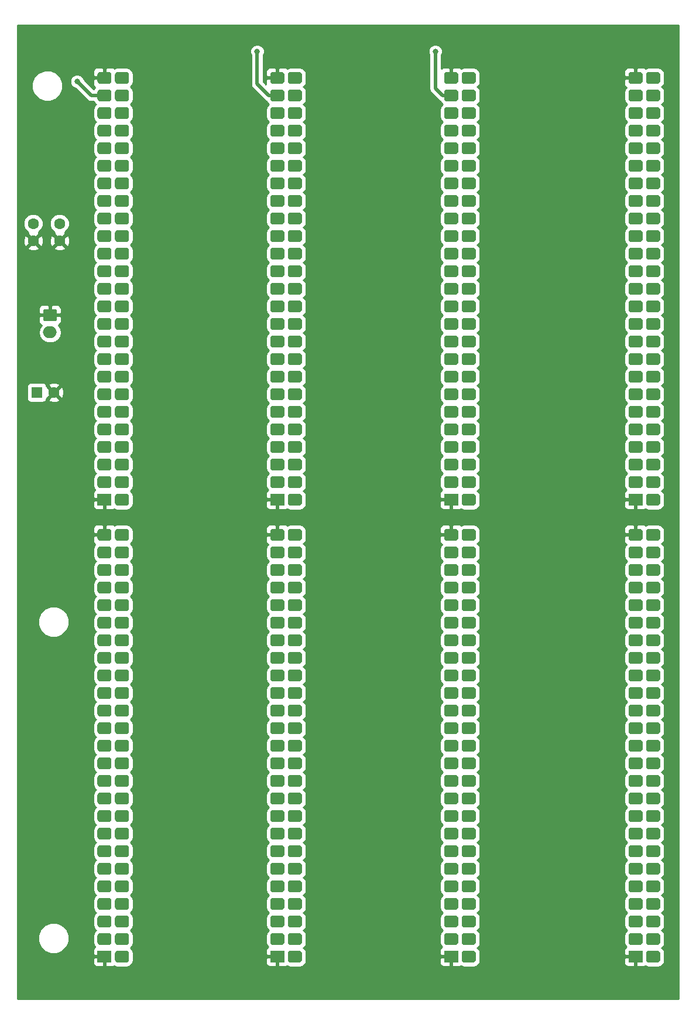
<source format=gbr>
G04 #@! TF.GenerationSoftware,KiCad,Pcbnew,5.0.2+dfsg1-1+deb10u1*
G04 #@! TF.CreationDate,2024-03-15T20:56:59+01:00*
G04 #@! TF.ProjectId,pet_expander,7065745f-6578-4706-916e-6465722e6b69,rev?*
G04 #@! TF.SameCoordinates,Original*
G04 #@! TF.FileFunction,Copper,L2,Bot*
G04 #@! TF.FilePolarity,Positive*
%FSLAX46Y46*%
G04 Gerber Fmt 4.6, Leading zero omitted, Abs format (unit mm)*
G04 Created by KiCad (PCBNEW 5.0.2+dfsg1-1+deb10u1) date Fr 15 Mär 2024 20:56:59 CET*
%MOMM*%
%LPD*%
G01*
G04 APERTURE LIST*
G04 #@! TA.AperFunction,ComponentPad*
%ADD10C,1.600000*%
G04 #@! TD*
G04 #@! TA.AperFunction,ComponentPad*
%ADD11R,1.600000X1.600000*%
G04 #@! TD*
G04 #@! TA.AperFunction,ComponentPad*
%ADD12O,2.000000X1.700000*%
G04 #@! TD*
G04 #@! TA.AperFunction,Conductor*
%ADD13C,0.100000*%
G04 #@! TD*
G04 #@! TA.AperFunction,ComponentPad*
%ADD14C,1.700000*%
G04 #@! TD*
G04 #@! TA.AperFunction,ComponentPad*
%ADD15R,2.032000X1.700000*%
G04 #@! TD*
G04 #@! TA.AperFunction,ViaPad*
%ADD16C,0.800000*%
G04 #@! TD*
G04 #@! TA.AperFunction,Conductor*
%ADD17C,0.508000*%
G04 #@! TD*
G04 #@! TA.AperFunction,Conductor*
%ADD18C,0.254000*%
G04 #@! TD*
G04 APERTURE END LIST*
D10*
G04 #@! TO.P,C3,2*
G04 #@! TO.N,GND*
X64008000Y-50379000D03*
G04 #@! TO.P,C3,1*
G04 #@! TO.N,Net-(C3-Pad1)*
X64008000Y-47879000D03*
G04 #@! TD*
G04 #@! TO.P,C2,2*
G04 #@! TO.N,GND*
X60198000Y-50379000D03*
G04 #@! TO.P,C2,1*
G04 #@! TO.N,Net-(C1-Pad1)*
X60198000Y-47879000D03*
G04 #@! TD*
G04 #@! TO.P,C1,2*
G04 #@! TO.N,GND*
X63206000Y-72263000D03*
D11*
G04 #@! TO.P,C1,1*
G04 #@! TO.N,Net-(C1-Pad1)*
X60706000Y-72263000D03*
G04 #@! TD*
D12*
G04 #@! TO.P,J1,2*
G04 #@! TO.N,Net-(C1-Pad1)*
X62611000Y-63587000D03*
D13*
G04 #@! TD*
G04 #@! TO.N,GND*
G04 #@! TO.C,J1*
G36*
X63385504Y-60238204D02*
X63409773Y-60241804D01*
X63433571Y-60247765D01*
X63456671Y-60256030D01*
X63478849Y-60266520D01*
X63499893Y-60279133D01*
X63519598Y-60293747D01*
X63537777Y-60310223D01*
X63554253Y-60328402D01*
X63568867Y-60348107D01*
X63581480Y-60369151D01*
X63591970Y-60391329D01*
X63600235Y-60414429D01*
X63606196Y-60438227D01*
X63609796Y-60462496D01*
X63611000Y-60487000D01*
X63611000Y-61687000D01*
X63609796Y-61711504D01*
X63606196Y-61735773D01*
X63600235Y-61759571D01*
X63591970Y-61782671D01*
X63581480Y-61804849D01*
X63568867Y-61825893D01*
X63554253Y-61845598D01*
X63537777Y-61863777D01*
X63519598Y-61880253D01*
X63499893Y-61894867D01*
X63478849Y-61907480D01*
X63456671Y-61917970D01*
X63433571Y-61926235D01*
X63409773Y-61932196D01*
X63385504Y-61935796D01*
X63361000Y-61937000D01*
X61861000Y-61937000D01*
X61836496Y-61935796D01*
X61812227Y-61932196D01*
X61788429Y-61926235D01*
X61765329Y-61917970D01*
X61743151Y-61907480D01*
X61722107Y-61894867D01*
X61702402Y-61880253D01*
X61684223Y-61863777D01*
X61667747Y-61845598D01*
X61653133Y-61825893D01*
X61640520Y-61804849D01*
X61630030Y-61782671D01*
X61621765Y-61759571D01*
X61615804Y-61735773D01*
X61612204Y-61711504D01*
X61611000Y-61687000D01*
X61611000Y-60487000D01*
X61612204Y-60462496D01*
X61615804Y-60438227D01*
X61621765Y-60414429D01*
X61630030Y-60391329D01*
X61640520Y-60369151D01*
X61653133Y-60348107D01*
X61667747Y-60328402D01*
X61684223Y-60310223D01*
X61702402Y-60293747D01*
X61722107Y-60279133D01*
X61743151Y-60266520D01*
X61765329Y-60256030D01*
X61788429Y-60247765D01*
X61812227Y-60241804D01*
X61836496Y-60238204D01*
X61861000Y-60237000D01*
X63361000Y-60237000D01*
X63385504Y-60238204D01*
X63385504Y-60238204D01*
G37*
D14*
G04 #@! TO.P,J1,1*
G04 #@! TO.N,GND*
X62611000Y-61087000D03*
G04 #@! TD*
D13*
G04 #@! TO.N,N/C*
G04 #@! TO.C,CON8*
G36*
X73657657Y-119929046D02*
X73698913Y-119935166D01*
X73739371Y-119945300D01*
X73778640Y-119959351D01*
X73816344Y-119977183D01*
X73852117Y-119998625D01*
X73885617Y-120023471D01*
X73916520Y-120051480D01*
X73944529Y-120082383D01*
X73969375Y-120115883D01*
X73990817Y-120151656D01*
X74008649Y-120189360D01*
X74022700Y-120228629D01*
X74032834Y-120269087D01*
X74038954Y-120310343D01*
X74041000Y-120352000D01*
X74041000Y-121202000D01*
X74038954Y-121243657D01*
X74032834Y-121284913D01*
X74022700Y-121325371D01*
X74008649Y-121364640D01*
X73990817Y-121402344D01*
X73969375Y-121438117D01*
X73944529Y-121471617D01*
X73916520Y-121502520D01*
X73885617Y-121530529D01*
X73852117Y-121555375D01*
X73816344Y-121576817D01*
X73778640Y-121594649D01*
X73739371Y-121608700D01*
X73698913Y-121618834D01*
X73657657Y-121624954D01*
X73616000Y-121627000D01*
X72434000Y-121627000D01*
X72392343Y-121624954D01*
X72351087Y-121618834D01*
X72310629Y-121608700D01*
X72271360Y-121594649D01*
X72233656Y-121576817D01*
X72197883Y-121555375D01*
X72164383Y-121530529D01*
X72133480Y-121502520D01*
X72105471Y-121471617D01*
X72080625Y-121438117D01*
X72059183Y-121402344D01*
X72041351Y-121364640D01*
X72027300Y-121325371D01*
X72017166Y-121284913D01*
X72011046Y-121243657D01*
X72009000Y-121202000D01*
X72009000Y-120352000D01*
X72011046Y-120310343D01*
X72017166Y-120269087D01*
X72027300Y-120228629D01*
X72041351Y-120189360D01*
X72059183Y-120151656D01*
X72080625Y-120115883D01*
X72105471Y-120082383D01*
X72133480Y-120051480D01*
X72164383Y-120023471D01*
X72197883Y-119998625D01*
X72233656Y-119977183D01*
X72271360Y-119959351D01*
X72310629Y-119945300D01*
X72351087Y-119935166D01*
X72392343Y-119929046D01*
X72434000Y-119927000D01*
X73616000Y-119927000D01*
X73657657Y-119929046D01*
X73657657Y-119929046D01*
G37*
D14*
G04 #@! TD*
G04 #@! TO.P,CON8,GND*
G04 #@! TO.N,N/C*
X73025000Y-120777000D03*
D13*
G04 #@! TO.N,N/C*
G04 #@! TO.C,CON8*
G36*
X73657657Y-127549046D02*
X73698913Y-127555166D01*
X73739371Y-127565300D01*
X73778640Y-127579351D01*
X73816344Y-127597183D01*
X73852117Y-127618625D01*
X73885617Y-127643471D01*
X73916520Y-127671480D01*
X73944529Y-127702383D01*
X73969375Y-127735883D01*
X73990817Y-127771656D01*
X74008649Y-127809360D01*
X74022700Y-127848629D01*
X74032834Y-127889087D01*
X74038954Y-127930343D01*
X74041000Y-127972000D01*
X74041000Y-128822000D01*
X74038954Y-128863657D01*
X74032834Y-128904913D01*
X74022700Y-128945371D01*
X74008649Y-128984640D01*
X73990817Y-129022344D01*
X73969375Y-129058117D01*
X73944529Y-129091617D01*
X73916520Y-129122520D01*
X73885617Y-129150529D01*
X73852117Y-129175375D01*
X73816344Y-129196817D01*
X73778640Y-129214649D01*
X73739371Y-129228700D01*
X73698913Y-129238834D01*
X73657657Y-129244954D01*
X73616000Y-129247000D01*
X72434000Y-129247000D01*
X72392343Y-129244954D01*
X72351087Y-129238834D01*
X72310629Y-129228700D01*
X72271360Y-129214649D01*
X72233656Y-129196817D01*
X72197883Y-129175375D01*
X72164383Y-129150529D01*
X72133480Y-129122520D01*
X72105471Y-129091617D01*
X72080625Y-129058117D01*
X72059183Y-129022344D01*
X72041351Y-128984640D01*
X72027300Y-128945371D01*
X72017166Y-128904913D01*
X72011046Y-128863657D01*
X72009000Y-128822000D01*
X72009000Y-127972000D01*
X72011046Y-127930343D01*
X72017166Y-127889087D01*
X72027300Y-127848629D01*
X72041351Y-127809360D01*
X72059183Y-127771656D01*
X72080625Y-127735883D01*
X72105471Y-127702383D01*
X72133480Y-127671480D01*
X72164383Y-127643471D01*
X72197883Y-127618625D01*
X72233656Y-127597183D01*
X72271360Y-127579351D01*
X72310629Y-127565300D01*
X72351087Y-127555166D01*
X72392343Y-127549046D01*
X72434000Y-127547000D01*
X73616000Y-127547000D01*
X73657657Y-127549046D01*
X73657657Y-127549046D01*
G37*
D14*
G04 #@! TD*
G04 #@! TO.P,CON8,GND*
G04 #@! TO.N,N/C*
X73025000Y-128397000D03*
D13*
G04 #@! TO.N,SEL2*
G04 #@! TO.C,CON8*
G36*
X71117657Y-130089046D02*
X71158913Y-130095166D01*
X71199371Y-130105300D01*
X71238640Y-130119351D01*
X71276344Y-130137183D01*
X71312117Y-130158625D01*
X71345617Y-130183471D01*
X71376520Y-130211480D01*
X71404529Y-130242383D01*
X71429375Y-130275883D01*
X71450817Y-130311656D01*
X71468649Y-130349360D01*
X71482700Y-130388629D01*
X71492834Y-130429087D01*
X71498954Y-130470343D01*
X71501000Y-130512000D01*
X71501000Y-131362000D01*
X71498954Y-131403657D01*
X71492834Y-131444913D01*
X71482700Y-131485371D01*
X71468649Y-131524640D01*
X71450817Y-131562344D01*
X71429375Y-131598117D01*
X71404529Y-131631617D01*
X71376520Y-131662520D01*
X71345617Y-131690529D01*
X71312117Y-131715375D01*
X71276344Y-131736817D01*
X71238640Y-131754649D01*
X71199371Y-131768700D01*
X71158913Y-131778834D01*
X71117657Y-131784954D01*
X71076000Y-131787000D01*
X69894000Y-131787000D01*
X69852343Y-131784954D01*
X69811087Y-131778834D01*
X69770629Y-131768700D01*
X69731360Y-131754649D01*
X69693656Y-131736817D01*
X69657883Y-131715375D01*
X69624383Y-131690529D01*
X69593480Y-131662520D01*
X69565471Y-131631617D01*
X69540625Y-131598117D01*
X69519183Y-131562344D01*
X69501351Y-131524640D01*
X69487300Y-131485371D01*
X69477166Y-131444913D01*
X69471046Y-131403657D01*
X69469000Y-131362000D01*
X69469000Y-130512000D01*
X69471046Y-130470343D01*
X69477166Y-130429087D01*
X69487300Y-130388629D01*
X69501351Y-130349360D01*
X69519183Y-130311656D01*
X69540625Y-130275883D01*
X69565471Y-130242383D01*
X69593480Y-130211480D01*
X69624383Y-130183471D01*
X69657883Y-130158625D01*
X69693656Y-130137183D01*
X69731360Y-130119351D01*
X69770629Y-130105300D01*
X69811087Y-130095166D01*
X69852343Y-130089046D01*
X69894000Y-130087000D01*
X71076000Y-130087000D01*
X71117657Y-130089046D01*
X71117657Y-130089046D01*
G37*
D14*
G04 #@! TD*
G04 #@! TO.P,CON8,10*
G04 #@! TO.N,SEL2*
X70485000Y-130937000D03*
D13*
G04 #@! TO.N,N/C*
G04 #@! TO.C,CON8*
G36*
X73657657Y-132629046D02*
X73698913Y-132635166D01*
X73739371Y-132645300D01*
X73778640Y-132659351D01*
X73816344Y-132677183D01*
X73852117Y-132698625D01*
X73885617Y-132723471D01*
X73916520Y-132751480D01*
X73944529Y-132782383D01*
X73969375Y-132815883D01*
X73990817Y-132851656D01*
X74008649Y-132889360D01*
X74022700Y-132928629D01*
X74032834Y-132969087D01*
X74038954Y-133010343D01*
X74041000Y-133052000D01*
X74041000Y-133902000D01*
X74038954Y-133943657D01*
X74032834Y-133984913D01*
X74022700Y-134025371D01*
X74008649Y-134064640D01*
X73990817Y-134102344D01*
X73969375Y-134138117D01*
X73944529Y-134171617D01*
X73916520Y-134202520D01*
X73885617Y-134230529D01*
X73852117Y-134255375D01*
X73816344Y-134276817D01*
X73778640Y-134294649D01*
X73739371Y-134308700D01*
X73698913Y-134318834D01*
X73657657Y-134324954D01*
X73616000Y-134327000D01*
X72434000Y-134327000D01*
X72392343Y-134324954D01*
X72351087Y-134318834D01*
X72310629Y-134308700D01*
X72271360Y-134294649D01*
X72233656Y-134276817D01*
X72197883Y-134255375D01*
X72164383Y-134230529D01*
X72133480Y-134202520D01*
X72105471Y-134171617D01*
X72080625Y-134138117D01*
X72059183Y-134102344D01*
X72041351Y-134064640D01*
X72027300Y-134025371D01*
X72017166Y-133984913D01*
X72011046Y-133943657D01*
X72009000Y-133902000D01*
X72009000Y-133052000D01*
X72011046Y-133010343D01*
X72017166Y-132969087D01*
X72027300Y-132928629D01*
X72041351Y-132889360D01*
X72059183Y-132851656D01*
X72080625Y-132815883D01*
X72105471Y-132782383D01*
X72133480Y-132751480D01*
X72164383Y-132723471D01*
X72197883Y-132698625D01*
X72233656Y-132677183D01*
X72271360Y-132659351D01*
X72310629Y-132645300D01*
X72351087Y-132635166D01*
X72392343Y-132629046D01*
X72434000Y-132627000D01*
X73616000Y-132627000D01*
X73657657Y-132629046D01*
X73657657Y-132629046D01*
G37*
D14*
G04 #@! TD*
G04 #@! TO.P,CON8,GND*
G04 #@! TO.N,N/C*
X73025000Y-133477000D03*
D13*
G04 #@! TO.N,SEL5*
G04 #@! TO.C,CON8*
G36*
X71117657Y-122469046D02*
X71158913Y-122475166D01*
X71199371Y-122485300D01*
X71238640Y-122499351D01*
X71276344Y-122517183D01*
X71312117Y-122538625D01*
X71345617Y-122563471D01*
X71376520Y-122591480D01*
X71404529Y-122622383D01*
X71429375Y-122655883D01*
X71450817Y-122691656D01*
X71468649Y-122729360D01*
X71482700Y-122768629D01*
X71492834Y-122809087D01*
X71498954Y-122850343D01*
X71501000Y-122892000D01*
X71501000Y-123742000D01*
X71498954Y-123783657D01*
X71492834Y-123824913D01*
X71482700Y-123865371D01*
X71468649Y-123904640D01*
X71450817Y-123942344D01*
X71429375Y-123978117D01*
X71404529Y-124011617D01*
X71376520Y-124042520D01*
X71345617Y-124070529D01*
X71312117Y-124095375D01*
X71276344Y-124116817D01*
X71238640Y-124134649D01*
X71199371Y-124148700D01*
X71158913Y-124158834D01*
X71117657Y-124164954D01*
X71076000Y-124167000D01*
X69894000Y-124167000D01*
X69852343Y-124164954D01*
X69811087Y-124158834D01*
X69770629Y-124148700D01*
X69731360Y-124134649D01*
X69693656Y-124116817D01*
X69657883Y-124095375D01*
X69624383Y-124070529D01*
X69593480Y-124042520D01*
X69565471Y-124011617D01*
X69540625Y-123978117D01*
X69519183Y-123942344D01*
X69501351Y-123904640D01*
X69487300Y-123865371D01*
X69477166Y-123824913D01*
X69471046Y-123783657D01*
X69469000Y-123742000D01*
X69469000Y-122892000D01*
X69471046Y-122850343D01*
X69477166Y-122809087D01*
X69487300Y-122768629D01*
X69501351Y-122729360D01*
X69519183Y-122691656D01*
X69540625Y-122655883D01*
X69565471Y-122622383D01*
X69593480Y-122591480D01*
X69624383Y-122563471D01*
X69657883Y-122538625D01*
X69693656Y-122517183D01*
X69731360Y-122499351D01*
X69770629Y-122485300D01*
X69811087Y-122475166D01*
X69852343Y-122469046D01*
X69894000Y-122467000D01*
X71076000Y-122467000D01*
X71117657Y-122469046D01*
X71117657Y-122469046D01*
G37*
D14*
G04 #@! TD*
G04 #@! TO.P,CON8,13*
G04 #@! TO.N,SEL5*
X70485000Y-123317000D03*
D13*
G04 #@! TO.N,SEL9*
G04 #@! TO.C,CON8*
G36*
X71117657Y-112309046D02*
X71158913Y-112315166D01*
X71199371Y-112325300D01*
X71238640Y-112339351D01*
X71276344Y-112357183D01*
X71312117Y-112378625D01*
X71345617Y-112403471D01*
X71376520Y-112431480D01*
X71404529Y-112462383D01*
X71429375Y-112495883D01*
X71450817Y-112531656D01*
X71468649Y-112569360D01*
X71482700Y-112608629D01*
X71492834Y-112649087D01*
X71498954Y-112690343D01*
X71501000Y-112732000D01*
X71501000Y-113582000D01*
X71498954Y-113623657D01*
X71492834Y-113664913D01*
X71482700Y-113705371D01*
X71468649Y-113744640D01*
X71450817Y-113782344D01*
X71429375Y-113818117D01*
X71404529Y-113851617D01*
X71376520Y-113882520D01*
X71345617Y-113910529D01*
X71312117Y-113935375D01*
X71276344Y-113956817D01*
X71238640Y-113974649D01*
X71199371Y-113988700D01*
X71158913Y-113998834D01*
X71117657Y-114004954D01*
X71076000Y-114007000D01*
X69894000Y-114007000D01*
X69852343Y-114004954D01*
X69811087Y-113998834D01*
X69770629Y-113988700D01*
X69731360Y-113974649D01*
X69693656Y-113956817D01*
X69657883Y-113935375D01*
X69624383Y-113910529D01*
X69593480Y-113882520D01*
X69565471Y-113851617D01*
X69540625Y-113818117D01*
X69519183Y-113782344D01*
X69501351Y-113744640D01*
X69487300Y-113705371D01*
X69477166Y-113664913D01*
X69471046Y-113623657D01*
X69469000Y-113582000D01*
X69469000Y-112732000D01*
X69471046Y-112690343D01*
X69477166Y-112649087D01*
X69487300Y-112608629D01*
X69501351Y-112569360D01*
X69519183Y-112531656D01*
X69540625Y-112495883D01*
X69565471Y-112462383D01*
X69593480Y-112431480D01*
X69624383Y-112403471D01*
X69657883Y-112378625D01*
X69693656Y-112357183D01*
X69731360Y-112339351D01*
X69770629Y-112325300D01*
X69811087Y-112315166D01*
X69852343Y-112309046D01*
X69894000Y-112307000D01*
X71076000Y-112307000D01*
X71117657Y-112309046D01*
X71117657Y-112309046D01*
G37*
D14*
G04 #@! TD*
G04 #@! TO.P,CON8,17*
G04 #@! TO.N,SEL9*
X70485000Y-113157000D03*
D13*
G04 #@! TO.N,SEL3*
G04 #@! TO.C,CON8*
G36*
X71117657Y-127549046D02*
X71158913Y-127555166D01*
X71199371Y-127565300D01*
X71238640Y-127579351D01*
X71276344Y-127597183D01*
X71312117Y-127618625D01*
X71345617Y-127643471D01*
X71376520Y-127671480D01*
X71404529Y-127702383D01*
X71429375Y-127735883D01*
X71450817Y-127771656D01*
X71468649Y-127809360D01*
X71482700Y-127848629D01*
X71492834Y-127889087D01*
X71498954Y-127930343D01*
X71501000Y-127972000D01*
X71501000Y-128822000D01*
X71498954Y-128863657D01*
X71492834Y-128904913D01*
X71482700Y-128945371D01*
X71468649Y-128984640D01*
X71450817Y-129022344D01*
X71429375Y-129058117D01*
X71404529Y-129091617D01*
X71376520Y-129122520D01*
X71345617Y-129150529D01*
X71312117Y-129175375D01*
X71276344Y-129196817D01*
X71238640Y-129214649D01*
X71199371Y-129228700D01*
X71158913Y-129238834D01*
X71117657Y-129244954D01*
X71076000Y-129247000D01*
X69894000Y-129247000D01*
X69852343Y-129244954D01*
X69811087Y-129238834D01*
X69770629Y-129228700D01*
X69731360Y-129214649D01*
X69693656Y-129196817D01*
X69657883Y-129175375D01*
X69624383Y-129150529D01*
X69593480Y-129122520D01*
X69565471Y-129091617D01*
X69540625Y-129058117D01*
X69519183Y-129022344D01*
X69501351Y-128984640D01*
X69487300Y-128945371D01*
X69477166Y-128904913D01*
X69471046Y-128863657D01*
X69469000Y-128822000D01*
X69469000Y-127972000D01*
X69471046Y-127930343D01*
X69477166Y-127889087D01*
X69487300Y-127848629D01*
X69501351Y-127809360D01*
X69519183Y-127771656D01*
X69540625Y-127735883D01*
X69565471Y-127702383D01*
X69593480Y-127671480D01*
X69624383Y-127643471D01*
X69657883Y-127618625D01*
X69693656Y-127597183D01*
X69731360Y-127579351D01*
X69770629Y-127565300D01*
X69811087Y-127555166D01*
X69852343Y-127549046D01*
X69894000Y-127547000D01*
X71076000Y-127547000D01*
X71117657Y-127549046D01*
X71117657Y-127549046D01*
G37*
D14*
G04 #@! TD*
G04 #@! TO.P,CON8,11*
G04 #@! TO.N,SEL3*
X70485000Y-128397000D03*
D13*
G04 #@! TO.N,N/C*
G04 #@! TO.C,CON8*
G36*
X73657657Y-145329046D02*
X73698913Y-145335166D01*
X73739371Y-145345300D01*
X73778640Y-145359351D01*
X73816344Y-145377183D01*
X73852117Y-145398625D01*
X73885617Y-145423471D01*
X73916520Y-145451480D01*
X73944529Y-145482383D01*
X73969375Y-145515883D01*
X73990817Y-145551656D01*
X74008649Y-145589360D01*
X74022700Y-145628629D01*
X74032834Y-145669087D01*
X74038954Y-145710343D01*
X74041000Y-145752000D01*
X74041000Y-146602000D01*
X74038954Y-146643657D01*
X74032834Y-146684913D01*
X74022700Y-146725371D01*
X74008649Y-146764640D01*
X73990817Y-146802344D01*
X73969375Y-146838117D01*
X73944529Y-146871617D01*
X73916520Y-146902520D01*
X73885617Y-146930529D01*
X73852117Y-146955375D01*
X73816344Y-146976817D01*
X73778640Y-146994649D01*
X73739371Y-147008700D01*
X73698913Y-147018834D01*
X73657657Y-147024954D01*
X73616000Y-147027000D01*
X72434000Y-147027000D01*
X72392343Y-147024954D01*
X72351087Y-147018834D01*
X72310629Y-147008700D01*
X72271360Y-146994649D01*
X72233656Y-146976817D01*
X72197883Y-146955375D01*
X72164383Y-146930529D01*
X72133480Y-146902520D01*
X72105471Y-146871617D01*
X72080625Y-146838117D01*
X72059183Y-146802344D01*
X72041351Y-146764640D01*
X72027300Y-146725371D01*
X72017166Y-146684913D01*
X72011046Y-146643657D01*
X72009000Y-146602000D01*
X72009000Y-145752000D01*
X72011046Y-145710343D01*
X72017166Y-145669087D01*
X72027300Y-145628629D01*
X72041351Y-145589360D01*
X72059183Y-145551656D01*
X72080625Y-145515883D01*
X72105471Y-145482383D01*
X72133480Y-145451480D01*
X72164383Y-145423471D01*
X72197883Y-145398625D01*
X72233656Y-145377183D01*
X72271360Y-145359351D01*
X72310629Y-145345300D01*
X72351087Y-145335166D01*
X72392343Y-145329046D01*
X72434000Y-145327000D01*
X73616000Y-145327000D01*
X73657657Y-145329046D01*
X73657657Y-145329046D01*
G37*
D14*
G04 #@! TD*
G04 #@! TO.P,CON8,GND*
G04 #@! TO.N,N/C*
X73025000Y-146177000D03*
D15*
G04 #@! TO.P,CON8,1*
G04 #@! TO.N,GND*
X70485000Y-153797000D03*
D13*
G04 #@! TD*
G04 #@! TO.N,N/C*
G04 #@! TO.C,CON8*
G36*
X73657657Y-117389046D02*
X73698913Y-117395166D01*
X73739371Y-117405300D01*
X73778640Y-117419351D01*
X73816344Y-117437183D01*
X73852117Y-117458625D01*
X73885617Y-117483471D01*
X73916520Y-117511480D01*
X73944529Y-117542383D01*
X73969375Y-117575883D01*
X73990817Y-117611656D01*
X74008649Y-117649360D01*
X74022700Y-117688629D01*
X74032834Y-117729087D01*
X74038954Y-117770343D01*
X74041000Y-117812000D01*
X74041000Y-118662000D01*
X74038954Y-118703657D01*
X74032834Y-118744913D01*
X74022700Y-118785371D01*
X74008649Y-118824640D01*
X73990817Y-118862344D01*
X73969375Y-118898117D01*
X73944529Y-118931617D01*
X73916520Y-118962520D01*
X73885617Y-118990529D01*
X73852117Y-119015375D01*
X73816344Y-119036817D01*
X73778640Y-119054649D01*
X73739371Y-119068700D01*
X73698913Y-119078834D01*
X73657657Y-119084954D01*
X73616000Y-119087000D01*
X72434000Y-119087000D01*
X72392343Y-119084954D01*
X72351087Y-119078834D01*
X72310629Y-119068700D01*
X72271360Y-119054649D01*
X72233656Y-119036817D01*
X72197883Y-119015375D01*
X72164383Y-118990529D01*
X72133480Y-118962520D01*
X72105471Y-118931617D01*
X72080625Y-118898117D01*
X72059183Y-118862344D01*
X72041351Y-118824640D01*
X72027300Y-118785371D01*
X72017166Y-118744913D01*
X72011046Y-118703657D01*
X72009000Y-118662000D01*
X72009000Y-117812000D01*
X72011046Y-117770343D01*
X72017166Y-117729087D01*
X72027300Y-117688629D01*
X72041351Y-117649360D01*
X72059183Y-117611656D01*
X72080625Y-117575883D01*
X72105471Y-117542383D01*
X72133480Y-117511480D01*
X72164383Y-117483471D01*
X72197883Y-117458625D01*
X72233656Y-117437183D01*
X72271360Y-117419351D01*
X72310629Y-117405300D01*
X72351087Y-117395166D01*
X72392343Y-117389046D01*
X72434000Y-117387000D01*
X73616000Y-117387000D01*
X73657657Y-117389046D01*
X73657657Y-117389046D01*
G37*
D14*
G04 #@! TO.P,CON8,GND*
G04 #@! TO.N,N/C*
X73025000Y-118237000D03*
D13*
G04 #@! TD*
G04 #@! TO.N,N/C*
G04 #@! TO.C,CON8*
G36*
X73657657Y-102149046D02*
X73698913Y-102155166D01*
X73739371Y-102165300D01*
X73778640Y-102179351D01*
X73816344Y-102197183D01*
X73852117Y-102218625D01*
X73885617Y-102243471D01*
X73916520Y-102271480D01*
X73944529Y-102302383D01*
X73969375Y-102335883D01*
X73990817Y-102371656D01*
X74008649Y-102409360D01*
X74022700Y-102448629D01*
X74032834Y-102489087D01*
X74038954Y-102530343D01*
X74041000Y-102572000D01*
X74041000Y-103422000D01*
X74038954Y-103463657D01*
X74032834Y-103504913D01*
X74022700Y-103545371D01*
X74008649Y-103584640D01*
X73990817Y-103622344D01*
X73969375Y-103658117D01*
X73944529Y-103691617D01*
X73916520Y-103722520D01*
X73885617Y-103750529D01*
X73852117Y-103775375D01*
X73816344Y-103796817D01*
X73778640Y-103814649D01*
X73739371Y-103828700D01*
X73698913Y-103838834D01*
X73657657Y-103844954D01*
X73616000Y-103847000D01*
X72434000Y-103847000D01*
X72392343Y-103844954D01*
X72351087Y-103838834D01*
X72310629Y-103828700D01*
X72271360Y-103814649D01*
X72233656Y-103796817D01*
X72197883Y-103775375D01*
X72164383Y-103750529D01*
X72133480Y-103722520D01*
X72105471Y-103691617D01*
X72080625Y-103658117D01*
X72059183Y-103622344D01*
X72041351Y-103584640D01*
X72027300Y-103545371D01*
X72017166Y-103504913D01*
X72011046Y-103463657D01*
X72009000Y-103422000D01*
X72009000Y-102572000D01*
X72011046Y-102530343D01*
X72017166Y-102489087D01*
X72027300Y-102448629D01*
X72041351Y-102409360D01*
X72059183Y-102371656D01*
X72080625Y-102335883D01*
X72105471Y-102302383D01*
X72133480Y-102271480D01*
X72164383Y-102243471D01*
X72197883Y-102218625D01*
X72233656Y-102197183D01*
X72271360Y-102179351D01*
X72310629Y-102165300D01*
X72351087Y-102155166D01*
X72392343Y-102149046D01*
X72434000Y-102147000D01*
X73616000Y-102147000D01*
X73657657Y-102149046D01*
X73657657Y-102149046D01*
G37*
D14*
G04 #@! TO.P,CON8,GND*
G04 #@! TO.N,N/C*
X73025000Y-102997000D03*
D13*
G04 #@! TD*
G04 #@! TO.N,N/C*
G04 #@! TO.C,CON8*
G36*
X73657657Y-109769046D02*
X73698913Y-109775166D01*
X73739371Y-109785300D01*
X73778640Y-109799351D01*
X73816344Y-109817183D01*
X73852117Y-109838625D01*
X73885617Y-109863471D01*
X73916520Y-109891480D01*
X73944529Y-109922383D01*
X73969375Y-109955883D01*
X73990817Y-109991656D01*
X74008649Y-110029360D01*
X74022700Y-110068629D01*
X74032834Y-110109087D01*
X74038954Y-110150343D01*
X74041000Y-110192000D01*
X74041000Y-111042000D01*
X74038954Y-111083657D01*
X74032834Y-111124913D01*
X74022700Y-111165371D01*
X74008649Y-111204640D01*
X73990817Y-111242344D01*
X73969375Y-111278117D01*
X73944529Y-111311617D01*
X73916520Y-111342520D01*
X73885617Y-111370529D01*
X73852117Y-111395375D01*
X73816344Y-111416817D01*
X73778640Y-111434649D01*
X73739371Y-111448700D01*
X73698913Y-111458834D01*
X73657657Y-111464954D01*
X73616000Y-111467000D01*
X72434000Y-111467000D01*
X72392343Y-111464954D01*
X72351087Y-111458834D01*
X72310629Y-111448700D01*
X72271360Y-111434649D01*
X72233656Y-111416817D01*
X72197883Y-111395375D01*
X72164383Y-111370529D01*
X72133480Y-111342520D01*
X72105471Y-111311617D01*
X72080625Y-111278117D01*
X72059183Y-111242344D01*
X72041351Y-111204640D01*
X72027300Y-111165371D01*
X72017166Y-111124913D01*
X72011046Y-111083657D01*
X72009000Y-111042000D01*
X72009000Y-110192000D01*
X72011046Y-110150343D01*
X72017166Y-110109087D01*
X72027300Y-110068629D01*
X72041351Y-110029360D01*
X72059183Y-109991656D01*
X72080625Y-109955883D01*
X72105471Y-109922383D01*
X72133480Y-109891480D01*
X72164383Y-109863471D01*
X72197883Y-109838625D01*
X72233656Y-109817183D01*
X72271360Y-109799351D01*
X72310629Y-109785300D01*
X72351087Y-109775166D01*
X72392343Y-109769046D01*
X72434000Y-109767000D01*
X73616000Y-109767000D01*
X73657657Y-109769046D01*
X73657657Y-109769046D01*
G37*
D14*
G04 #@! TO.P,CON8,GND*
G04 #@! TO.N,N/C*
X73025000Y-110617000D03*
D13*
G04 #@! TD*
G04 #@! TO.N,BD1*
G04 #@! TO.C,CON8*
G36*
X71117657Y-147869046D02*
X71158913Y-147875166D01*
X71199371Y-147885300D01*
X71238640Y-147899351D01*
X71276344Y-147917183D01*
X71312117Y-147938625D01*
X71345617Y-147963471D01*
X71376520Y-147991480D01*
X71404529Y-148022383D01*
X71429375Y-148055883D01*
X71450817Y-148091656D01*
X71468649Y-148129360D01*
X71482700Y-148168629D01*
X71492834Y-148209087D01*
X71498954Y-148250343D01*
X71501000Y-148292000D01*
X71501000Y-149142000D01*
X71498954Y-149183657D01*
X71492834Y-149224913D01*
X71482700Y-149265371D01*
X71468649Y-149304640D01*
X71450817Y-149342344D01*
X71429375Y-149378117D01*
X71404529Y-149411617D01*
X71376520Y-149442520D01*
X71345617Y-149470529D01*
X71312117Y-149495375D01*
X71276344Y-149516817D01*
X71238640Y-149534649D01*
X71199371Y-149548700D01*
X71158913Y-149558834D01*
X71117657Y-149564954D01*
X71076000Y-149567000D01*
X69894000Y-149567000D01*
X69852343Y-149564954D01*
X69811087Y-149558834D01*
X69770629Y-149548700D01*
X69731360Y-149534649D01*
X69693656Y-149516817D01*
X69657883Y-149495375D01*
X69624383Y-149470529D01*
X69593480Y-149442520D01*
X69565471Y-149411617D01*
X69540625Y-149378117D01*
X69519183Y-149342344D01*
X69501351Y-149304640D01*
X69487300Y-149265371D01*
X69477166Y-149224913D01*
X69471046Y-149183657D01*
X69469000Y-149142000D01*
X69469000Y-148292000D01*
X69471046Y-148250343D01*
X69477166Y-148209087D01*
X69487300Y-148168629D01*
X69501351Y-148129360D01*
X69519183Y-148091656D01*
X69540625Y-148055883D01*
X69565471Y-148022383D01*
X69593480Y-147991480D01*
X69624383Y-147963471D01*
X69657883Y-147938625D01*
X69693656Y-147917183D01*
X69731360Y-147899351D01*
X69770629Y-147885300D01*
X69811087Y-147875166D01*
X69852343Y-147869046D01*
X69894000Y-147867000D01*
X71076000Y-147867000D01*
X71117657Y-147869046D01*
X71117657Y-147869046D01*
G37*
D14*
G04 #@! TO.P,CON8,3*
G04 #@! TO.N,BD1*
X70485000Y-148717000D03*
D13*
G04 #@! TD*
G04 #@! TO.N,N/C*
G04 #@! TO.C,CON8*
G36*
X73657657Y-137709046D02*
X73698913Y-137715166D01*
X73739371Y-137725300D01*
X73778640Y-137739351D01*
X73816344Y-137757183D01*
X73852117Y-137778625D01*
X73885617Y-137803471D01*
X73916520Y-137831480D01*
X73944529Y-137862383D01*
X73969375Y-137895883D01*
X73990817Y-137931656D01*
X74008649Y-137969360D01*
X74022700Y-138008629D01*
X74032834Y-138049087D01*
X74038954Y-138090343D01*
X74041000Y-138132000D01*
X74041000Y-138982000D01*
X74038954Y-139023657D01*
X74032834Y-139064913D01*
X74022700Y-139105371D01*
X74008649Y-139144640D01*
X73990817Y-139182344D01*
X73969375Y-139218117D01*
X73944529Y-139251617D01*
X73916520Y-139282520D01*
X73885617Y-139310529D01*
X73852117Y-139335375D01*
X73816344Y-139356817D01*
X73778640Y-139374649D01*
X73739371Y-139388700D01*
X73698913Y-139398834D01*
X73657657Y-139404954D01*
X73616000Y-139407000D01*
X72434000Y-139407000D01*
X72392343Y-139404954D01*
X72351087Y-139398834D01*
X72310629Y-139388700D01*
X72271360Y-139374649D01*
X72233656Y-139356817D01*
X72197883Y-139335375D01*
X72164383Y-139310529D01*
X72133480Y-139282520D01*
X72105471Y-139251617D01*
X72080625Y-139218117D01*
X72059183Y-139182344D01*
X72041351Y-139144640D01*
X72027300Y-139105371D01*
X72017166Y-139064913D01*
X72011046Y-139023657D01*
X72009000Y-138982000D01*
X72009000Y-138132000D01*
X72011046Y-138090343D01*
X72017166Y-138049087D01*
X72027300Y-138008629D01*
X72041351Y-137969360D01*
X72059183Y-137931656D01*
X72080625Y-137895883D01*
X72105471Y-137862383D01*
X72133480Y-137831480D01*
X72164383Y-137803471D01*
X72197883Y-137778625D01*
X72233656Y-137757183D01*
X72271360Y-137739351D01*
X72310629Y-137725300D01*
X72351087Y-137715166D01*
X72392343Y-137709046D01*
X72434000Y-137707000D01*
X73616000Y-137707000D01*
X73657657Y-137709046D01*
X73657657Y-137709046D01*
G37*
D14*
G04 #@! TO.P,CON8,GND*
G04 #@! TO.N,N/C*
X73025000Y-138557000D03*
D13*
G04 #@! TD*
G04 #@! TO.N,CAS*
G04 #@! TO.C,CON8*
G36*
X71117657Y-102149046D02*
X71158913Y-102155166D01*
X71199371Y-102165300D01*
X71238640Y-102179351D01*
X71276344Y-102197183D01*
X71312117Y-102218625D01*
X71345617Y-102243471D01*
X71376520Y-102271480D01*
X71404529Y-102302383D01*
X71429375Y-102335883D01*
X71450817Y-102371656D01*
X71468649Y-102409360D01*
X71482700Y-102448629D01*
X71492834Y-102489087D01*
X71498954Y-102530343D01*
X71501000Y-102572000D01*
X71501000Y-103422000D01*
X71498954Y-103463657D01*
X71492834Y-103504913D01*
X71482700Y-103545371D01*
X71468649Y-103584640D01*
X71450817Y-103622344D01*
X71429375Y-103658117D01*
X71404529Y-103691617D01*
X71376520Y-103722520D01*
X71345617Y-103750529D01*
X71312117Y-103775375D01*
X71276344Y-103796817D01*
X71238640Y-103814649D01*
X71199371Y-103828700D01*
X71158913Y-103838834D01*
X71117657Y-103844954D01*
X71076000Y-103847000D01*
X69894000Y-103847000D01*
X69852343Y-103844954D01*
X69811087Y-103838834D01*
X69770629Y-103828700D01*
X69731360Y-103814649D01*
X69693656Y-103796817D01*
X69657883Y-103775375D01*
X69624383Y-103750529D01*
X69593480Y-103722520D01*
X69565471Y-103691617D01*
X69540625Y-103658117D01*
X69519183Y-103622344D01*
X69501351Y-103584640D01*
X69487300Y-103545371D01*
X69477166Y-103504913D01*
X69471046Y-103463657D01*
X69469000Y-103422000D01*
X69469000Y-102572000D01*
X69471046Y-102530343D01*
X69477166Y-102489087D01*
X69487300Y-102448629D01*
X69501351Y-102409360D01*
X69519183Y-102371656D01*
X69540625Y-102335883D01*
X69565471Y-102302383D01*
X69593480Y-102271480D01*
X69624383Y-102243471D01*
X69657883Y-102218625D01*
X69693656Y-102197183D01*
X69731360Y-102179351D01*
X69770629Y-102165300D01*
X69811087Y-102155166D01*
X69852343Y-102149046D01*
X69894000Y-102147000D01*
X71076000Y-102147000D01*
X71117657Y-102149046D01*
X71117657Y-102149046D01*
G37*
D14*
G04 #@! TO.P,CON8,21*
G04 #@! TO.N,CAS*
X70485000Y-102997000D03*
D13*
G04 #@! TD*
G04 #@! TO.N,N/C*
G04 #@! TO.C,CON8*
G36*
X73657657Y-125009046D02*
X73698913Y-125015166D01*
X73739371Y-125025300D01*
X73778640Y-125039351D01*
X73816344Y-125057183D01*
X73852117Y-125078625D01*
X73885617Y-125103471D01*
X73916520Y-125131480D01*
X73944529Y-125162383D01*
X73969375Y-125195883D01*
X73990817Y-125231656D01*
X74008649Y-125269360D01*
X74022700Y-125308629D01*
X74032834Y-125349087D01*
X74038954Y-125390343D01*
X74041000Y-125432000D01*
X74041000Y-126282000D01*
X74038954Y-126323657D01*
X74032834Y-126364913D01*
X74022700Y-126405371D01*
X74008649Y-126444640D01*
X73990817Y-126482344D01*
X73969375Y-126518117D01*
X73944529Y-126551617D01*
X73916520Y-126582520D01*
X73885617Y-126610529D01*
X73852117Y-126635375D01*
X73816344Y-126656817D01*
X73778640Y-126674649D01*
X73739371Y-126688700D01*
X73698913Y-126698834D01*
X73657657Y-126704954D01*
X73616000Y-126707000D01*
X72434000Y-126707000D01*
X72392343Y-126704954D01*
X72351087Y-126698834D01*
X72310629Y-126688700D01*
X72271360Y-126674649D01*
X72233656Y-126656817D01*
X72197883Y-126635375D01*
X72164383Y-126610529D01*
X72133480Y-126582520D01*
X72105471Y-126551617D01*
X72080625Y-126518117D01*
X72059183Y-126482344D01*
X72041351Y-126444640D01*
X72027300Y-126405371D01*
X72017166Y-126364913D01*
X72011046Y-126323657D01*
X72009000Y-126282000D01*
X72009000Y-125432000D01*
X72011046Y-125390343D01*
X72017166Y-125349087D01*
X72027300Y-125308629D01*
X72041351Y-125269360D01*
X72059183Y-125231656D01*
X72080625Y-125195883D01*
X72105471Y-125162383D01*
X72133480Y-125131480D01*
X72164383Y-125103471D01*
X72197883Y-125078625D01*
X72233656Y-125057183D01*
X72271360Y-125039351D01*
X72310629Y-125025300D01*
X72351087Y-125015166D01*
X72392343Y-125009046D01*
X72434000Y-125007000D01*
X73616000Y-125007000D01*
X73657657Y-125009046D01*
X73657657Y-125009046D01*
G37*
D14*
G04 #@! TO.P,CON8,GND*
G04 #@! TO.N,N/C*
X73025000Y-125857000D03*
D13*
G04 #@! TD*
G04 #@! TO.N,SEL6*
G04 #@! TO.C,CON8*
G36*
X71117657Y-119929046D02*
X71158913Y-119935166D01*
X71199371Y-119945300D01*
X71238640Y-119959351D01*
X71276344Y-119977183D01*
X71312117Y-119998625D01*
X71345617Y-120023471D01*
X71376520Y-120051480D01*
X71404529Y-120082383D01*
X71429375Y-120115883D01*
X71450817Y-120151656D01*
X71468649Y-120189360D01*
X71482700Y-120228629D01*
X71492834Y-120269087D01*
X71498954Y-120310343D01*
X71501000Y-120352000D01*
X71501000Y-121202000D01*
X71498954Y-121243657D01*
X71492834Y-121284913D01*
X71482700Y-121325371D01*
X71468649Y-121364640D01*
X71450817Y-121402344D01*
X71429375Y-121438117D01*
X71404529Y-121471617D01*
X71376520Y-121502520D01*
X71345617Y-121530529D01*
X71312117Y-121555375D01*
X71276344Y-121576817D01*
X71238640Y-121594649D01*
X71199371Y-121608700D01*
X71158913Y-121618834D01*
X71117657Y-121624954D01*
X71076000Y-121627000D01*
X69894000Y-121627000D01*
X69852343Y-121624954D01*
X69811087Y-121618834D01*
X69770629Y-121608700D01*
X69731360Y-121594649D01*
X69693656Y-121576817D01*
X69657883Y-121555375D01*
X69624383Y-121530529D01*
X69593480Y-121502520D01*
X69565471Y-121471617D01*
X69540625Y-121438117D01*
X69519183Y-121402344D01*
X69501351Y-121364640D01*
X69487300Y-121325371D01*
X69477166Y-121284913D01*
X69471046Y-121243657D01*
X69469000Y-121202000D01*
X69469000Y-120352000D01*
X69471046Y-120310343D01*
X69477166Y-120269087D01*
X69487300Y-120228629D01*
X69501351Y-120189360D01*
X69519183Y-120151656D01*
X69540625Y-120115883D01*
X69565471Y-120082383D01*
X69593480Y-120051480D01*
X69624383Y-120023471D01*
X69657883Y-119998625D01*
X69693656Y-119977183D01*
X69731360Y-119959351D01*
X69770629Y-119945300D01*
X69811087Y-119935166D01*
X69852343Y-119929046D01*
X69894000Y-119927000D01*
X71076000Y-119927000D01*
X71117657Y-119929046D01*
X71117657Y-119929046D01*
G37*
D14*
G04 #@! TO.P,CON8,14*
G04 #@! TO.N,SEL6*
X70485000Y-120777000D03*
D13*
G04 #@! TD*
G04 #@! TO.N,N/C*
G04 #@! TO.C,CON8*
G36*
X73657657Y-150409046D02*
X73698913Y-150415166D01*
X73739371Y-150425300D01*
X73778640Y-150439351D01*
X73816344Y-150457183D01*
X73852117Y-150478625D01*
X73885617Y-150503471D01*
X73916520Y-150531480D01*
X73944529Y-150562383D01*
X73969375Y-150595883D01*
X73990817Y-150631656D01*
X74008649Y-150669360D01*
X74022700Y-150708629D01*
X74032834Y-150749087D01*
X74038954Y-150790343D01*
X74041000Y-150832000D01*
X74041000Y-151682000D01*
X74038954Y-151723657D01*
X74032834Y-151764913D01*
X74022700Y-151805371D01*
X74008649Y-151844640D01*
X73990817Y-151882344D01*
X73969375Y-151918117D01*
X73944529Y-151951617D01*
X73916520Y-151982520D01*
X73885617Y-152010529D01*
X73852117Y-152035375D01*
X73816344Y-152056817D01*
X73778640Y-152074649D01*
X73739371Y-152088700D01*
X73698913Y-152098834D01*
X73657657Y-152104954D01*
X73616000Y-152107000D01*
X72434000Y-152107000D01*
X72392343Y-152104954D01*
X72351087Y-152098834D01*
X72310629Y-152088700D01*
X72271360Y-152074649D01*
X72233656Y-152056817D01*
X72197883Y-152035375D01*
X72164383Y-152010529D01*
X72133480Y-151982520D01*
X72105471Y-151951617D01*
X72080625Y-151918117D01*
X72059183Y-151882344D01*
X72041351Y-151844640D01*
X72027300Y-151805371D01*
X72017166Y-151764913D01*
X72011046Y-151723657D01*
X72009000Y-151682000D01*
X72009000Y-150832000D01*
X72011046Y-150790343D01*
X72017166Y-150749087D01*
X72027300Y-150708629D01*
X72041351Y-150669360D01*
X72059183Y-150631656D01*
X72080625Y-150595883D01*
X72105471Y-150562383D01*
X72133480Y-150531480D01*
X72164383Y-150503471D01*
X72197883Y-150478625D01*
X72233656Y-150457183D01*
X72271360Y-150439351D01*
X72310629Y-150425300D01*
X72351087Y-150415166D01*
X72392343Y-150409046D01*
X72434000Y-150407000D01*
X73616000Y-150407000D01*
X73657657Y-150409046D01*
X73657657Y-150409046D01*
G37*
D14*
G04 #@! TO.P,CON8,GND*
G04 #@! TO.N,N/C*
X73025000Y-151257000D03*
D13*
G04 #@! TD*
G04 #@! TO.N,BD5*
G04 #@! TO.C,CON8*
G36*
X71117657Y-137709046D02*
X71158913Y-137715166D01*
X71199371Y-137725300D01*
X71238640Y-137739351D01*
X71276344Y-137757183D01*
X71312117Y-137778625D01*
X71345617Y-137803471D01*
X71376520Y-137831480D01*
X71404529Y-137862383D01*
X71429375Y-137895883D01*
X71450817Y-137931656D01*
X71468649Y-137969360D01*
X71482700Y-138008629D01*
X71492834Y-138049087D01*
X71498954Y-138090343D01*
X71501000Y-138132000D01*
X71501000Y-138982000D01*
X71498954Y-139023657D01*
X71492834Y-139064913D01*
X71482700Y-139105371D01*
X71468649Y-139144640D01*
X71450817Y-139182344D01*
X71429375Y-139218117D01*
X71404529Y-139251617D01*
X71376520Y-139282520D01*
X71345617Y-139310529D01*
X71312117Y-139335375D01*
X71276344Y-139356817D01*
X71238640Y-139374649D01*
X71199371Y-139388700D01*
X71158913Y-139398834D01*
X71117657Y-139404954D01*
X71076000Y-139407000D01*
X69894000Y-139407000D01*
X69852343Y-139404954D01*
X69811087Y-139398834D01*
X69770629Y-139388700D01*
X69731360Y-139374649D01*
X69693656Y-139356817D01*
X69657883Y-139335375D01*
X69624383Y-139310529D01*
X69593480Y-139282520D01*
X69565471Y-139251617D01*
X69540625Y-139218117D01*
X69519183Y-139182344D01*
X69501351Y-139144640D01*
X69487300Y-139105371D01*
X69477166Y-139064913D01*
X69471046Y-139023657D01*
X69469000Y-138982000D01*
X69469000Y-138132000D01*
X69471046Y-138090343D01*
X69477166Y-138049087D01*
X69487300Y-138008629D01*
X69501351Y-137969360D01*
X69519183Y-137931656D01*
X69540625Y-137895883D01*
X69565471Y-137862383D01*
X69593480Y-137831480D01*
X69624383Y-137803471D01*
X69657883Y-137778625D01*
X69693656Y-137757183D01*
X69731360Y-137739351D01*
X69770629Y-137725300D01*
X69811087Y-137715166D01*
X69852343Y-137709046D01*
X69894000Y-137707000D01*
X71076000Y-137707000D01*
X71117657Y-137709046D01*
X71117657Y-137709046D01*
G37*
D14*
G04 #@! TO.P,CON8,7*
G04 #@! TO.N,BD5*
X70485000Y-138557000D03*
D13*
G04 #@! TD*
G04 #@! TO.N,SEL8*
G04 #@! TO.C,CON8*
G36*
X71117657Y-114849046D02*
X71158913Y-114855166D01*
X71199371Y-114865300D01*
X71238640Y-114879351D01*
X71276344Y-114897183D01*
X71312117Y-114918625D01*
X71345617Y-114943471D01*
X71376520Y-114971480D01*
X71404529Y-115002383D01*
X71429375Y-115035883D01*
X71450817Y-115071656D01*
X71468649Y-115109360D01*
X71482700Y-115148629D01*
X71492834Y-115189087D01*
X71498954Y-115230343D01*
X71501000Y-115272000D01*
X71501000Y-116122000D01*
X71498954Y-116163657D01*
X71492834Y-116204913D01*
X71482700Y-116245371D01*
X71468649Y-116284640D01*
X71450817Y-116322344D01*
X71429375Y-116358117D01*
X71404529Y-116391617D01*
X71376520Y-116422520D01*
X71345617Y-116450529D01*
X71312117Y-116475375D01*
X71276344Y-116496817D01*
X71238640Y-116514649D01*
X71199371Y-116528700D01*
X71158913Y-116538834D01*
X71117657Y-116544954D01*
X71076000Y-116547000D01*
X69894000Y-116547000D01*
X69852343Y-116544954D01*
X69811087Y-116538834D01*
X69770629Y-116528700D01*
X69731360Y-116514649D01*
X69693656Y-116496817D01*
X69657883Y-116475375D01*
X69624383Y-116450529D01*
X69593480Y-116422520D01*
X69565471Y-116391617D01*
X69540625Y-116358117D01*
X69519183Y-116322344D01*
X69501351Y-116284640D01*
X69487300Y-116245371D01*
X69477166Y-116204913D01*
X69471046Y-116163657D01*
X69469000Y-116122000D01*
X69469000Y-115272000D01*
X69471046Y-115230343D01*
X69477166Y-115189087D01*
X69487300Y-115148629D01*
X69501351Y-115109360D01*
X69519183Y-115071656D01*
X69540625Y-115035883D01*
X69565471Y-115002383D01*
X69593480Y-114971480D01*
X69624383Y-114943471D01*
X69657883Y-114918625D01*
X69693656Y-114897183D01*
X69731360Y-114879351D01*
X69770629Y-114865300D01*
X69811087Y-114855166D01*
X69852343Y-114849046D01*
X69894000Y-114847000D01*
X71076000Y-114847000D01*
X71117657Y-114849046D01*
X71117657Y-114849046D01*
G37*
D14*
G04 #@! TO.P,CON8,16*
G04 #@! TO.N,SEL8*
X70485000Y-115697000D03*
D13*
G04 #@! TD*
G04 #@! TO.N,N/C*
G04 #@! TO.C,CON8*
G36*
X73657657Y-152949046D02*
X73698913Y-152955166D01*
X73739371Y-152965300D01*
X73778640Y-152979351D01*
X73816344Y-152997183D01*
X73852117Y-153018625D01*
X73885617Y-153043471D01*
X73916520Y-153071480D01*
X73944529Y-153102383D01*
X73969375Y-153135883D01*
X73990817Y-153171656D01*
X74008649Y-153209360D01*
X74022700Y-153248629D01*
X74032834Y-153289087D01*
X74038954Y-153330343D01*
X74041000Y-153372000D01*
X74041000Y-154222000D01*
X74038954Y-154263657D01*
X74032834Y-154304913D01*
X74022700Y-154345371D01*
X74008649Y-154384640D01*
X73990817Y-154422344D01*
X73969375Y-154458117D01*
X73944529Y-154491617D01*
X73916520Y-154522520D01*
X73885617Y-154550529D01*
X73852117Y-154575375D01*
X73816344Y-154596817D01*
X73778640Y-154614649D01*
X73739371Y-154628700D01*
X73698913Y-154638834D01*
X73657657Y-154644954D01*
X73616000Y-154647000D01*
X72434000Y-154647000D01*
X72392343Y-154644954D01*
X72351087Y-154638834D01*
X72310629Y-154628700D01*
X72271360Y-154614649D01*
X72233656Y-154596817D01*
X72197883Y-154575375D01*
X72164383Y-154550529D01*
X72133480Y-154522520D01*
X72105471Y-154491617D01*
X72080625Y-154458117D01*
X72059183Y-154422344D01*
X72041351Y-154384640D01*
X72027300Y-154345371D01*
X72017166Y-154304913D01*
X72011046Y-154263657D01*
X72009000Y-154222000D01*
X72009000Y-153372000D01*
X72011046Y-153330343D01*
X72017166Y-153289087D01*
X72027300Y-153248629D01*
X72041351Y-153209360D01*
X72059183Y-153171656D01*
X72080625Y-153135883D01*
X72105471Y-153102383D01*
X72133480Y-153071480D01*
X72164383Y-153043471D01*
X72197883Y-153018625D01*
X72233656Y-152997183D01*
X72271360Y-152979351D01*
X72310629Y-152965300D01*
X72351087Y-152955166D01*
X72392343Y-152949046D01*
X72434000Y-152947000D01*
X73616000Y-152947000D01*
X73657657Y-152949046D01*
X73657657Y-152949046D01*
G37*
D14*
G04 #@! TO.P,CON8,GND*
G04 #@! TO.N,N/C*
X73025000Y-153797000D03*
D13*
G04 #@! TD*
G04 #@! TO.N,SEL4*
G04 #@! TO.C,CON8*
G36*
X71117657Y-125009046D02*
X71158913Y-125015166D01*
X71199371Y-125025300D01*
X71238640Y-125039351D01*
X71276344Y-125057183D01*
X71312117Y-125078625D01*
X71345617Y-125103471D01*
X71376520Y-125131480D01*
X71404529Y-125162383D01*
X71429375Y-125195883D01*
X71450817Y-125231656D01*
X71468649Y-125269360D01*
X71482700Y-125308629D01*
X71492834Y-125349087D01*
X71498954Y-125390343D01*
X71501000Y-125432000D01*
X71501000Y-126282000D01*
X71498954Y-126323657D01*
X71492834Y-126364913D01*
X71482700Y-126405371D01*
X71468649Y-126444640D01*
X71450817Y-126482344D01*
X71429375Y-126518117D01*
X71404529Y-126551617D01*
X71376520Y-126582520D01*
X71345617Y-126610529D01*
X71312117Y-126635375D01*
X71276344Y-126656817D01*
X71238640Y-126674649D01*
X71199371Y-126688700D01*
X71158913Y-126698834D01*
X71117657Y-126704954D01*
X71076000Y-126707000D01*
X69894000Y-126707000D01*
X69852343Y-126704954D01*
X69811087Y-126698834D01*
X69770629Y-126688700D01*
X69731360Y-126674649D01*
X69693656Y-126656817D01*
X69657883Y-126635375D01*
X69624383Y-126610529D01*
X69593480Y-126582520D01*
X69565471Y-126551617D01*
X69540625Y-126518117D01*
X69519183Y-126482344D01*
X69501351Y-126444640D01*
X69487300Y-126405371D01*
X69477166Y-126364913D01*
X69471046Y-126323657D01*
X69469000Y-126282000D01*
X69469000Y-125432000D01*
X69471046Y-125390343D01*
X69477166Y-125349087D01*
X69487300Y-125308629D01*
X69501351Y-125269360D01*
X69519183Y-125231656D01*
X69540625Y-125195883D01*
X69565471Y-125162383D01*
X69593480Y-125131480D01*
X69624383Y-125103471D01*
X69657883Y-125078625D01*
X69693656Y-125057183D01*
X69731360Y-125039351D01*
X69770629Y-125025300D01*
X69811087Y-125015166D01*
X69852343Y-125009046D01*
X69894000Y-125007000D01*
X71076000Y-125007000D01*
X71117657Y-125009046D01*
X71117657Y-125009046D01*
G37*
D14*
G04 #@! TO.P,CON8,12*
G04 #@! TO.N,SEL4*
X70485000Y-125857000D03*
D13*
G04 #@! TD*
G04 #@! TO.N,N/C*
G04 #@! TO.C,CON8*
G36*
X73657657Y-91989046D02*
X73698913Y-91995166D01*
X73739371Y-92005300D01*
X73778640Y-92019351D01*
X73816344Y-92037183D01*
X73852117Y-92058625D01*
X73885617Y-92083471D01*
X73916520Y-92111480D01*
X73944529Y-92142383D01*
X73969375Y-92175883D01*
X73990817Y-92211656D01*
X74008649Y-92249360D01*
X74022700Y-92288629D01*
X74032834Y-92329087D01*
X74038954Y-92370343D01*
X74041000Y-92412000D01*
X74041000Y-93262000D01*
X74038954Y-93303657D01*
X74032834Y-93344913D01*
X74022700Y-93385371D01*
X74008649Y-93424640D01*
X73990817Y-93462344D01*
X73969375Y-93498117D01*
X73944529Y-93531617D01*
X73916520Y-93562520D01*
X73885617Y-93590529D01*
X73852117Y-93615375D01*
X73816344Y-93636817D01*
X73778640Y-93654649D01*
X73739371Y-93668700D01*
X73698913Y-93678834D01*
X73657657Y-93684954D01*
X73616000Y-93687000D01*
X72434000Y-93687000D01*
X72392343Y-93684954D01*
X72351087Y-93678834D01*
X72310629Y-93668700D01*
X72271360Y-93654649D01*
X72233656Y-93636817D01*
X72197883Y-93615375D01*
X72164383Y-93590529D01*
X72133480Y-93562520D01*
X72105471Y-93531617D01*
X72080625Y-93498117D01*
X72059183Y-93462344D01*
X72041351Y-93424640D01*
X72027300Y-93385371D01*
X72017166Y-93344913D01*
X72011046Y-93303657D01*
X72009000Y-93262000D01*
X72009000Y-92412000D01*
X72011046Y-92370343D01*
X72017166Y-92329087D01*
X72027300Y-92288629D01*
X72041351Y-92249360D01*
X72059183Y-92211656D01*
X72080625Y-92175883D01*
X72105471Y-92142383D01*
X72133480Y-92111480D01*
X72164383Y-92083471D01*
X72197883Y-92058625D01*
X72233656Y-92037183D01*
X72271360Y-92019351D01*
X72310629Y-92005300D01*
X72351087Y-91995166D01*
X72392343Y-91989046D01*
X72434000Y-91987000D01*
X73616000Y-91987000D01*
X73657657Y-91989046D01*
X73657657Y-91989046D01*
G37*
D14*
G04 #@! TO.P,CON8,GND*
G04 #@! TO.N,N/C*
X73025000Y-92837000D03*
D13*
G04 #@! TD*
G04 #@! TO.N,RES*
G04 #@! TO.C,CON8*
G36*
X71117657Y-99609046D02*
X71158913Y-99615166D01*
X71199371Y-99625300D01*
X71238640Y-99639351D01*
X71276344Y-99657183D01*
X71312117Y-99678625D01*
X71345617Y-99703471D01*
X71376520Y-99731480D01*
X71404529Y-99762383D01*
X71429375Y-99795883D01*
X71450817Y-99831656D01*
X71468649Y-99869360D01*
X71482700Y-99908629D01*
X71492834Y-99949087D01*
X71498954Y-99990343D01*
X71501000Y-100032000D01*
X71501000Y-100882000D01*
X71498954Y-100923657D01*
X71492834Y-100964913D01*
X71482700Y-101005371D01*
X71468649Y-101044640D01*
X71450817Y-101082344D01*
X71429375Y-101118117D01*
X71404529Y-101151617D01*
X71376520Y-101182520D01*
X71345617Y-101210529D01*
X71312117Y-101235375D01*
X71276344Y-101256817D01*
X71238640Y-101274649D01*
X71199371Y-101288700D01*
X71158913Y-101298834D01*
X71117657Y-101304954D01*
X71076000Y-101307000D01*
X69894000Y-101307000D01*
X69852343Y-101304954D01*
X69811087Y-101298834D01*
X69770629Y-101288700D01*
X69731360Y-101274649D01*
X69693656Y-101256817D01*
X69657883Y-101235375D01*
X69624383Y-101210529D01*
X69593480Y-101182520D01*
X69565471Y-101151617D01*
X69540625Y-101118117D01*
X69519183Y-101082344D01*
X69501351Y-101044640D01*
X69487300Y-101005371D01*
X69477166Y-100964913D01*
X69471046Y-100923657D01*
X69469000Y-100882000D01*
X69469000Y-100032000D01*
X69471046Y-99990343D01*
X69477166Y-99949087D01*
X69487300Y-99908629D01*
X69501351Y-99869360D01*
X69519183Y-99831656D01*
X69540625Y-99795883D01*
X69565471Y-99762383D01*
X69593480Y-99731480D01*
X69624383Y-99703471D01*
X69657883Y-99678625D01*
X69693656Y-99657183D01*
X69731360Y-99639351D01*
X69770629Y-99625300D01*
X69811087Y-99615166D01*
X69852343Y-99609046D01*
X69894000Y-99607000D01*
X71076000Y-99607000D01*
X71117657Y-99609046D01*
X71117657Y-99609046D01*
G37*
D14*
G04 #@! TO.P,CON8,22*
G04 #@! TO.N,RES*
X70485000Y-100457000D03*
D13*
G04 #@! TD*
G04 #@! TO.N,SELA*
G04 #@! TO.C,CON8*
G36*
X71117657Y-109769046D02*
X71158913Y-109775166D01*
X71199371Y-109785300D01*
X71238640Y-109799351D01*
X71276344Y-109817183D01*
X71312117Y-109838625D01*
X71345617Y-109863471D01*
X71376520Y-109891480D01*
X71404529Y-109922383D01*
X71429375Y-109955883D01*
X71450817Y-109991656D01*
X71468649Y-110029360D01*
X71482700Y-110068629D01*
X71492834Y-110109087D01*
X71498954Y-110150343D01*
X71501000Y-110192000D01*
X71501000Y-111042000D01*
X71498954Y-111083657D01*
X71492834Y-111124913D01*
X71482700Y-111165371D01*
X71468649Y-111204640D01*
X71450817Y-111242344D01*
X71429375Y-111278117D01*
X71404529Y-111311617D01*
X71376520Y-111342520D01*
X71345617Y-111370529D01*
X71312117Y-111395375D01*
X71276344Y-111416817D01*
X71238640Y-111434649D01*
X71199371Y-111448700D01*
X71158913Y-111458834D01*
X71117657Y-111464954D01*
X71076000Y-111467000D01*
X69894000Y-111467000D01*
X69852343Y-111464954D01*
X69811087Y-111458834D01*
X69770629Y-111448700D01*
X69731360Y-111434649D01*
X69693656Y-111416817D01*
X69657883Y-111395375D01*
X69624383Y-111370529D01*
X69593480Y-111342520D01*
X69565471Y-111311617D01*
X69540625Y-111278117D01*
X69519183Y-111242344D01*
X69501351Y-111204640D01*
X69487300Y-111165371D01*
X69477166Y-111124913D01*
X69471046Y-111083657D01*
X69469000Y-111042000D01*
X69469000Y-110192000D01*
X69471046Y-110150343D01*
X69477166Y-110109087D01*
X69487300Y-110068629D01*
X69501351Y-110029360D01*
X69519183Y-109991656D01*
X69540625Y-109955883D01*
X69565471Y-109922383D01*
X69593480Y-109891480D01*
X69624383Y-109863471D01*
X69657883Y-109838625D01*
X69693656Y-109817183D01*
X69731360Y-109799351D01*
X69770629Y-109785300D01*
X69811087Y-109775166D01*
X69852343Y-109769046D01*
X69894000Y-109767000D01*
X71076000Y-109767000D01*
X71117657Y-109769046D01*
X71117657Y-109769046D01*
G37*
D14*
G04 #@! TO.P,CON8,18*
G04 #@! TO.N,SELA*
X70485000Y-110617000D03*
D13*
G04 #@! TD*
G04 #@! TO.N,N/C*
G04 #@! TO.C,CON8*
G36*
X73657657Y-114849046D02*
X73698913Y-114855166D01*
X73739371Y-114865300D01*
X73778640Y-114879351D01*
X73816344Y-114897183D01*
X73852117Y-114918625D01*
X73885617Y-114943471D01*
X73916520Y-114971480D01*
X73944529Y-115002383D01*
X73969375Y-115035883D01*
X73990817Y-115071656D01*
X74008649Y-115109360D01*
X74022700Y-115148629D01*
X74032834Y-115189087D01*
X74038954Y-115230343D01*
X74041000Y-115272000D01*
X74041000Y-116122000D01*
X74038954Y-116163657D01*
X74032834Y-116204913D01*
X74022700Y-116245371D01*
X74008649Y-116284640D01*
X73990817Y-116322344D01*
X73969375Y-116358117D01*
X73944529Y-116391617D01*
X73916520Y-116422520D01*
X73885617Y-116450529D01*
X73852117Y-116475375D01*
X73816344Y-116496817D01*
X73778640Y-116514649D01*
X73739371Y-116528700D01*
X73698913Y-116538834D01*
X73657657Y-116544954D01*
X73616000Y-116547000D01*
X72434000Y-116547000D01*
X72392343Y-116544954D01*
X72351087Y-116538834D01*
X72310629Y-116528700D01*
X72271360Y-116514649D01*
X72233656Y-116496817D01*
X72197883Y-116475375D01*
X72164383Y-116450529D01*
X72133480Y-116422520D01*
X72105471Y-116391617D01*
X72080625Y-116358117D01*
X72059183Y-116322344D01*
X72041351Y-116284640D01*
X72027300Y-116245371D01*
X72017166Y-116204913D01*
X72011046Y-116163657D01*
X72009000Y-116122000D01*
X72009000Y-115272000D01*
X72011046Y-115230343D01*
X72017166Y-115189087D01*
X72027300Y-115148629D01*
X72041351Y-115109360D01*
X72059183Y-115071656D01*
X72080625Y-115035883D01*
X72105471Y-115002383D01*
X72133480Y-114971480D01*
X72164383Y-114943471D01*
X72197883Y-114918625D01*
X72233656Y-114897183D01*
X72271360Y-114879351D01*
X72310629Y-114865300D01*
X72351087Y-114855166D01*
X72392343Y-114849046D01*
X72434000Y-114847000D01*
X73616000Y-114847000D01*
X73657657Y-114849046D01*
X73657657Y-114849046D01*
G37*
D14*
G04 #@! TO.P,CON8,GND*
G04 #@! TO.N,N/C*
X73025000Y-115697000D03*
D13*
G04 #@! TD*
G04 #@! TO.N,N/C*
G04 #@! TO.C,CON8*
G36*
X73657657Y-135169046D02*
X73698913Y-135175166D01*
X73739371Y-135185300D01*
X73778640Y-135199351D01*
X73816344Y-135217183D01*
X73852117Y-135238625D01*
X73885617Y-135263471D01*
X73916520Y-135291480D01*
X73944529Y-135322383D01*
X73969375Y-135355883D01*
X73990817Y-135391656D01*
X74008649Y-135429360D01*
X74022700Y-135468629D01*
X74032834Y-135509087D01*
X74038954Y-135550343D01*
X74041000Y-135592000D01*
X74041000Y-136442000D01*
X74038954Y-136483657D01*
X74032834Y-136524913D01*
X74022700Y-136565371D01*
X74008649Y-136604640D01*
X73990817Y-136642344D01*
X73969375Y-136678117D01*
X73944529Y-136711617D01*
X73916520Y-136742520D01*
X73885617Y-136770529D01*
X73852117Y-136795375D01*
X73816344Y-136816817D01*
X73778640Y-136834649D01*
X73739371Y-136848700D01*
X73698913Y-136858834D01*
X73657657Y-136864954D01*
X73616000Y-136867000D01*
X72434000Y-136867000D01*
X72392343Y-136864954D01*
X72351087Y-136858834D01*
X72310629Y-136848700D01*
X72271360Y-136834649D01*
X72233656Y-136816817D01*
X72197883Y-136795375D01*
X72164383Y-136770529D01*
X72133480Y-136742520D01*
X72105471Y-136711617D01*
X72080625Y-136678117D01*
X72059183Y-136642344D01*
X72041351Y-136604640D01*
X72027300Y-136565371D01*
X72017166Y-136524913D01*
X72011046Y-136483657D01*
X72009000Y-136442000D01*
X72009000Y-135592000D01*
X72011046Y-135550343D01*
X72017166Y-135509087D01*
X72027300Y-135468629D01*
X72041351Y-135429360D01*
X72059183Y-135391656D01*
X72080625Y-135355883D01*
X72105471Y-135322383D01*
X72133480Y-135291480D01*
X72164383Y-135263471D01*
X72197883Y-135238625D01*
X72233656Y-135217183D01*
X72271360Y-135199351D01*
X72310629Y-135185300D01*
X72351087Y-135175166D01*
X72392343Y-135169046D01*
X72434000Y-135167000D01*
X73616000Y-135167000D01*
X73657657Y-135169046D01*
X73657657Y-135169046D01*
G37*
D14*
G04 #@! TO.P,CON8,GND*
G04 #@! TO.N,N/C*
X73025000Y-136017000D03*
D13*
G04 #@! TD*
G04 #@! TO.N,BD4*
G04 #@! TO.C,CON8*
G36*
X71117657Y-140249046D02*
X71158913Y-140255166D01*
X71199371Y-140265300D01*
X71238640Y-140279351D01*
X71276344Y-140297183D01*
X71312117Y-140318625D01*
X71345617Y-140343471D01*
X71376520Y-140371480D01*
X71404529Y-140402383D01*
X71429375Y-140435883D01*
X71450817Y-140471656D01*
X71468649Y-140509360D01*
X71482700Y-140548629D01*
X71492834Y-140589087D01*
X71498954Y-140630343D01*
X71501000Y-140672000D01*
X71501000Y-141522000D01*
X71498954Y-141563657D01*
X71492834Y-141604913D01*
X71482700Y-141645371D01*
X71468649Y-141684640D01*
X71450817Y-141722344D01*
X71429375Y-141758117D01*
X71404529Y-141791617D01*
X71376520Y-141822520D01*
X71345617Y-141850529D01*
X71312117Y-141875375D01*
X71276344Y-141896817D01*
X71238640Y-141914649D01*
X71199371Y-141928700D01*
X71158913Y-141938834D01*
X71117657Y-141944954D01*
X71076000Y-141947000D01*
X69894000Y-141947000D01*
X69852343Y-141944954D01*
X69811087Y-141938834D01*
X69770629Y-141928700D01*
X69731360Y-141914649D01*
X69693656Y-141896817D01*
X69657883Y-141875375D01*
X69624383Y-141850529D01*
X69593480Y-141822520D01*
X69565471Y-141791617D01*
X69540625Y-141758117D01*
X69519183Y-141722344D01*
X69501351Y-141684640D01*
X69487300Y-141645371D01*
X69477166Y-141604913D01*
X69471046Y-141563657D01*
X69469000Y-141522000D01*
X69469000Y-140672000D01*
X69471046Y-140630343D01*
X69477166Y-140589087D01*
X69487300Y-140548629D01*
X69501351Y-140509360D01*
X69519183Y-140471656D01*
X69540625Y-140435883D01*
X69565471Y-140402383D01*
X69593480Y-140371480D01*
X69624383Y-140343471D01*
X69657883Y-140318625D01*
X69693656Y-140297183D01*
X69731360Y-140279351D01*
X69770629Y-140265300D01*
X69811087Y-140255166D01*
X69852343Y-140249046D01*
X69894000Y-140247000D01*
X71076000Y-140247000D01*
X71117657Y-140249046D01*
X71117657Y-140249046D01*
G37*
D14*
G04 #@! TO.P,CON8,6*
G04 #@! TO.N,BD4*
X70485000Y-141097000D03*
D13*
G04 #@! TD*
G04 #@! TO.N,BD7*
G04 #@! TO.C,CON8*
G36*
X71117657Y-132629046D02*
X71158913Y-132635166D01*
X71199371Y-132645300D01*
X71238640Y-132659351D01*
X71276344Y-132677183D01*
X71312117Y-132698625D01*
X71345617Y-132723471D01*
X71376520Y-132751480D01*
X71404529Y-132782383D01*
X71429375Y-132815883D01*
X71450817Y-132851656D01*
X71468649Y-132889360D01*
X71482700Y-132928629D01*
X71492834Y-132969087D01*
X71498954Y-133010343D01*
X71501000Y-133052000D01*
X71501000Y-133902000D01*
X71498954Y-133943657D01*
X71492834Y-133984913D01*
X71482700Y-134025371D01*
X71468649Y-134064640D01*
X71450817Y-134102344D01*
X71429375Y-134138117D01*
X71404529Y-134171617D01*
X71376520Y-134202520D01*
X71345617Y-134230529D01*
X71312117Y-134255375D01*
X71276344Y-134276817D01*
X71238640Y-134294649D01*
X71199371Y-134308700D01*
X71158913Y-134318834D01*
X71117657Y-134324954D01*
X71076000Y-134327000D01*
X69894000Y-134327000D01*
X69852343Y-134324954D01*
X69811087Y-134318834D01*
X69770629Y-134308700D01*
X69731360Y-134294649D01*
X69693656Y-134276817D01*
X69657883Y-134255375D01*
X69624383Y-134230529D01*
X69593480Y-134202520D01*
X69565471Y-134171617D01*
X69540625Y-134138117D01*
X69519183Y-134102344D01*
X69501351Y-134064640D01*
X69487300Y-134025371D01*
X69477166Y-133984913D01*
X69471046Y-133943657D01*
X69469000Y-133902000D01*
X69469000Y-133052000D01*
X69471046Y-133010343D01*
X69477166Y-132969087D01*
X69487300Y-132928629D01*
X69501351Y-132889360D01*
X69519183Y-132851656D01*
X69540625Y-132815883D01*
X69565471Y-132782383D01*
X69593480Y-132751480D01*
X69624383Y-132723471D01*
X69657883Y-132698625D01*
X69693656Y-132677183D01*
X69731360Y-132659351D01*
X69770629Y-132645300D01*
X69811087Y-132635166D01*
X69852343Y-132629046D01*
X69894000Y-132627000D01*
X71076000Y-132627000D01*
X71117657Y-132629046D01*
X71117657Y-132629046D01*
G37*
D14*
G04 #@! TO.P,CON8,9*
G04 #@! TO.N,BD7*
X70485000Y-133477000D03*
D13*
G04 #@! TD*
G04 #@! TO.N,N/C*
G04 #@! TO.C,CON8*
G36*
X73657657Y-94529046D02*
X73698913Y-94535166D01*
X73739371Y-94545300D01*
X73778640Y-94559351D01*
X73816344Y-94577183D01*
X73852117Y-94598625D01*
X73885617Y-94623471D01*
X73916520Y-94651480D01*
X73944529Y-94682383D01*
X73969375Y-94715883D01*
X73990817Y-94751656D01*
X74008649Y-94789360D01*
X74022700Y-94828629D01*
X74032834Y-94869087D01*
X74038954Y-94910343D01*
X74041000Y-94952000D01*
X74041000Y-95802000D01*
X74038954Y-95843657D01*
X74032834Y-95884913D01*
X74022700Y-95925371D01*
X74008649Y-95964640D01*
X73990817Y-96002344D01*
X73969375Y-96038117D01*
X73944529Y-96071617D01*
X73916520Y-96102520D01*
X73885617Y-96130529D01*
X73852117Y-96155375D01*
X73816344Y-96176817D01*
X73778640Y-96194649D01*
X73739371Y-96208700D01*
X73698913Y-96218834D01*
X73657657Y-96224954D01*
X73616000Y-96227000D01*
X72434000Y-96227000D01*
X72392343Y-96224954D01*
X72351087Y-96218834D01*
X72310629Y-96208700D01*
X72271360Y-96194649D01*
X72233656Y-96176817D01*
X72197883Y-96155375D01*
X72164383Y-96130529D01*
X72133480Y-96102520D01*
X72105471Y-96071617D01*
X72080625Y-96038117D01*
X72059183Y-96002344D01*
X72041351Y-95964640D01*
X72027300Y-95925371D01*
X72017166Y-95884913D01*
X72011046Y-95843657D01*
X72009000Y-95802000D01*
X72009000Y-94952000D01*
X72011046Y-94910343D01*
X72017166Y-94869087D01*
X72027300Y-94828629D01*
X72041351Y-94789360D01*
X72059183Y-94751656D01*
X72080625Y-94715883D01*
X72105471Y-94682383D01*
X72133480Y-94651480D01*
X72164383Y-94623471D01*
X72197883Y-94598625D01*
X72233656Y-94577183D01*
X72271360Y-94559351D01*
X72310629Y-94545300D01*
X72351087Y-94535166D01*
X72392343Y-94529046D01*
X72434000Y-94527000D01*
X73616000Y-94527000D01*
X73657657Y-94529046D01*
X73657657Y-94529046D01*
G37*
D14*
G04 #@! TO.P,CON8,GND*
G04 #@! TO.N,N/C*
X73025000Y-95377000D03*
D13*
G04 #@! TD*
G04 #@! TO.N,NMI*
G04 #@! TO.C,CON8*
G36*
X71117657Y-94529046D02*
X71158913Y-94535166D01*
X71199371Y-94545300D01*
X71238640Y-94559351D01*
X71276344Y-94577183D01*
X71312117Y-94598625D01*
X71345617Y-94623471D01*
X71376520Y-94651480D01*
X71404529Y-94682383D01*
X71429375Y-94715883D01*
X71450817Y-94751656D01*
X71468649Y-94789360D01*
X71482700Y-94828629D01*
X71492834Y-94869087D01*
X71498954Y-94910343D01*
X71501000Y-94952000D01*
X71501000Y-95802000D01*
X71498954Y-95843657D01*
X71492834Y-95884913D01*
X71482700Y-95925371D01*
X71468649Y-95964640D01*
X71450817Y-96002344D01*
X71429375Y-96038117D01*
X71404529Y-96071617D01*
X71376520Y-96102520D01*
X71345617Y-96130529D01*
X71312117Y-96155375D01*
X71276344Y-96176817D01*
X71238640Y-96194649D01*
X71199371Y-96208700D01*
X71158913Y-96218834D01*
X71117657Y-96224954D01*
X71076000Y-96227000D01*
X69894000Y-96227000D01*
X69852343Y-96224954D01*
X69811087Y-96218834D01*
X69770629Y-96208700D01*
X69731360Y-96194649D01*
X69693656Y-96176817D01*
X69657883Y-96155375D01*
X69624383Y-96130529D01*
X69593480Y-96102520D01*
X69565471Y-96071617D01*
X69540625Y-96038117D01*
X69519183Y-96002344D01*
X69501351Y-95964640D01*
X69487300Y-95925371D01*
X69477166Y-95884913D01*
X69471046Y-95843657D01*
X69469000Y-95802000D01*
X69469000Y-94952000D01*
X69471046Y-94910343D01*
X69477166Y-94869087D01*
X69487300Y-94828629D01*
X69501351Y-94789360D01*
X69519183Y-94751656D01*
X69540625Y-94715883D01*
X69565471Y-94682383D01*
X69593480Y-94651480D01*
X69624383Y-94623471D01*
X69657883Y-94598625D01*
X69693656Y-94577183D01*
X69731360Y-94559351D01*
X69770629Y-94545300D01*
X69811087Y-94535166D01*
X69852343Y-94529046D01*
X69894000Y-94527000D01*
X71076000Y-94527000D01*
X71117657Y-94529046D01*
X71117657Y-94529046D01*
G37*
D14*
G04 #@! TO.P,CON8,24*
G04 #@! TO.N,NMI*
X70485000Y-95377000D03*
D13*
G04 #@! TD*
G04 #@! TO.N,N/C*
G04 #@! TO.C,CON8*
G36*
X73657657Y-142789046D02*
X73698913Y-142795166D01*
X73739371Y-142805300D01*
X73778640Y-142819351D01*
X73816344Y-142837183D01*
X73852117Y-142858625D01*
X73885617Y-142883471D01*
X73916520Y-142911480D01*
X73944529Y-142942383D01*
X73969375Y-142975883D01*
X73990817Y-143011656D01*
X74008649Y-143049360D01*
X74022700Y-143088629D01*
X74032834Y-143129087D01*
X74038954Y-143170343D01*
X74041000Y-143212000D01*
X74041000Y-144062000D01*
X74038954Y-144103657D01*
X74032834Y-144144913D01*
X74022700Y-144185371D01*
X74008649Y-144224640D01*
X73990817Y-144262344D01*
X73969375Y-144298117D01*
X73944529Y-144331617D01*
X73916520Y-144362520D01*
X73885617Y-144390529D01*
X73852117Y-144415375D01*
X73816344Y-144436817D01*
X73778640Y-144454649D01*
X73739371Y-144468700D01*
X73698913Y-144478834D01*
X73657657Y-144484954D01*
X73616000Y-144487000D01*
X72434000Y-144487000D01*
X72392343Y-144484954D01*
X72351087Y-144478834D01*
X72310629Y-144468700D01*
X72271360Y-144454649D01*
X72233656Y-144436817D01*
X72197883Y-144415375D01*
X72164383Y-144390529D01*
X72133480Y-144362520D01*
X72105471Y-144331617D01*
X72080625Y-144298117D01*
X72059183Y-144262344D01*
X72041351Y-144224640D01*
X72027300Y-144185371D01*
X72017166Y-144144913D01*
X72011046Y-144103657D01*
X72009000Y-144062000D01*
X72009000Y-143212000D01*
X72011046Y-143170343D01*
X72017166Y-143129087D01*
X72027300Y-143088629D01*
X72041351Y-143049360D01*
X72059183Y-143011656D01*
X72080625Y-142975883D01*
X72105471Y-142942383D01*
X72133480Y-142911480D01*
X72164383Y-142883471D01*
X72197883Y-142858625D01*
X72233656Y-142837183D01*
X72271360Y-142819351D01*
X72310629Y-142805300D01*
X72351087Y-142795166D01*
X72392343Y-142789046D01*
X72434000Y-142787000D01*
X73616000Y-142787000D01*
X73657657Y-142789046D01*
X73657657Y-142789046D01*
G37*
D14*
G04 #@! TO.P,CON8,GND*
G04 #@! TO.N,N/C*
X73025000Y-143637000D03*
D13*
G04 #@! TD*
G04 #@! TO.N,BD2*
G04 #@! TO.C,CON8*
G36*
X71117657Y-145329046D02*
X71158913Y-145335166D01*
X71199371Y-145345300D01*
X71238640Y-145359351D01*
X71276344Y-145377183D01*
X71312117Y-145398625D01*
X71345617Y-145423471D01*
X71376520Y-145451480D01*
X71404529Y-145482383D01*
X71429375Y-145515883D01*
X71450817Y-145551656D01*
X71468649Y-145589360D01*
X71482700Y-145628629D01*
X71492834Y-145669087D01*
X71498954Y-145710343D01*
X71501000Y-145752000D01*
X71501000Y-146602000D01*
X71498954Y-146643657D01*
X71492834Y-146684913D01*
X71482700Y-146725371D01*
X71468649Y-146764640D01*
X71450817Y-146802344D01*
X71429375Y-146838117D01*
X71404529Y-146871617D01*
X71376520Y-146902520D01*
X71345617Y-146930529D01*
X71312117Y-146955375D01*
X71276344Y-146976817D01*
X71238640Y-146994649D01*
X71199371Y-147008700D01*
X71158913Y-147018834D01*
X71117657Y-147024954D01*
X71076000Y-147027000D01*
X69894000Y-147027000D01*
X69852343Y-147024954D01*
X69811087Y-147018834D01*
X69770629Y-147008700D01*
X69731360Y-146994649D01*
X69693656Y-146976817D01*
X69657883Y-146955375D01*
X69624383Y-146930529D01*
X69593480Y-146902520D01*
X69565471Y-146871617D01*
X69540625Y-146838117D01*
X69519183Y-146802344D01*
X69501351Y-146764640D01*
X69487300Y-146725371D01*
X69477166Y-146684913D01*
X69471046Y-146643657D01*
X69469000Y-146602000D01*
X69469000Y-145752000D01*
X69471046Y-145710343D01*
X69477166Y-145669087D01*
X69487300Y-145628629D01*
X69501351Y-145589360D01*
X69519183Y-145551656D01*
X69540625Y-145515883D01*
X69565471Y-145482383D01*
X69593480Y-145451480D01*
X69624383Y-145423471D01*
X69657883Y-145398625D01*
X69693656Y-145377183D01*
X69731360Y-145359351D01*
X69770629Y-145345300D01*
X69811087Y-145335166D01*
X69852343Y-145329046D01*
X69894000Y-145327000D01*
X71076000Y-145327000D01*
X71117657Y-145329046D01*
X71117657Y-145329046D01*
G37*
D14*
G04 #@! TO.P,CON8,4*
G04 #@! TO.N,BD2*
X70485000Y-146177000D03*
D13*
G04 #@! TD*
G04 #@! TO.N,SELB*
G04 #@! TO.C,CON8*
G36*
X71117657Y-107229046D02*
X71158913Y-107235166D01*
X71199371Y-107245300D01*
X71238640Y-107259351D01*
X71276344Y-107277183D01*
X71312117Y-107298625D01*
X71345617Y-107323471D01*
X71376520Y-107351480D01*
X71404529Y-107382383D01*
X71429375Y-107415883D01*
X71450817Y-107451656D01*
X71468649Y-107489360D01*
X71482700Y-107528629D01*
X71492834Y-107569087D01*
X71498954Y-107610343D01*
X71501000Y-107652000D01*
X71501000Y-108502000D01*
X71498954Y-108543657D01*
X71492834Y-108584913D01*
X71482700Y-108625371D01*
X71468649Y-108664640D01*
X71450817Y-108702344D01*
X71429375Y-108738117D01*
X71404529Y-108771617D01*
X71376520Y-108802520D01*
X71345617Y-108830529D01*
X71312117Y-108855375D01*
X71276344Y-108876817D01*
X71238640Y-108894649D01*
X71199371Y-108908700D01*
X71158913Y-108918834D01*
X71117657Y-108924954D01*
X71076000Y-108927000D01*
X69894000Y-108927000D01*
X69852343Y-108924954D01*
X69811087Y-108918834D01*
X69770629Y-108908700D01*
X69731360Y-108894649D01*
X69693656Y-108876817D01*
X69657883Y-108855375D01*
X69624383Y-108830529D01*
X69593480Y-108802520D01*
X69565471Y-108771617D01*
X69540625Y-108738117D01*
X69519183Y-108702344D01*
X69501351Y-108664640D01*
X69487300Y-108625371D01*
X69477166Y-108584913D01*
X69471046Y-108543657D01*
X69469000Y-108502000D01*
X69469000Y-107652000D01*
X69471046Y-107610343D01*
X69477166Y-107569087D01*
X69487300Y-107528629D01*
X69501351Y-107489360D01*
X69519183Y-107451656D01*
X69540625Y-107415883D01*
X69565471Y-107382383D01*
X69593480Y-107351480D01*
X69624383Y-107323471D01*
X69657883Y-107298625D01*
X69693656Y-107277183D01*
X69731360Y-107259351D01*
X69770629Y-107245300D01*
X69811087Y-107235166D01*
X69852343Y-107229046D01*
X69894000Y-107227000D01*
X71076000Y-107227000D01*
X71117657Y-107229046D01*
X71117657Y-107229046D01*
G37*
D14*
G04 #@! TO.P,CON8,19*
G04 #@! TO.N,SELB*
X70485000Y-108077000D03*
D13*
G04 #@! TD*
G04 #@! TO.N,RDY*
G04 #@! TO.C,CON8*
G36*
X71117657Y-97069046D02*
X71158913Y-97075166D01*
X71199371Y-97085300D01*
X71238640Y-97099351D01*
X71276344Y-97117183D01*
X71312117Y-97138625D01*
X71345617Y-97163471D01*
X71376520Y-97191480D01*
X71404529Y-97222383D01*
X71429375Y-97255883D01*
X71450817Y-97291656D01*
X71468649Y-97329360D01*
X71482700Y-97368629D01*
X71492834Y-97409087D01*
X71498954Y-97450343D01*
X71501000Y-97492000D01*
X71501000Y-98342000D01*
X71498954Y-98383657D01*
X71492834Y-98424913D01*
X71482700Y-98465371D01*
X71468649Y-98504640D01*
X71450817Y-98542344D01*
X71429375Y-98578117D01*
X71404529Y-98611617D01*
X71376520Y-98642520D01*
X71345617Y-98670529D01*
X71312117Y-98695375D01*
X71276344Y-98716817D01*
X71238640Y-98734649D01*
X71199371Y-98748700D01*
X71158913Y-98758834D01*
X71117657Y-98764954D01*
X71076000Y-98767000D01*
X69894000Y-98767000D01*
X69852343Y-98764954D01*
X69811087Y-98758834D01*
X69770629Y-98748700D01*
X69731360Y-98734649D01*
X69693656Y-98716817D01*
X69657883Y-98695375D01*
X69624383Y-98670529D01*
X69593480Y-98642520D01*
X69565471Y-98611617D01*
X69540625Y-98578117D01*
X69519183Y-98542344D01*
X69501351Y-98504640D01*
X69487300Y-98465371D01*
X69477166Y-98424913D01*
X69471046Y-98383657D01*
X69469000Y-98342000D01*
X69469000Y-97492000D01*
X69471046Y-97450343D01*
X69477166Y-97409087D01*
X69487300Y-97368629D01*
X69501351Y-97329360D01*
X69519183Y-97291656D01*
X69540625Y-97255883D01*
X69565471Y-97222383D01*
X69593480Y-97191480D01*
X69624383Y-97163471D01*
X69657883Y-97138625D01*
X69693656Y-97117183D01*
X69731360Y-97099351D01*
X69770629Y-97085300D01*
X69811087Y-97075166D01*
X69852343Y-97069046D01*
X69894000Y-97067000D01*
X71076000Y-97067000D01*
X71117657Y-97069046D01*
X71117657Y-97069046D01*
G37*
D14*
G04 #@! TO.P,CON8,23*
G04 #@! TO.N,RDY*
X70485000Y-97917000D03*
D13*
G04 #@! TD*
G04 #@! TO.N,BD3*
G04 #@! TO.C,CON8*
G36*
X71117657Y-142789046D02*
X71158913Y-142795166D01*
X71199371Y-142805300D01*
X71238640Y-142819351D01*
X71276344Y-142837183D01*
X71312117Y-142858625D01*
X71345617Y-142883471D01*
X71376520Y-142911480D01*
X71404529Y-142942383D01*
X71429375Y-142975883D01*
X71450817Y-143011656D01*
X71468649Y-143049360D01*
X71482700Y-143088629D01*
X71492834Y-143129087D01*
X71498954Y-143170343D01*
X71501000Y-143212000D01*
X71501000Y-144062000D01*
X71498954Y-144103657D01*
X71492834Y-144144913D01*
X71482700Y-144185371D01*
X71468649Y-144224640D01*
X71450817Y-144262344D01*
X71429375Y-144298117D01*
X71404529Y-144331617D01*
X71376520Y-144362520D01*
X71345617Y-144390529D01*
X71312117Y-144415375D01*
X71276344Y-144436817D01*
X71238640Y-144454649D01*
X71199371Y-144468700D01*
X71158913Y-144478834D01*
X71117657Y-144484954D01*
X71076000Y-144487000D01*
X69894000Y-144487000D01*
X69852343Y-144484954D01*
X69811087Y-144478834D01*
X69770629Y-144468700D01*
X69731360Y-144454649D01*
X69693656Y-144436817D01*
X69657883Y-144415375D01*
X69624383Y-144390529D01*
X69593480Y-144362520D01*
X69565471Y-144331617D01*
X69540625Y-144298117D01*
X69519183Y-144262344D01*
X69501351Y-144224640D01*
X69487300Y-144185371D01*
X69477166Y-144144913D01*
X69471046Y-144103657D01*
X69469000Y-144062000D01*
X69469000Y-143212000D01*
X69471046Y-143170343D01*
X69477166Y-143129087D01*
X69487300Y-143088629D01*
X69501351Y-143049360D01*
X69519183Y-143011656D01*
X69540625Y-142975883D01*
X69565471Y-142942383D01*
X69593480Y-142911480D01*
X69624383Y-142883471D01*
X69657883Y-142858625D01*
X69693656Y-142837183D01*
X69731360Y-142819351D01*
X69770629Y-142805300D01*
X69811087Y-142795166D01*
X69852343Y-142789046D01*
X69894000Y-142787000D01*
X71076000Y-142787000D01*
X71117657Y-142789046D01*
X71117657Y-142789046D01*
G37*
D14*
G04 #@! TO.P,CON8,5*
G04 #@! TO.N,BD3*
X70485000Y-143637000D03*
D13*
G04 #@! TD*
G04 #@! TO.N,N/C*
G04 #@! TO.C,CON8*
G36*
X73657657Y-107229046D02*
X73698913Y-107235166D01*
X73739371Y-107245300D01*
X73778640Y-107259351D01*
X73816344Y-107277183D01*
X73852117Y-107298625D01*
X73885617Y-107323471D01*
X73916520Y-107351480D01*
X73944529Y-107382383D01*
X73969375Y-107415883D01*
X73990817Y-107451656D01*
X74008649Y-107489360D01*
X74022700Y-107528629D01*
X74032834Y-107569087D01*
X74038954Y-107610343D01*
X74041000Y-107652000D01*
X74041000Y-108502000D01*
X74038954Y-108543657D01*
X74032834Y-108584913D01*
X74022700Y-108625371D01*
X74008649Y-108664640D01*
X73990817Y-108702344D01*
X73969375Y-108738117D01*
X73944529Y-108771617D01*
X73916520Y-108802520D01*
X73885617Y-108830529D01*
X73852117Y-108855375D01*
X73816344Y-108876817D01*
X73778640Y-108894649D01*
X73739371Y-108908700D01*
X73698913Y-108918834D01*
X73657657Y-108924954D01*
X73616000Y-108927000D01*
X72434000Y-108927000D01*
X72392343Y-108924954D01*
X72351087Y-108918834D01*
X72310629Y-108908700D01*
X72271360Y-108894649D01*
X72233656Y-108876817D01*
X72197883Y-108855375D01*
X72164383Y-108830529D01*
X72133480Y-108802520D01*
X72105471Y-108771617D01*
X72080625Y-108738117D01*
X72059183Y-108702344D01*
X72041351Y-108664640D01*
X72027300Y-108625371D01*
X72017166Y-108584913D01*
X72011046Y-108543657D01*
X72009000Y-108502000D01*
X72009000Y-107652000D01*
X72011046Y-107610343D01*
X72017166Y-107569087D01*
X72027300Y-107528629D01*
X72041351Y-107489360D01*
X72059183Y-107451656D01*
X72080625Y-107415883D01*
X72105471Y-107382383D01*
X72133480Y-107351480D01*
X72164383Y-107323471D01*
X72197883Y-107298625D01*
X72233656Y-107277183D01*
X72271360Y-107259351D01*
X72310629Y-107245300D01*
X72351087Y-107235166D01*
X72392343Y-107229046D01*
X72434000Y-107227000D01*
X73616000Y-107227000D01*
X73657657Y-107229046D01*
X73657657Y-107229046D01*
G37*
D14*
G04 #@! TO.P,CON8,GND*
G04 #@! TO.N,N/C*
X73025000Y-108077000D03*
D13*
G04 #@! TD*
G04 #@! TO.N,SEL7*
G04 #@! TO.C,CON8*
G36*
X71117657Y-117389046D02*
X71158913Y-117395166D01*
X71199371Y-117405300D01*
X71238640Y-117419351D01*
X71276344Y-117437183D01*
X71312117Y-117458625D01*
X71345617Y-117483471D01*
X71376520Y-117511480D01*
X71404529Y-117542383D01*
X71429375Y-117575883D01*
X71450817Y-117611656D01*
X71468649Y-117649360D01*
X71482700Y-117688629D01*
X71492834Y-117729087D01*
X71498954Y-117770343D01*
X71501000Y-117812000D01*
X71501000Y-118662000D01*
X71498954Y-118703657D01*
X71492834Y-118744913D01*
X71482700Y-118785371D01*
X71468649Y-118824640D01*
X71450817Y-118862344D01*
X71429375Y-118898117D01*
X71404529Y-118931617D01*
X71376520Y-118962520D01*
X71345617Y-118990529D01*
X71312117Y-119015375D01*
X71276344Y-119036817D01*
X71238640Y-119054649D01*
X71199371Y-119068700D01*
X71158913Y-119078834D01*
X71117657Y-119084954D01*
X71076000Y-119087000D01*
X69894000Y-119087000D01*
X69852343Y-119084954D01*
X69811087Y-119078834D01*
X69770629Y-119068700D01*
X69731360Y-119054649D01*
X69693656Y-119036817D01*
X69657883Y-119015375D01*
X69624383Y-118990529D01*
X69593480Y-118962520D01*
X69565471Y-118931617D01*
X69540625Y-118898117D01*
X69519183Y-118862344D01*
X69501351Y-118824640D01*
X69487300Y-118785371D01*
X69477166Y-118744913D01*
X69471046Y-118703657D01*
X69469000Y-118662000D01*
X69469000Y-117812000D01*
X69471046Y-117770343D01*
X69477166Y-117729087D01*
X69487300Y-117688629D01*
X69501351Y-117649360D01*
X69519183Y-117611656D01*
X69540625Y-117575883D01*
X69565471Y-117542383D01*
X69593480Y-117511480D01*
X69624383Y-117483471D01*
X69657883Y-117458625D01*
X69693656Y-117437183D01*
X69731360Y-117419351D01*
X69770629Y-117405300D01*
X69811087Y-117395166D01*
X69852343Y-117389046D01*
X69894000Y-117387000D01*
X71076000Y-117387000D01*
X71117657Y-117389046D01*
X71117657Y-117389046D01*
G37*
D14*
G04 #@! TO.P,CON8,15*
G04 #@! TO.N,SEL7*
X70485000Y-118237000D03*
D13*
G04 #@! TD*
G04 #@! TO.N,N/C*
G04 #@! TO.C,CON8*
G36*
X73657657Y-140249046D02*
X73698913Y-140255166D01*
X73739371Y-140265300D01*
X73778640Y-140279351D01*
X73816344Y-140297183D01*
X73852117Y-140318625D01*
X73885617Y-140343471D01*
X73916520Y-140371480D01*
X73944529Y-140402383D01*
X73969375Y-140435883D01*
X73990817Y-140471656D01*
X74008649Y-140509360D01*
X74022700Y-140548629D01*
X74032834Y-140589087D01*
X74038954Y-140630343D01*
X74041000Y-140672000D01*
X74041000Y-141522000D01*
X74038954Y-141563657D01*
X74032834Y-141604913D01*
X74022700Y-141645371D01*
X74008649Y-141684640D01*
X73990817Y-141722344D01*
X73969375Y-141758117D01*
X73944529Y-141791617D01*
X73916520Y-141822520D01*
X73885617Y-141850529D01*
X73852117Y-141875375D01*
X73816344Y-141896817D01*
X73778640Y-141914649D01*
X73739371Y-141928700D01*
X73698913Y-141938834D01*
X73657657Y-141944954D01*
X73616000Y-141947000D01*
X72434000Y-141947000D01*
X72392343Y-141944954D01*
X72351087Y-141938834D01*
X72310629Y-141928700D01*
X72271360Y-141914649D01*
X72233656Y-141896817D01*
X72197883Y-141875375D01*
X72164383Y-141850529D01*
X72133480Y-141822520D01*
X72105471Y-141791617D01*
X72080625Y-141758117D01*
X72059183Y-141722344D01*
X72041351Y-141684640D01*
X72027300Y-141645371D01*
X72017166Y-141604913D01*
X72011046Y-141563657D01*
X72009000Y-141522000D01*
X72009000Y-140672000D01*
X72011046Y-140630343D01*
X72017166Y-140589087D01*
X72027300Y-140548629D01*
X72041351Y-140509360D01*
X72059183Y-140471656D01*
X72080625Y-140435883D01*
X72105471Y-140402383D01*
X72133480Y-140371480D01*
X72164383Y-140343471D01*
X72197883Y-140318625D01*
X72233656Y-140297183D01*
X72271360Y-140279351D01*
X72310629Y-140265300D01*
X72351087Y-140255166D01*
X72392343Y-140249046D01*
X72434000Y-140247000D01*
X73616000Y-140247000D01*
X73657657Y-140249046D01*
X73657657Y-140249046D01*
G37*
D14*
G04 #@! TO.P,CON8,GND*
G04 #@! TO.N,N/C*
X73025000Y-141097000D03*
D13*
G04 #@! TD*
G04 #@! TO.N,N/C*
G04 #@! TO.C,CON8*
G36*
X73657657Y-130089046D02*
X73698913Y-130095166D01*
X73739371Y-130105300D01*
X73778640Y-130119351D01*
X73816344Y-130137183D01*
X73852117Y-130158625D01*
X73885617Y-130183471D01*
X73916520Y-130211480D01*
X73944529Y-130242383D01*
X73969375Y-130275883D01*
X73990817Y-130311656D01*
X74008649Y-130349360D01*
X74022700Y-130388629D01*
X74032834Y-130429087D01*
X74038954Y-130470343D01*
X74041000Y-130512000D01*
X74041000Y-131362000D01*
X74038954Y-131403657D01*
X74032834Y-131444913D01*
X74022700Y-131485371D01*
X74008649Y-131524640D01*
X73990817Y-131562344D01*
X73969375Y-131598117D01*
X73944529Y-131631617D01*
X73916520Y-131662520D01*
X73885617Y-131690529D01*
X73852117Y-131715375D01*
X73816344Y-131736817D01*
X73778640Y-131754649D01*
X73739371Y-131768700D01*
X73698913Y-131778834D01*
X73657657Y-131784954D01*
X73616000Y-131787000D01*
X72434000Y-131787000D01*
X72392343Y-131784954D01*
X72351087Y-131778834D01*
X72310629Y-131768700D01*
X72271360Y-131754649D01*
X72233656Y-131736817D01*
X72197883Y-131715375D01*
X72164383Y-131690529D01*
X72133480Y-131662520D01*
X72105471Y-131631617D01*
X72080625Y-131598117D01*
X72059183Y-131562344D01*
X72041351Y-131524640D01*
X72027300Y-131485371D01*
X72017166Y-131444913D01*
X72011046Y-131403657D01*
X72009000Y-131362000D01*
X72009000Y-130512000D01*
X72011046Y-130470343D01*
X72017166Y-130429087D01*
X72027300Y-130388629D01*
X72041351Y-130349360D01*
X72059183Y-130311656D01*
X72080625Y-130275883D01*
X72105471Y-130242383D01*
X72133480Y-130211480D01*
X72164383Y-130183471D01*
X72197883Y-130158625D01*
X72233656Y-130137183D01*
X72271360Y-130119351D01*
X72310629Y-130105300D01*
X72351087Y-130095166D01*
X72392343Y-130089046D01*
X72434000Y-130087000D01*
X73616000Y-130087000D01*
X73657657Y-130089046D01*
X73657657Y-130089046D01*
G37*
D14*
G04 #@! TO.P,CON8,GND*
G04 #@! TO.N,N/C*
X73025000Y-130937000D03*
D13*
G04 #@! TD*
G04 #@! TO.N,N/C*
G04 #@! TO.C,CON8*
G36*
X73657657Y-99609046D02*
X73698913Y-99615166D01*
X73739371Y-99625300D01*
X73778640Y-99639351D01*
X73816344Y-99657183D01*
X73852117Y-99678625D01*
X73885617Y-99703471D01*
X73916520Y-99731480D01*
X73944529Y-99762383D01*
X73969375Y-99795883D01*
X73990817Y-99831656D01*
X74008649Y-99869360D01*
X74022700Y-99908629D01*
X74032834Y-99949087D01*
X74038954Y-99990343D01*
X74041000Y-100032000D01*
X74041000Y-100882000D01*
X74038954Y-100923657D01*
X74032834Y-100964913D01*
X74022700Y-101005371D01*
X74008649Y-101044640D01*
X73990817Y-101082344D01*
X73969375Y-101118117D01*
X73944529Y-101151617D01*
X73916520Y-101182520D01*
X73885617Y-101210529D01*
X73852117Y-101235375D01*
X73816344Y-101256817D01*
X73778640Y-101274649D01*
X73739371Y-101288700D01*
X73698913Y-101298834D01*
X73657657Y-101304954D01*
X73616000Y-101307000D01*
X72434000Y-101307000D01*
X72392343Y-101304954D01*
X72351087Y-101298834D01*
X72310629Y-101288700D01*
X72271360Y-101274649D01*
X72233656Y-101256817D01*
X72197883Y-101235375D01*
X72164383Y-101210529D01*
X72133480Y-101182520D01*
X72105471Y-101151617D01*
X72080625Y-101118117D01*
X72059183Y-101082344D01*
X72041351Y-101044640D01*
X72027300Y-101005371D01*
X72017166Y-100964913D01*
X72011046Y-100923657D01*
X72009000Y-100882000D01*
X72009000Y-100032000D01*
X72011046Y-99990343D01*
X72017166Y-99949087D01*
X72027300Y-99908629D01*
X72041351Y-99869360D01*
X72059183Y-99831656D01*
X72080625Y-99795883D01*
X72105471Y-99762383D01*
X72133480Y-99731480D01*
X72164383Y-99703471D01*
X72197883Y-99678625D01*
X72233656Y-99657183D01*
X72271360Y-99639351D01*
X72310629Y-99625300D01*
X72351087Y-99615166D01*
X72392343Y-99609046D01*
X72434000Y-99607000D01*
X73616000Y-99607000D01*
X73657657Y-99609046D01*
X73657657Y-99609046D01*
G37*
D14*
G04 #@! TO.P,CON8,GND*
G04 #@! TO.N,N/C*
X73025000Y-100457000D03*
D13*
G04 #@! TD*
G04 #@! TO.N,GND*
G04 #@! TO.C,CON8*
G36*
X71117657Y-91989046D02*
X71158913Y-91995166D01*
X71199371Y-92005300D01*
X71238640Y-92019351D01*
X71276344Y-92037183D01*
X71312117Y-92058625D01*
X71345617Y-92083471D01*
X71376520Y-92111480D01*
X71404529Y-92142383D01*
X71429375Y-92175883D01*
X71450817Y-92211656D01*
X71468649Y-92249360D01*
X71482700Y-92288629D01*
X71492834Y-92329087D01*
X71498954Y-92370343D01*
X71501000Y-92412000D01*
X71501000Y-93262000D01*
X71498954Y-93303657D01*
X71492834Y-93344913D01*
X71482700Y-93385371D01*
X71468649Y-93424640D01*
X71450817Y-93462344D01*
X71429375Y-93498117D01*
X71404529Y-93531617D01*
X71376520Y-93562520D01*
X71345617Y-93590529D01*
X71312117Y-93615375D01*
X71276344Y-93636817D01*
X71238640Y-93654649D01*
X71199371Y-93668700D01*
X71158913Y-93678834D01*
X71117657Y-93684954D01*
X71076000Y-93687000D01*
X69894000Y-93687000D01*
X69852343Y-93684954D01*
X69811087Y-93678834D01*
X69770629Y-93668700D01*
X69731360Y-93654649D01*
X69693656Y-93636817D01*
X69657883Y-93615375D01*
X69624383Y-93590529D01*
X69593480Y-93562520D01*
X69565471Y-93531617D01*
X69540625Y-93498117D01*
X69519183Y-93462344D01*
X69501351Y-93424640D01*
X69487300Y-93385371D01*
X69477166Y-93344913D01*
X69471046Y-93303657D01*
X69469000Y-93262000D01*
X69469000Y-92412000D01*
X69471046Y-92370343D01*
X69477166Y-92329087D01*
X69487300Y-92288629D01*
X69501351Y-92249360D01*
X69519183Y-92211656D01*
X69540625Y-92175883D01*
X69565471Y-92142383D01*
X69593480Y-92111480D01*
X69624383Y-92083471D01*
X69657883Y-92058625D01*
X69693656Y-92037183D01*
X69731360Y-92019351D01*
X69770629Y-92005300D01*
X69811087Y-91995166D01*
X69852343Y-91989046D01*
X69894000Y-91987000D01*
X71076000Y-91987000D01*
X71117657Y-91989046D01*
X71117657Y-91989046D01*
G37*
D14*
G04 #@! TO.P,CON8,25*
G04 #@! TO.N,GND*
X70485000Y-92837000D03*
D13*
G04 #@! TD*
G04 #@! TO.N,N/C*
G04 #@! TO.C,CON8*
G36*
X73657657Y-104689046D02*
X73698913Y-104695166D01*
X73739371Y-104705300D01*
X73778640Y-104719351D01*
X73816344Y-104737183D01*
X73852117Y-104758625D01*
X73885617Y-104783471D01*
X73916520Y-104811480D01*
X73944529Y-104842383D01*
X73969375Y-104875883D01*
X73990817Y-104911656D01*
X74008649Y-104949360D01*
X74022700Y-104988629D01*
X74032834Y-105029087D01*
X74038954Y-105070343D01*
X74041000Y-105112000D01*
X74041000Y-105962000D01*
X74038954Y-106003657D01*
X74032834Y-106044913D01*
X74022700Y-106085371D01*
X74008649Y-106124640D01*
X73990817Y-106162344D01*
X73969375Y-106198117D01*
X73944529Y-106231617D01*
X73916520Y-106262520D01*
X73885617Y-106290529D01*
X73852117Y-106315375D01*
X73816344Y-106336817D01*
X73778640Y-106354649D01*
X73739371Y-106368700D01*
X73698913Y-106378834D01*
X73657657Y-106384954D01*
X73616000Y-106387000D01*
X72434000Y-106387000D01*
X72392343Y-106384954D01*
X72351087Y-106378834D01*
X72310629Y-106368700D01*
X72271360Y-106354649D01*
X72233656Y-106336817D01*
X72197883Y-106315375D01*
X72164383Y-106290529D01*
X72133480Y-106262520D01*
X72105471Y-106231617D01*
X72080625Y-106198117D01*
X72059183Y-106162344D01*
X72041351Y-106124640D01*
X72027300Y-106085371D01*
X72017166Y-106044913D01*
X72011046Y-106003657D01*
X72009000Y-105962000D01*
X72009000Y-105112000D01*
X72011046Y-105070343D01*
X72017166Y-105029087D01*
X72027300Y-104988629D01*
X72041351Y-104949360D01*
X72059183Y-104911656D01*
X72080625Y-104875883D01*
X72105471Y-104842383D01*
X72133480Y-104811480D01*
X72164383Y-104783471D01*
X72197883Y-104758625D01*
X72233656Y-104737183D01*
X72271360Y-104719351D01*
X72310629Y-104705300D01*
X72351087Y-104695166D01*
X72392343Y-104689046D01*
X72434000Y-104687000D01*
X73616000Y-104687000D01*
X73657657Y-104689046D01*
X73657657Y-104689046D01*
G37*
D14*
G04 #@! TO.P,CON8,GND*
G04 #@! TO.N,N/C*
X73025000Y-105537000D03*
D13*
G04 #@! TD*
G04 #@! TO.N,BD0*
G04 #@! TO.C,CON8*
G36*
X71117657Y-150409046D02*
X71158913Y-150415166D01*
X71199371Y-150425300D01*
X71238640Y-150439351D01*
X71276344Y-150457183D01*
X71312117Y-150478625D01*
X71345617Y-150503471D01*
X71376520Y-150531480D01*
X71404529Y-150562383D01*
X71429375Y-150595883D01*
X71450817Y-150631656D01*
X71468649Y-150669360D01*
X71482700Y-150708629D01*
X71492834Y-150749087D01*
X71498954Y-150790343D01*
X71501000Y-150832000D01*
X71501000Y-151682000D01*
X71498954Y-151723657D01*
X71492834Y-151764913D01*
X71482700Y-151805371D01*
X71468649Y-151844640D01*
X71450817Y-151882344D01*
X71429375Y-151918117D01*
X71404529Y-151951617D01*
X71376520Y-151982520D01*
X71345617Y-152010529D01*
X71312117Y-152035375D01*
X71276344Y-152056817D01*
X71238640Y-152074649D01*
X71199371Y-152088700D01*
X71158913Y-152098834D01*
X71117657Y-152104954D01*
X71076000Y-152107000D01*
X69894000Y-152107000D01*
X69852343Y-152104954D01*
X69811087Y-152098834D01*
X69770629Y-152088700D01*
X69731360Y-152074649D01*
X69693656Y-152056817D01*
X69657883Y-152035375D01*
X69624383Y-152010529D01*
X69593480Y-151982520D01*
X69565471Y-151951617D01*
X69540625Y-151918117D01*
X69519183Y-151882344D01*
X69501351Y-151844640D01*
X69487300Y-151805371D01*
X69477166Y-151764913D01*
X69471046Y-151723657D01*
X69469000Y-151682000D01*
X69469000Y-150832000D01*
X69471046Y-150790343D01*
X69477166Y-150749087D01*
X69487300Y-150708629D01*
X69501351Y-150669360D01*
X69519183Y-150631656D01*
X69540625Y-150595883D01*
X69565471Y-150562383D01*
X69593480Y-150531480D01*
X69624383Y-150503471D01*
X69657883Y-150478625D01*
X69693656Y-150457183D01*
X69731360Y-150439351D01*
X69770629Y-150425300D01*
X69811087Y-150415166D01*
X69852343Y-150409046D01*
X69894000Y-150407000D01*
X71076000Y-150407000D01*
X71117657Y-150409046D01*
X71117657Y-150409046D01*
G37*
D14*
G04 #@! TO.P,CON8,2*
G04 #@! TO.N,BD0*
X70485000Y-151257000D03*
D13*
G04 #@! TD*
G04 #@! TO.N,RAS*
G04 #@! TO.C,CON8*
G36*
X71117657Y-104689046D02*
X71158913Y-104695166D01*
X71199371Y-104705300D01*
X71238640Y-104719351D01*
X71276344Y-104737183D01*
X71312117Y-104758625D01*
X71345617Y-104783471D01*
X71376520Y-104811480D01*
X71404529Y-104842383D01*
X71429375Y-104875883D01*
X71450817Y-104911656D01*
X71468649Y-104949360D01*
X71482700Y-104988629D01*
X71492834Y-105029087D01*
X71498954Y-105070343D01*
X71501000Y-105112000D01*
X71501000Y-105962000D01*
X71498954Y-106003657D01*
X71492834Y-106044913D01*
X71482700Y-106085371D01*
X71468649Y-106124640D01*
X71450817Y-106162344D01*
X71429375Y-106198117D01*
X71404529Y-106231617D01*
X71376520Y-106262520D01*
X71345617Y-106290529D01*
X71312117Y-106315375D01*
X71276344Y-106336817D01*
X71238640Y-106354649D01*
X71199371Y-106368700D01*
X71158913Y-106378834D01*
X71117657Y-106384954D01*
X71076000Y-106387000D01*
X69894000Y-106387000D01*
X69852343Y-106384954D01*
X69811087Y-106378834D01*
X69770629Y-106368700D01*
X69731360Y-106354649D01*
X69693656Y-106336817D01*
X69657883Y-106315375D01*
X69624383Y-106290529D01*
X69593480Y-106262520D01*
X69565471Y-106231617D01*
X69540625Y-106198117D01*
X69519183Y-106162344D01*
X69501351Y-106124640D01*
X69487300Y-106085371D01*
X69477166Y-106044913D01*
X69471046Y-106003657D01*
X69469000Y-105962000D01*
X69469000Y-105112000D01*
X69471046Y-105070343D01*
X69477166Y-105029087D01*
X69487300Y-104988629D01*
X69501351Y-104949360D01*
X69519183Y-104911656D01*
X69540625Y-104875883D01*
X69565471Y-104842383D01*
X69593480Y-104811480D01*
X69624383Y-104783471D01*
X69657883Y-104758625D01*
X69693656Y-104737183D01*
X69731360Y-104719351D01*
X69770629Y-104705300D01*
X69811087Y-104695166D01*
X69852343Y-104689046D01*
X69894000Y-104687000D01*
X71076000Y-104687000D01*
X71117657Y-104689046D01*
X71117657Y-104689046D01*
G37*
D14*
G04 #@! TO.P,CON8,20*
G04 #@! TO.N,RAS*
X70485000Y-105537000D03*
D13*
G04 #@! TD*
G04 #@! TO.N,N/C*
G04 #@! TO.C,CON8*
G36*
X73657657Y-112309046D02*
X73698913Y-112315166D01*
X73739371Y-112325300D01*
X73778640Y-112339351D01*
X73816344Y-112357183D01*
X73852117Y-112378625D01*
X73885617Y-112403471D01*
X73916520Y-112431480D01*
X73944529Y-112462383D01*
X73969375Y-112495883D01*
X73990817Y-112531656D01*
X74008649Y-112569360D01*
X74022700Y-112608629D01*
X74032834Y-112649087D01*
X74038954Y-112690343D01*
X74041000Y-112732000D01*
X74041000Y-113582000D01*
X74038954Y-113623657D01*
X74032834Y-113664913D01*
X74022700Y-113705371D01*
X74008649Y-113744640D01*
X73990817Y-113782344D01*
X73969375Y-113818117D01*
X73944529Y-113851617D01*
X73916520Y-113882520D01*
X73885617Y-113910529D01*
X73852117Y-113935375D01*
X73816344Y-113956817D01*
X73778640Y-113974649D01*
X73739371Y-113988700D01*
X73698913Y-113998834D01*
X73657657Y-114004954D01*
X73616000Y-114007000D01*
X72434000Y-114007000D01*
X72392343Y-114004954D01*
X72351087Y-113998834D01*
X72310629Y-113988700D01*
X72271360Y-113974649D01*
X72233656Y-113956817D01*
X72197883Y-113935375D01*
X72164383Y-113910529D01*
X72133480Y-113882520D01*
X72105471Y-113851617D01*
X72080625Y-113818117D01*
X72059183Y-113782344D01*
X72041351Y-113744640D01*
X72027300Y-113705371D01*
X72017166Y-113664913D01*
X72011046Y-113623657D01*
X72009000Y-113582000D01*
X72009000Y-112732000D01*
X72011046Y-112690343D01*
X72017166Y-112649087D01*
X72027300Y-112608629D01*
X72041351Y-112569360D01*
X72059183Y-112531656D01*
X72080625Y-112495883D01*
X72105471Y-112462383D01*
X72133480Y-112431480D01*
X72164383Y-112403471D01*
X72197883Y-112378625D01*
X72233656Y-112357183D01*
X72271360Y-112339351D01*
X72310629Y-112325300D01*
X72351087Y-112315166D01*
X72392343Y-112309046D01*
X72434000Y-112307000D01*
X73616000Y-112307000D01*
X73657657Y-112309046D01*
X73657657Y-112309046D01*
G37*
D14*
G04 #@! TO.P,CON8,GND*
G04 #@! TO.N,N/C*
X73025000Y-113157000D03*
D13*
G04 #@! TD*
G04 #@! TO.N,BD6*
G04 #@! TO.C,CON8*
G36*
X71117657Y-135169046D02*
X71158913Y-135175166D01*
X71199371Y-135185300D01*
X71238640Y-135199351D01*
X71276344Y-135217183D01*
X71312117Y-135238625D01*
X71345617Y-135263471D01*
X71376520Y-135291480D01*
X71404529Y-135322383D01*
X71429375Y-135355883D01*
X71450817Y-135391656D01*
X71468649Y-135429360D01*
X71482700Y-135468629D01*
X71492834Y-135509087D01*
X71498954Y-135550343D01*
X71501000Y-135592000D01*
X71501000Y-136442000D01*
X71498954Y-136483657D01*
X71492834Y-136524913D01*
X71482700Y-136565371D01*
X71468649Y-136604640D01*
X71450817Y-136642344D01*
X71429375Y-136678117D01*
X71404529Y-136711617D01*
X71376520Y-136742520D01*
X71345617Y-136770529D01*
X71312117Y-136795375D01*
X71276344Y-136816817D01*
X71238640Y-136834649D01*
X71199371Y-136848700D01*
X71158913Y-136858834D01*
X71117657Y-136864954D01*
X71076000Y-136867000D01*
X69894000Y-136867000D01*
X69852343Y-136864954D01*
X69811087Y-136858834D01*
X69770629Y-136848700D01*
X69731360Y-136834649D01*
X69693656Y-136816817D01*
X69657883Y-136795375D01*
X69624383Y-136770529D01*
X69593480Y-136742520D01*
X69565471Y-136711617D01*
X69540625Y-136678117D01*
X69519183Y-136642344D01*
X69501351Y-136604640D01*
X69487300Y-136565371D01*
X69477166Y-136524913D01*
X69471046Y-136483657D01*
X69469000Y-136442000D01*
X69469000Y-135592000D01*
X69471046Y-135550343D01*
X69477166Y-135509087D01*
X69487300Y-135468629D01*
X69501351Y-135429360D01*
X69519183Y-135391656D01*
X69540625Y-135355883D01*
X69565471Y-135322383D01*
X69593480Y-135291480D01*
X69624383Y-135263471D01*
X69657883Y-135238625D01*
X69693656Y-135217183D01*
X69731360Y-135199351D01*
X69770629Y-135185300D01*
X69811087Y-135175166D01*
X69852343Y-135169046D01*
X69894000Y-135167000D01*
X71076000Y-135167000D01*
X71117657Y-135169046D01*
X71117657Y-135169046D01*
G37*
D14*
G04 #@! TO.P,CON8,8*
G04 #@! TO.N,BD6*
X70485000Y-136017000D03*
D13*
G04 #@! TD*
G04 #@! TO.N,N/C*
G04 #@! TO.C,CON8*
G36*
X73657657Y-147869046D02*
X73698913Y-147875166D01*
X73739371Y-147885300D01*
X73778640Y-147899351D01*
X73816344Y-147917183D01*
X73852117Y-147938625D01*
X73885617Y-147963471D01*
X73916520Y-147991480D01*
X73944529Y-148022383D01*
X73969375Y-148055883D01*
X73990817Y-148091656D01*
X74008649Y-148129360D01*
X74022700Y-148168629D01*
X74032834Y-148209087D01*
X74038954Y-148250343D01*
X74041000Y-148292000D01*
X74041000Y-149142000D01*
X74038954Y-149183657D01*
X74032834Y-149224913D01*
X74022700Y-149265371D01*
X74008649Y-149304640D01*
X73990817Y-149342344D01*
X73969375Y-149378117D01*
X73944529Y-149411617D01*
X73916520Y-149442520D01*
X73885617Y-149470529D01*
X73852117Y-149495375D01*
X73816344Y-149516817D01*
X73778640Y-149534649D01*
X73739371Y-149548700D01*
X73698913Y-149558834D01*
X73657657Y-149564954D01*
X73616000Y-149567000D01*
X72434000Y-149567000D01*
X72392343Y-149564954D01*
X72351087Y-149558834D01*
X72310629Y-149548700D01*
X72271360Y-149534649D01*
X72233656Y-149516817D01*
X72197883Y-149495375D01*
X72164383Y-149470529D01*
X72133480Y-149442520D01*
X72105471Y-149411617D01*
X72080625Y-149378117D01*
X72059183Y-149342344D01*
X72041351Y-149304640D01*
X72027300Y-149265371D01*
X72017166Y-149224913D01*
X72011046Y-149183657D01*
X72009000Y-149142000D01*
X72009000Y-148292000D01*
X72011046Y-148250343D01*
X72017166Y-148209087D01*
X72027300Y-148168629D01*
X72041351Y-148129360D01*
X72059183Y-148091656D01*
X72080625Y-148055883D01*
X72105471Y-148022383D01*
X72133480Y-147991480D01*
X72164383Y-147963471D01*
X72197883Y-147938625D01*
X72233656Y-147917183D01*
X72271360Y-147899351D01*
X72310629Y-147885300D01*
X72351087Y-147875166D01*
X72392343Y-147869046D01*
X72434000Y-147867000D01*
X73616000Y-147867000D01*
X73657657Y-147869046D01*
X73657657Y-147869046D01*
G37*
D14*
G04 #@! TO.P,CON8,GND*
G04 #@! TO.N,N/C*
X73025000Y-148717000D03*
D13*
G04 #@! TD*
G04 #@! TO.N,N/C*
G04 #@! TO.C,CON8*
G36*
X73657657Y-122469046D02*
X73698913Y-122475166D01*
X73739371Y-122485300D01*
X73778640Y-122499351D01*
X73816344Y-122517183D01*
X73852117Y-122538625D01*
X73885617Y-122563471D01*
X73916520Y-122591480D01*
X73944529Y-122622383D01*
X73969375Y-122655883D01*
X73990817Y-122691656D01*
X74008649Y-122729360D01*
X74022700Y-122768629D01*
X74032834Y-122809087D01*
X74038954Y-122850343D01*
X74041000Y-122892000D01*
X74041000Y-123742000D01*
X74038954Y-123783657D01*
X74032834Y-123824913D01*
X74022700Y-123865371D01*
X74008649Y-123904640D01*
X73990817Y-123942344D01*
X73969375Y-123978117D01*
X73944529Y-124011617D01*
X73916520Y-124042520D01*
X73885617Y-124070529D01*
X73852117Y-124095375D01*
X73816344Y-124116817D01*
X73778640Y-124134649D01*
X73739371Y-124148700D01*
X73698913Y-124158834D01*
X73657657Y-124164954D01*
X73616000Y-124167000D01*
X72434000Y-124167000D01*
X72392343Y-124164954D01*
X72351087Y-124158834D01*
X72310629Y-124148700D01*
X72271360Y-124134649D01*
X72233656Y-124116817D01*
X72197883Y-124095375D01*
X72164383Y-124070529D01*
X72133480Y-124042520D01*
X72105471Y-124011617D01*
X72080625Y-123978117D01*
X72059183Y-123942344D01*
X72041351Y-123904640D01*
X72027300Y-123865371D01*
X72017166Y-123824913D01*
X72011046Y-123783657D01*
X72009000Y-123742000D01*
X72009000Y-122892000D01*
X72011046Y-122850343D01*
X72017166Y-122809087D01*
X72027300Y-122768629D01*
X72041351Y-122729360D01*
X72059183Y-122691656D01*
X72080625Y-122655883D01*
X72105471Y-122622383D01*
X72133480Y-122591480D01*
X72164383Y-122563471D01*
X72197883Y-122538625D01*
X72233656Y-122517183D01*
X72271360Y-122499351D01*
X72310629Y-122485300D01*
X72351087Y-122475166D01*
X72392343Y-122469046D01*
X72434000Y-122467000D01*
X73616000Y-122467000D01*
X73657657Y-122469046D01*
X73657657Y-122469046D01*
G37*
D14*
G04 #@! TO.P,CON8,GND*
G04 #@! TO.N,N/C*
X73025000Y-123317000D03*
D13*
G04 #@! TD*
G04 #@! TO.N,N/C*
G04 #@! TO.C,CON8*
G36*
X73657657Y-97069046D02*
X73698913Y-97075166D01*
X73739371Y-97085300D01*
X73778640Y-97099351D01*
X73816344Y-97117183D01*
X73852117Y-97138625D01*
X73885617Y-97163471D01*
X73916520Y-97191480D01*
X73944529Y-97222383D01*
X73969375Y-97255883D01*
X73990817Y-97291656D01*
X74008649Y-97329360D01*
X74022700Y-97368629D01*
X74032834Y-97409087D01*
X74038954Y-97450343D01*
X74041000Y-97492000D01*
X74041000Y-98342000D01*
X74038954Y-98383657D01*
X74032834Y-98424913D01*
X74022700Y-98465371D01*
X74008649Y-98504640D01*
X73990817Y-98542344D01*
X73969375Y-98578117D01*
X73944529Y-98611617D01*
X73916520Y-98642520D01*
X73885617Y-98670529D01*
X73852117Y-98695375D01*
X73816344Y-98716817D01*
X73778640Y-98734649D01*
X73739371Y-98748700D01*
X73698913Y-98758834D01*
X73657657Y-98764954D01*
X73616000Y-98767000D01*
X72434000Y-98767000D01*
X72392343Y-98764954D01*
X72351087Y-98758834D01*
X72310629Y-98748700D01*
X72271360Y-98734649D01*
X72233656Y-98716817D01*
X72197883Y-98695375D01*
X72164383Y-98670529D01*
X72133480Y-98642520D01*
X72105471Y-98611617D01*
X72080625Y-98578117D01*
X72059183Y-98542344D01*
X72041351Y-98504640D01*
X72027300Y-98465371D01*
X72017166Y-98424913D01*
X72011046Y-98383657D01*
X72009000Y-98342000D01*
X72009000Y-97492000D01*
X72011046Y-97450343D01*
X72017166Y-97409087D01*
X72027300Y-97368629D01*
X72041351Y-97329360D01*
X72059183Y-97291656D01*
X72080625Y-97255883D01*
X72105471Y-97222383D01*
X72133480Y-97191480D01*
X72164383Y-97163471D01*
X72197883Y-97138625D01*
X72233656Y-97117183D01*
X72271360Y-97099351D01*
X72310629Y-97085300D01*
X72351087Y-97075166D01*
X72392343Y-97069046D01*
X72434000Y-97067000D01*
X73616000Y-97067000D01*
X73657657Y-97069046D01*
X73657657Y-97069046D01*
G37*
D14*
G04 #@! TO.P,CON8,GND*
G04 #@! TO.N,N/C*
X73025000Y-97917000D03*
G04 #@! TD*
D13*
G04 #@! TO.N,N/C*
G04 #@! TO.C,CON1*
G36*
X150492657Y-86909046D02*
X150533913Y-86915166D01*
X150574371Y-86925300D01*
X150613640Y-86939351D01*
X150651344Y-86957183D01*
X150687117Y-86978625D01*
X150720617Y-87003471D01*
X150751520Y-87031480D01*
X150779529Y-87062383D01*
X150804375Y-87095883D01*
X150825817Y-87131656D01*
X150843649Y-87169360D01*
X150857700Y-87208629D01*
X150867834Y-87249087D01*
X150873954Y-87290343D01*
X150876000Y-87332000D01*
X150876000Y-88182000D01*
X150873954Y-88223657D01*
X150867834Y-88264913D01*
X150857700Y-88305371D01*
X150843649Y-88344640D01*
X150825817Y-88382344D01*
X150804375Y-88418117D01*
X150779529Y-88451617D01*
X150751520Y-88482520D01*
X150720617Y-88510529D01*
X150687117Y-88535375D01*
X150651344Y-88556817D01*
X150613640Y-88574649D01*
X150574371Y-88588700D01*
X150533913Y-88598834D01*
X150492657Y-88604954D01*
X150451000Y-88607000D01*
X149269000Y-88607000D01*
X149227343Y-88604954D01*
X149186087Y-88598834D01*
X149145629Y-88588700D01*
X149106360Y-88574649D01*
X149068656Y-88556817D01*
X149032883Y-88535375D01*
X148999383Y-88510529D01*
X148968480Y-88482520D01*
X148940471Y-88451617D01*
X148915625Y-88418117D01*
X148894183Y-88382344D01*
X148876351Y-88344640D01*
X148862300Y-88305371D01*
X148852166Y-88264913D01*
X148846046Y-88223657D01*
X148844000Y-88182000D01*
X148844000Y-87332000D01*
X148846046Y-87290343D01*
X148852166Y-87249087D01*
X148862300Y-87208629D01*
X148876351Y-87169360D01*
X148894183Y-87131656D01*
X148915625Y-87095883D01*
X148940471Y-87062383D01*
X148968480Y-87031480D01*
X148999383Y-87003471D01*
X149032883Y-86978625D01*
X149068656Y-86957183D01*
X149106360Y-86939351D01*
X149145629Y-86925300D01*
X149186087Y-86915166D01*
X149227343Y-86909046D01*
X149269000Y-86907000D01*
X150451000Y-86907000D01*
X150492657Y-86909046D01*
X150492657Y-86909046D01*
G37*
D14*
G04 #@! TD*
G04 #@! TO.P,CON1,GND*
G04 #@! TO.N,N/C*
X149860000Y-87757000D03*
D13*
G04 #@! TO.N,N/C*
G04 #@! TO.C,CON1*
G36*
X150492657Y-84369046D02*
X150533913Y-84375166D01*
X150574371Y-84385300D01*
X150613640Y-84399351D01*
X150651344Y-84417183D01*
X150687117Y-84438625D01*
X150720617Y-84463471D01*
X150751520Y-84491480D01*
X150779529Y-84522383D01*
X150804375Y-84555883D01*
X150825817Y-84591656D01*
X150843649Y-84629360D01*
X150857700Y-84668629D01*
X150867834Y-84709087D01*
X150873954Y-84750343D01*
X150876000Y-84792000D01*
X150876000Y-85642000D01*
X150873954Y-85683657D01*
X150867834Y-85724913D01*
X150857700Y-85765371D01*
X150843649Y-85804640D01*
X150825817Y-85842344D01*
X150804375Y-85878117D01*
X150779529Y-85911617D01*
X150751520Y-85942520D01*
X150720617Y-85970529D01*
X150687117Y-85995375D01*
X150651344Y-86016817D01*
X150613640Y-86034649D01*
X150574371Y-86048700D01*
X150533913Y-86058834D01*
X150492657Y-86064954D01*
X150451000Y-86067000D01*
X149269000Y-86067000D01*
X149227343Y-86064954D01*
X149186087Y-86058834D01*
X149145629Y-86048700D01*
X149106360Y-86034649D01*
X149068656Y-86016817D01*
X149032883Y-85995375D01*
X148999383Y-85970529D01*
X148968480Y-85942520D01*
X148940471Y-85911617D01*
X148915625Y-85878117D01*
X148894183Y-85842344D01*
X148876351Y-85804640D01*
X148862300Y-85765371D01*
X148852166Y-85724913D01*
X148846046Y-85683657D01*
X148844000Y-85642000D01*
X148844000Y-84792000D01*
X148846046Y-84750343D01*
X148852166Y-84709087D01*
X148862300Y-84668629D01*
X148876351Y-84629360D01*
X148894183Y-84591656D01*
X148915625Y-84555883D01*
X148940471Y-84522383D01*
X148968480Y-84491480D01*
X148999383Y-84463471D01*
X149032883Y-84438625D01*
X149068656Y-84417183D01*
X149106360Y-84399351D01*
X149145629Y-84385300D01*
X149186087Y-84375166D01*
X149227343Y-84369046D01*
X149269000Y-84367000D01*
X150451000Y-84367000D01*
X150492657Y-84369046D01*
X150492657Y-84369046D01*
G37*
D14*
G04 #@! TD*
G04 #@! TO.P,CON1,GND*
G04 #@! TO.N,N/C*
X149860000Y-85217000D03*
D13*
G04 #@! TO.N,N/C*
G04 #@! TO.C,CON1*
G36*
X150492657Y-81829046D02*
X150533913Y-81835166D01*
X150574371Y-81845300D01*
X150613640Y-81859351D01*
X150651344Y-81877183D01*
X150687117Y-81898625D01*
X150720617Y-81923471D01*
X150751520Y-81951480D01*
X150779529Y-81982383D01*
X150804375Y-82015883D01*
X150825817Y-82051656D01*
X150843649Y-82089360D01*
X150857700Y-82128629D01*
X150867834Y-82169087D01*
X150873954Y-82210343D01*
X150876000Y-82252000D01*
X150876000Y-83102000D01*
X150873954Y-83143657D01*
X150867834Y-83184913D01*
X150857700Y-83225371D01*
X150843649Y-83264640D01*
X150825817Y-83302344D01*
X150804375Y-83338117D01*
X150779529Y-83371617D01*
X150751520Y-83402520D01*
X150720617Y-83430529D01*
X150687117Y-83455375D01*
X150651344Y-83476817D01*
X150613640Y-83494649D01*
X150574371Y-83508700D01*
X150533913Y-83518834D01*
X150492657Y-83524954D01*
X150451000Y-83527000D01*
X149269000Y-83527000D01*
X149227343Y-83524954D01*
X149186087Y-83518834D01*
X149145629Y-83508700D01*
X149106360Y-83494649D01*
X149068656Y-83476817D01*
X149032883Y-83455375D01*
X148999383Y-83430529D01*
X148968480Y-83402520D01*
X148940471Y-83371617D01*
X148915625Y-83338117D01*
X148894183Y-83302344D01*
X148876351Y-83264640D01*
X148862300Y-83225371D01*
X148852166Y-83184913D01*
X148846046Y-83143657D01*
X148844000Y-83102000D01*
X148844000Y-82252000D01*
X148846046Y-82210343D01*
X148852166Y-82169087D01*
X148862300Y-82128629D01*
X148876351Y-82089360D01*
X148894183Y-82051656D01*
X148915625Y-82015883D01*
X148940471Y-81982383D01*
X148968480Y-81951480D01*
X148999383Y-81923471D01*
X149032883Y-81898625D01*
X149068656Y-81877183D01*
X149106360Y-81859351D01*
X149145629Y-81845300D01*
X149186087Y-81835166D01*
X149227343Y-81829046D01*
X149269000Y-81827000D01*
X150451000Y-81827000D01*
X150492657Y-81829046D01*
X150492657Y-81829046D01*
G37*
D14*
G04 #@! TD*
G04 #@! TO.P,CON1,GND*
G04 #@! TO.N,N/C*
X149860000Y-82677000D03*
D13*
G04 #@! TO.N,N/C*
G04 #@! TO.C,CON1*
G36*
X150492657Y-79289046D02*
X150533913Y-79295166D01*
X150574371Y-79305300D01*
X150613640Y-79319351D01*
X150651344Y-79337183D01*
X150687117Y-79358625D01*
X150720617Y-79383471D01*
X150751520Y-79411480D01*
X150779529Y-79442383D01*
X150804375Y-79475883D01*
X150825817Y-79511656D01*
X150843649Y-79549360D01*
X150857700Y-79588629D01*
X150867834Y-79629087D01*
X150873954Y-79670343D01*
X150876000Y-79712000D01*
X150876000Y-80562000D01*
X150873954Y-80603657D01*
X150867834Y-80644913D01*
X150857700Y-80685371D01*
X150843649Y-80724640D01*
X150825817Y-80762344D01*
X150804375Y-80798117D01*
X150779529Y-80831617D01*
X150751520Y-80862520D01*
X150720617Y-80890529D01*
X150687117Y-80915375D01*
X150651344Y-80936817D01*
X150613640Y-80954649D01*
X150574371Y-80968700D01*
X150533913Y-80978834D01*
X150492657Y-80984954D01*
X150451000Y-80987000D01*
X149269000Y-80987000D01*
X149227343Y-80984954D01*
X149186087Y-80978834D01*
X149145629Y-80968700D01*
X149106360Y-80954649D01*
X149068656Y-80936817D01*
X149032883Y-80915375D01*
X148999383Y-80890529D01*
X148968480Y-80862520D01*
X148940471Y-80831617D01*
X148915625Y-80798117D01*
X148894183Y-80762344D01*
X148876351Y-80724640D01*
X148862300Y-80685371D01*
X148852166Y-80644913D01*
X148846046Y-80603657D01*
X148844000Y-80562000D01*
X148844000Y-79712000D01*
X148846046Y-79670343D01*
X148852166Y-79629087D01*
X148862300Y-79588629D01*
X148876351Y-79549360D01*
X148894183Y-79511656D01*
X148915625Y-79475883D01*
X148940471Y-79442383D01*
X148968480Y-79411480D01*
X148999383Y-79383471D01*
X149032883Y-79358625D01*
X149068656Y-79337183D01*
X149106360Y-79319351D01*
X149145629Y-79305300D01*
X149186087Y-79295166D01*
X149227343Y-79289046D01*
X149269000Y-79287000D01*
X150451000Y-79287000D01*
X150492657Y-79289046D01*
X150492657Y-79289046D01*
G37*
D14*
G04 #@! TD*
G04 #@! TO.P,CON1,GND*
G04 #@! TO.N,N/C*
X149860000Y-80137000D03*
D13*
G04 #@! TO.N,N/C*
G04 #@! TO.C,CON1*
G36*
X150492657Y-76749046D02*
X150533913Y-76755166D01*
X150574371Y-76765300D01*
X150613640Y-76779351D01*
X150651344Y-76797183D01*
X150687117Y-76818625D01*
X150720617Y-76843471D01*
X150751520Y-76871480D01*
X150779529Y-76902383D01*
X150804375Y-76935883D01*
X150825817Y-76971656D01*
X150843649Y-77009360D01*
X150857700Y-77048629D01*
X150867834Y-77089087D01*
X150873954Y-77130343D01*
X150876000Y-77172000D01*
X150876000Y-78022000D01*
X150873954Y-78063657D01*
X150867834Y-78104913D01*
X150857700Y-78145371D01*
X150843649Y-78184640D01*
X150825817Y-78222344D01*
X150804375Y-78258117D01*
X150779529Y-78291617D01*
X150751520Y-78322520D01*
X150720617Y-78350529D01*
X150687117Y-78375375D01*
X150651344Y-78396817D01*
X150613640Y-78414649D01*
X150574371Y-78428700D01*
X150533913Y-78438834D01*
X150492657Y-78444954D01*
X150451000Y-78447000D01*
X149269000Y-78447000D01*
X149227343Y-78444954D01*
X149186087Y-78438834D01*
X149145629Y-78428700D01*
X149106360Y-78414649D01*
X149068656Y-78396817D01*
X149032883Y-78375375D01*
X148999383Y-78350529D01*
X148968480Y-78322520D01*
X148940471Y-78291617D01*
X148915625Y-78258117D01*
X148894183Y-78222344D01*
X148876351Y-78184640D01*
X148862300Y-78145371D01*
X148852166Y-78104913D01*
X148846046Y-78063657D01*
X148844000Y-78022000D01*
X148844000Y-77172000D01*
X148846046Y-77130343D01*
X148852166Y-77089087D01*
X148862300Y-77048629D01*
X148876351Y-77009360D01*
X148894183Y-76971656D01*
X148915625Y-76935883D01*
X148940471Y-76902383D01*
X148968480Y-76871480D01*
X148999383Y-76843471D01*
X149032883Y-76818625D01*
X149068656Y-76797183D01*
X149106360Y-76779351D01*
X149145629Y-76765300D01*
X149186087Y-76755166D01*
X149227343Y-76749046D01*
X149269000Y-76747000D01*
X150451000Y-76747000D01*
X150492657Y-76749046D01*
X150492657Y-76749046D01*
G37*
D14*
G04 #@! TD*
G04 #@! TO.P,CON1,GND*
G04 #@! TO.N,N/C*
X149860000Y-77597000D03*
D13*
G04 #@! TO.N,N/C*
G04 #@! TO.C,CON1*
G36*
X150492657Y-74209046D02*
X150533913Y-74215166D01*
X150574371Y-74225300D01*
X150613640Y-74239351D01*
X150651344Y-74257183D01*
X150687117Y-74278625D01*
X150720617Y-74303471D01*
X150751520Y-74331480D01*
X150779529Y-74362383D01*
X150804375Y-74395883D01*
X150825817Y-74431656D01*
X150843649Y-74469360D01*
X150857700Y-74508629D01*
X150867834Y-74549087D01*
X150873954Y-74590343D01*
X150876000Y-74632000D01*
X150876000Y-75482000D01*
X150873954Y-75523657D01*
X150867834Y-75564913D01*
X150857700Y-75605371D01*
X150843649Y-75644640D01*
X150825817Y-75682344D01*
X150804375Y-75718117D01*
X150779529Y-75751617D01*
X150751520Y-75782520D01*
X150720617Y-75810529D01*
X150687117Y-75835375D01*
X150651344Y-75856817D01*
X150613640Y-75874649D01*
X150574371Y-75888700D01*
X150533913Y-75898834D01*
X150492657Y-75904954D01*
X150451000Y-75907000D01*
X149269000Y-75907000D01*
X149227343Y-75904954D01*
X149186087Y-75898834D01*
X149145629Y-75888700D01*
X149106360Y-75874649D01*
X149068656Y-75856817D01*
X149032883Y-75835375D01*
X148999383Y-75810529D01*
X148968480Y-75782520D01*
X148940471Y-75751617D01*
X148915625Y-75718117D01*
X148894183Y-75682344D01*
X148876351Y-75644640D01*
X148862300Y-75605371D01*
X148852166Y-75564913D01*
X148846046Y-75523657D01*
X148844000Y-75482000D01*
X148844000Y-74632000D01*
X148846046Y-74590343D01*
X148852166Y-74549087D01*
X148862300Y-74508629D01*
X148876351Y-74469360D01*
X148894183Y-74431656D01*
X148915625Y-74395883D01*
X148940471Y-74362383D01*
X148968480Y-74331480D01*
X148999383Y-74303471D01*
X149032883Y-74278625D01*
X149068656Y-74257183D01*
X149106360Y-74239351D01*
X149145629Y-74225300D01*
X149186087Y-74215166D01*
X149227343Y-74209046D01*
X149269000Y-74207000D01*
X150451000Y-74207000D01*
X150492657Y-74209046D01*
X150492657Y-74209046D01*
G37*
D14*
G04 #@! TD*
G04 #@! TO.P,CON1,GND*
G04 #@! TO.N,N/C*
X149860000Y-75057000D03*
D13*
G04 #@! TO.N,N/C*
G04 #@! TO.C,CON1*
G36*
X150492657Y-71669046D02*
X150533913Y-71675166D01*
X150574371Y-71685300D01*
X150613640Y-71699351D01*
X150651344Y-71717183D01*
X150687117Y-71738625D01*
X150720617Y-71763471D01*
X150751520Y-71791480D01*
X150779529Y-71822383D01*
X150804375Y-71855883D01*
X150825817Y-71891656D01*
X150843649Y-71929360D01*
X150857700Y-71968629D01*
X150867834Y-72009087D01*
X150873954Y-72050343D01*
X150876000Y-72092000D01*
X150876000Y-72942000D01*
X150873954Y-72983657D01*
X150867834Y-73024913D01*
X150857700Y-73065371D01*
X150843649Y-73104640D01*
X150825817Y-73142344D01*
X150804375Y-73178117D01*
X150779529Y-73211617D01*
X150751520Y-73242520D01*
X150720617Y-73270529D01*
X150687117Y-73295375D01*
X150651344Y-73316817D01*
X150613640Y-73334649D01*
X150574371Y-73348700D01*
X150533913Y-73358834D01*
X150492657Y-73364954D01*
X150451000Y-73367000D01*
X149269000Y-73367000D01*
X149227343Y-73364954D01*
X149186087Y-73358834D01*
X149145629Y-73348700D01*
X149106360Y-73334649D01*
X149068656Y-73316817D01*
X149032883Y-73295375D01*
X148999383Y-73270529D01*
X148968480Y-73242520D01*
X148940471Y-73211617D01*
X148915625Y-73178117D01*
X148894183Y-73142344D01*
X148876351Y-73104640D01*
X148862300Y-73065371D01*
X148852166Y-73024913D01*
X148846046Y-72983657D01*
X148844000Y-72942000D01*
X148844000Y-72092000D01*
X148846046Y-72050343D01*
X148852166Y-72009087D01*
X148862300Y-71968629D01*
X148876351Y-71929360D01*
X148894183Y-71891656D01*
X148915625Y-71855883D01*
X148940471Y-71822383D01*
X148968480Y-71791480D01*
X148999383Y-71763471D01*
X149032883Y-71738625D01*
X149068656Y-71717183D01*
X149106360Y-71699351D01*
X149145629Y-71685300D01*
X149186087Y-71675166D01*
X149227343Y-71669046D01*
X149269000Y-71667000D01*
X150451000Y-71667000D01*
X150492657Y-71669046D01*
X150492657Y-71669046D01*
G37*
D14*
G04 #@! TD*
G04 #@! TO.P,CON1,GND*
G04 #@! TO.N,N/C*
X149860000Y-72517000D03*
D13*
G04 #@! TO.N,N/C*
G04 #@! TO.C,CON1*
G36*
X150492657Y-69129046D02*
X150533913Y-69135166D01*
X150574371Y-69145300D01*
X150613640Y-69159351D01*
X150651344Y-69177183D01*
X150687117Y-69198625D01*
X150720617Y-69223471D01*
X150751520Y-69251480D01*
X150779529Y-69282383D01*
X150804375Y-69315883D01*
X150825817Y-69351656D01*
X150843649Y-69389360D01*
X150857700Y-69428629D01*
X150867834Y-69469087D01*
X150873954Y-69510343D01*
X150876000Y-69552000D01*
X150876000Y-70402000D01*
X150873954Y-70443657D01*
X150867834Y-70484913D01*
X150857700Y-70525371D01*
X150843649Y-70564640D01*
X150825817Y-70602344D01*
X150804375Y-70638117D01*
X150779529Y-70671617D01*
X150751520Y-70702520D01*
X150720617Y-70730529D01*
X150687117Y-70755375D01*
X150651344Y-70776817D01*
X150613640Y-70794649D01*
X150574371Y-70808700D01*
X150533913Y-70818834D01*
X150492657Y-70824954D01*
X150451000Y-70827000D01*
X149269000Y-70827000D01*
X149227343Y-70824954D01*
X149186087Y-70818834D01*
X149145629Y-70808700D01*
X149106360Y-70794649D01*
X149068656Y-70776817D01*
X149032883Y-70755375D01*
X148999383Y-70730529D01*
X148968480Y-70702520D01*
X148940471Y-70671617D01*
X148915625Y-70638117D01*
X148894183Y-70602344D01*
X148876351Y-70564640D01*
X148862300Y-70525371D01*
X148852166Y-70484913D01*
X148846046Y-70443657D01*
X148844000Y-70402000D01*
X148844000Y-69552000D01*
X148846046Y-69510343D01*
X148852166Y-69469087D01*
X148862300Y-69428629D01*
X148876351Y-69389360D01*
X148894183Y-69351656D01*
X148915625Y-69315883D01*
X148940471Y-69282383D01*
X148968480Y-69251480D01*
X148999383Y-69223471D01*
X149032883Y-69198625D01*
X149068656Y-69177183D01*
X149106360Y-69159351D01*
X149145629Y-69145300D01*
X149186087Y-69135166D01*
X149227343Y-69129046D01*
X149269000Y-69127000D01*
X150451000Y-69127000D01*
X150492657Y-69129046D01*
X150492657Y-69129046D01*
G37*
D14*
G04 #@! TD*
G04 #@! TO.P,CON1,GND*
G04 #@! TO.N,N/C*
X149860000Y-69977000D03*
D13*
G04 #@! TO.N,N/C*
G04 #@! TO.C,CON1*
G36*
X150492657Y-66589046D02*
X150533913Y-66595166D01*
X150574371Y-66605300D01*
X150613640Y-66619351D01*
X150651344Y-66637183D01*
X150687117Y-66658625D01*
X150720617Y-66683471D01*
X150751520Y-66711480D01*
X150779529Y-66742383D01*
X150804375Y-66775883D01*
X150825817Y-66811656D01*
X150843649Y-66849360D01*
X150857700Y-66888629D01*
X150867834Y-66929087D01*
X150873954Y-66970343D01*
X150876000Y-67012000D01*
X150876000Y-67862000D01*
X150873954Y-67903657D01*
X150867834Y-67944913D01*
X150857700Y-67985371D01*
X150843649Y-68024640D01*
X150825817Y-68062344D01*
X150804375Y-68098117D01*
X150779529Y-68131617D01*
X150751520Y-68162520D01*
X150720617Y-68190529D01*
X150687117Y-68215375D01*
X150651344Y-68236817D01*
X150613640Y-68254649D01*
X150574371Y-68268700D01*
X150533913Y-68278834D01*
X150492657Y-68284954D01*
X150451000Y-68287000D01*
X149269000Y-68287000D01*
X149227343Y-68284954D01*
X149186087Y-68278834D01*
X149145629Y-68268700D01*
X149106360Y-68254649D01*
X149068656Y-68236817D01*
X149032883Y-68215375D01*
X148999383Y-68190529D01*
X148968480Y-68162520D01*
X148940471Y-68131617D01*
X148915625Y-68098117D01*
X148894183Y-68062344D01*
X148876351Y-68024640D01*
X148862300Y-67985371D01*
X148852166Y-67944913D01*
X148846046Y-67903657D01*
X148844000Y-67862000D01*
X148844000Y-67012000D01*
X148846046Y-66970343D01*
X148852166Y-66929087D01*
X148862300Y-66888629D01*
X148876351Y-66849360D01*
X148894183Y-66811656D01*
X148915625Y-66775883D01*
X148940471Y-66742383D01*
X148968480Y-66711480D01*
X148999383Y-66683471D01*
X149032883Y-66658625D01*
X149068656Y-66637183D01*
X149106360Y-66619351D01*
X149145629Y-66605300D01*
X149186087Y-66595166D01*
X149227343Y-66589046D01*
X149269000Y-66587000D01*
X150451000Y-66587000D01*
X150492657Y-66589046D01*
X150492657Y-66589046D01*
G37*
D14*
G04 #@! TD*
G04 #@! TO.P,CON1,GND*
G04 #@! TO.N,N/C*
X149860000Y-67437000D03*
D13*
G04 #@! TO.N,N/C*
G04 #@! TO.C,CON1*
G36*
X150492657Y-64049046D02*
X150533913Y-64055166D01*
X150574371Y-64065300D01*
X150613640Y-64079351D01*
X150651344Y-64097183D01*
X150687117Y-64118625D01*
X150720617Y-64143471D01*
X150751520Y-64171480D01*
X150779529Y-64202383D01*
X150804375Y-64235883D01*
X150825817Y-64271656D01*
X150843649Y-64309360D01*
X150857700Y-64348629D01*
X150867834Y-64389087D01*
X150873954Y-64430343D01*
X150876000Y-64472000D01*
X150876000Y-65322000D01*
X150873954Y-65363657D01*
X150867834Y-65404913D01*
X150857700Y-65445371D01*
X150843649Y-65484640D01*
X150825817Y-65522344D01*
X150804375Y-65558117D01*
X150779529Y-65591617D01*
X150751520Y-65622520D01*
X150720617Y-65650529D01*
X150687117Y-65675375D01*
X150651344Y-65696817D01*
X150613640Y-65714649D01*
X150574371Y-65728700D01*
X150533913Y-65738834D01*
X150492657Y-65744954D01*
X150451000Y-65747000D01*
X149269000Y-65747000D01*
X149227343Y-65744954D01*
X149186087Y-65738834D01*
X149145629Y-65728700D01*
X149106360Y-65714649D01*
X149068656Y-65696817D01*
X149032883Y-65675375D01*
X148999383Y-65650529D01*
X148968480Y-65622520D01*
X148940471Y-65591617D01*
X148915625Y-65558117D01*
X148894183Y-65522344D01*
X148876351Y-65484640D01*
X148862300Y-65445371D01*
X148852166Y-65404913D01*
X148846046Y-65363657D01*
X148844000Y-65322000D01*
X148844000Y-64472000D01*
X148846046Y-64430343D01*
X148852166Y-64389087D01*
X148862300Y-64348629D01*
X148876351Y-64309360D01*
X148894183Y-64271656D01*
X148915625Y-64235883D01*
X148940471Y-64202383D01*
X148968480Y-64171480D01*
X148999383Y-64143471D01*
X149032883Y-64118625D01*
X149068656Y-64097183D01*
X149106360Y-64079351D01*
X149145629Y-64065300D01*
X149186087Y-64055166D01*
X149227343Y-64049046D01*
X149269000Y-64047000D01*
X150451000Y-64047000D01*
X150492657Y-64049046D01*
X150492657Y-64049046D01*
G37*
D14*
G04 #@! TD*
G04 #@! TO.P,CON1,GND*
G04 #@! TO.N,N/C*
X149860000Y-64897000D03*
D13*
G04 #@! TO.N,N/C*
G04 #@! TO.C,CON1*
G36*
X150492657Y-61509046D02*
X150533913Y-61515166D01*
X150574371Y-61525300D01*
X150613640Y-61539351D01*
X150651344Y-61557183D01*
X150687117Y-61578625D01*
X150720617Y-61603471D01*
X150751520Y-61631480D01*
X150779529Y-61662383D01*
X150804375Y-61695883D01*
X150825817Y-61731656D01*
X150843649Y-61769360D01*
X150857700Y-61808629D01*
X150867834Y-61849087D01*
X150873954Y-61890343D01*
X150876000Y-61932000D01*
X150876000Y-62782000D01*
X150873954Y-62823657D01*
X150867834Y-62864913D01*
X150857700Y-62905371D01*
X150843649Y-62944640D01*
X150825817Y-62982344D01*
X150804375Y-63018117D01*
X150779529Y-63051617D01*
X150751520Y-63082520D01*
X150720617Y-63110529D01*
X150687117Y-63135375D01*
X150651344Y-63156817D01*
X150613640Y-63174649D01*
X150574371Y-63188700D01*
X150533913Y-63198834D01*
X150492657Y-63204954D01*
X150451000Y-63207000D01*
X149269000Y-63207000D01*
X149227343Y-63204954D01*
X149186087Y-63198834D01*
X149145629Y-63188700D01*
X149106360Y-63174649D01*
X149068656Y-63156817D01*
X149032883Y-63135375D01*
X148999383Y-63110529D01*
X148968480Y-63082520D01*
X148940471Y-63051617D01*
X148915625Y-63018117D01*
X148894183Y-62982344D01*
X148876351Y-62944640D01*
X148862300Y-62905371D01*
X148852166Y-62864913D01*
X148846046Y-62823657D01*
X148844000Y-62782000D01*
X148844000Y-61932000D01*
X148846046Y-61890343D01*
X148852166Y-61849087D01*
X148862300Y-61808629D01*
X148876351Y-61769360D01*
X148894183Y-61731656D01*
X148915625Y-61695883D01*
X148940471Y-61662383D01*
X148968480Y-61631480D01*
X148999383Y-61603471D01*
X149032883Y-61578625D01*
X149068656Y-61557183D01*
X149106360Y-61539351D01*
X149145629Y-61525300D01*
X149186087Y-61515166D01*
X149227343Y-61509046D01*
X149269000Y-61507000D01*
X150451000Y-61507000D01*
X150492657Y-61509046D01*
X150492657Y-61509046D01*
G37*
D14*
G04 #@! TD*
G04 #@! TO.P,CON1,GND*
G04 #@! TO.N,N/C*
X149860000Y-62357000D03*
D13*
G04 #@! TO.N,N/C*
G04 #@! TO.C,CON1*
G36*
X150492657Y-58969046D02*
X150533913Y-58975166D01*
X150574371Y-58985300D01*
X150613640Y-58999351D01*
X150651344Y-59017183D01*
X150687117Y-59038625D01*
X150720617Y-59063471D01*
X150751520Y-59091480D01*
X150779529Y-59122383D01*
X150804375Y-59155883D01*
X150825817Y-59191656D01*
X150843649Y-59229360D01*
X150857700Y-59268629D01*
X150867834Y-59309087D01*
X150873954Y-59350343D01*
X150876000Y-59392000D01*
X150876000Y-60242000D01*
X150873954Y-60283657D01*
X150867834Y-60324913D01*
X150857700Y-60365371D01*
X150843649Y-60404640D01*
X150825817Y-60442344D01*
X150804375Y-60478117D01*
X150779529Y-60511617D01*
X150751520Y-60542520D01*
X150720617Y-60570529D01*
X150687117Y-60595375D01*
X150651344Y-60616817D01*
X150613640Y-60634649D01*
X150574371Y-60648700D01*
X150533913Y-60658834D01*
X150492657Y-60664954D01*
X150451000Y-60667000D01*
X149269000Y-60667000D01*
X149227343Y-60664954D01*
X149186087Y-60658834D01*
X149145629Y-60648700D01*
X149106360Y-60634649D01*
X149068656Y-60616817D01*
X149032883Y-60595375D01*
X148999383Y-60570529D01*
X148968480Y-60542520D01*
X148940471Y-60511617D01*
X148915625Y-60478117D01*
X148894183Y-60442344D01*
X148876351Y-60404640D01*
X148862300Y-60365371D01*
X148852166Y-60324913D01*
X148846046Y-60283657D01*
X148844000Y-60242000D01*
X148844000Y-59392000D01*
X148846046Y-59350343D01*
X148852166Y-59309087D01*
X148862300Y-59268629D01*
X148876351Y-59229360D01*
X148894183Y-59191656D01*
X148915625Y-59155883D01*
X148940471Y-59122383D01*
X148968480Y-59091480D01*
X148999383Y-59063471D01*
X149032883Y-59038625D01*
X149068656Y-59017183D01*
X149106360Y-58999351D01*
X149145629Y-58985300D01*
X149186087Y-58975166D01*
X149227343Y-58969046D01*
X149269000Y-58967000D01*
X150451000Y-58967000D01*
X150492657Y-58969046D01*
X150492657Y-58969046D01*
G37*
D14*
G04 #@! TD*
G04 #@! TO.P,CON1,GND*
G04 #@! TO.N,N/C*
X149860000Y-59817000D03*
D13*
G04 #@! TO.N,N/C*
G04 #@! TO.C,CON1*
G36*
X150492657Y-56429046D02*
X150533913Y-56435166D01*
X150574371Y-56445300D01*
X150613640Y-56459351D01*
X150651344Y-56477183D01*
X150687117Y-56498625D01*
X150720617Y-56523471D01*
X150751520Y-56551480D01*
X150779529Y-56582383D01*
X150804375Y-56615883D01*
X150825817Y-56651656D01*
X150843649Y-56689360D01*
X150857700Y-56728629D01*
X150867834Y-56769087D01*
X150873954Y-56810343D01*
X150876000Y-56852000D01*
X150876000Y-57702000D01*
X150873954Y-57743657D01*
X150867834Y-57784913D01*
X150857700Y-57825371D01*
X150843649Y-57864640D01*
X150825817Y-57902344D01*
X150804375Y-57938117D01*
X150779529Y-57971617D01*
X150751520Y-58002520D01*
X150720617Y-58030529D01*
X150687117Y-58055375D01*
X150651344Y-58076817D01*
X150613640Y-58094649D01*
X150574371Y-58108700D01*
X150533913Y-58118834D01*
X150492657Y-58124954D01*
X150451000Y-58127000D01*
X149269000Y-58127000D01*
X149227343Y-58124954D01*
X149186087Y-58118834D01*
X149145629Y-58108700D01*
X149106360Y-58094649D01*
X149068656Y-58076817D01*
X149032883Y-58055375D01*
X148999383Y-58030529D01*
X148968480Y-58002520D01*
X148940471Y-57971617D01*
X148915625Y-57938117D01*
X148894183Y-57902344D01*
X148876351Y-57864640D01*
X148862300Y-57825371D01*
X148852166Y-57784913D01*
X148846046Y-57743657D01*
X148844000Y-57702000D01*
X148844000Y-56852000D01*
X148846046Y-56810343D01*
X148852166Y-56769087D01*
X148862300Y-56728629D01*
X148876351Y-56689360D01*
X148894183Y-56651656D01*
X148915625Y-56615883D01*
X148940471Y-56582383D01*
X148968480Y-56551480D01*
X148999383Y-56523471D01*
X149032883Y-56498625D01*
X149068656Y-56477183D01*
X149106360Y-56459351D01*
X149145629Y-56445300D01*
X149186087Y-56435166D01*
X149227343Y-56429046D01*
X149269000Y-56427000D01*
X150451000Y-56427000D01*
X150492657Y-56429046D01*
X150492657Y-56429046D01*
G37*
D14*
G04 #@! TD*
G04 #@! TO.P,CON1,GND*
G04 #@! TO.N,N/C*
X149860000Y-57277000D03*
D13*
G04 #@! TO.N,N/C*
G04 #@! TO.C,CON1*
G36*
X150492657Y-53889046D02*
X150533913Y-53895166D01*
X150574371Y-53905300D01*
X150613640Y-53919351D01*
X150651344Y-53937183D01*
X150687117Y-53958625D01*
X150720617Y-53983471D01*
X150751520Y-54011480D01*
X150779529Y-54042383D01*
X150804375Y-54075883D01*
X150825817Y-54111656D01*
X150843649Y-54149360D01*
X150857700Y-54188629D01*
X150867834Y-54229087D01*
X150873954Y-54270343D01*
X150876000Y-54312000D01*
X150876000Y-55162000D01*
X150873954Y-55203657D01*
X150867834Y-55244913D01*
X150857700Y-55285371D01*
X150843649Y-55324640D01*
X150825817Y-55362344D01*
X150804375Y-55398117D01*
X150779529Y-55431617D01*
X150751520Y-55462520D01*
X150720617Y-55490529D01*
X150687117Y-55515375D01*
X150651344Y-55536817D01*
X150613640Y-55554649D01*
X150574371Y-55568700D01*
X150533913Y-55578834D01*
X150492657Y-55584954D01*
X150451000Y-55587000D01*
X149269000Y-55587000D01*
X149227343Y-55584954D01*
X149186087Y-55578834D01*
X149145629Y-55568700D01*
X149106360Y-55554649D01*
X149068656Y-55536817D01*
X149032883Y-55515375D01*
X148999383Y-55490529D01*
X148968480Y-55462520D01*
X148940471Y-55431617D01*
X148915625Y-55398117D01*
X148894183Y-55362344D01*
X148876351Y-55324640D01*
X148862300Y-55285371D01*
X148852166Y-55244913D01*
X148846046Y-55203657D01*
X148844000Y-55162000D01*
X148844000Y-54312000D01*
X148846046Y-54270343D01*
X148852166Y-54229087D01*
X148862300Y-54188629D01*
X148876351Y-54149360D01*
X148894183Y-54111656D01*
X148915625Y-54075883D01*
X148940471Y-54042383D01*
X148968480Y-54011480D01*
X148999383Y-53983471D01*
X149032883Y-53958625D01*
X149068656Y-53937183D01*
X149106360Y-53919351D01*
X149145629Y-53905300D01*
X149186087Y-53895166D01*
X149227343Y-53889046D01*
X149269000Y-53887000D01*
X150451000Y-53887000D01*
X150492657Y-53889046D01*
X150492657Y-53889046D01*
G37*
D14*
G04 #@! TD*
G04 #@! TO.P,CON1,GND*
G04 #@! TO.N,N/C*
X149860000Y-54737000D03*
D13*
G04 #@! TO.N,N/C*
G04 #@! TO.C,CON1*
G36*
X150492657Y-51349046D02*
X150533913Y-51355166D01*
X150574371Y-51365300D01*
X150613640Y-51379351D01*
X150651344Y-51397183D01*
X150687117Y-51418625D01*
X150720617Y-51443471D01*
X150751520Y-51471480D01*
X150779529Y-51502383D01*
X150804375Y-51535883D01*
X150825817Y-51571656D01*
X150843649Y-51609360D01*
X150857700Y-51648629D01*
X150867834Y-51689087D01*
X150873954Y-51730343D01*
X150876000Y-51772000D01*
X150876000Y-52622000D01*
X150873954Y-52663657D01*
X150867834Y-52704913D01*
X150857700Y-52745371D01*
X150843649Y-52784640D01*
X150825817Y-52822344D01*
X150804375Y-52858117D01*
X150779529Y-52891617D01*
X150751520Y-52922520D01*
X150720617Y-52950529D01*
X150687117Y-52975375D01*
X150651344Y-52996817D01*
X150613640Y-53014649D01*
X150574371Y-53028700D01*
X150533913Y-53038834D01*
X150492657Y-53044954D01*
X150451000Y-53047000D01*
X149269000Y-53047000D01*
X149227343Y-53044954D01*
X149186087Y-53038834D01*
X149145629Y-53028700D01*
X149106360Y-53014649D01*
X149068656Y-52996817D01*
X149032883Y-52975375D01*
X148999383Y-52950529D01*
X148968480Y-52922520D01*
X148940471Y-52891617D01*
X148915625Y-52858117D01*
X148894183Y-52822344D01*
X148876351Y-52784640D01*
X148862300Y-52745371D01*
X148852166Y-52704913D01*
X148846046Y-52663657D01*
X148844000Y-52622000D01*
X148844000Y-51772000D01*
X148846046Y-51730343D01*
X148852166Y-51689087D01*
X148862300Y-51648629D01*
X148876351Y-51609360D01*
X148894183Y-51571656D01*
X148915625Y-51535883D01*
X148940471Y-51502383D01*
X148968480Y-51471480D01*
X148999383Y-51443471D01*
X149032883Y-51418625D01*
X149068656Y-51397183D01*
X149106360Y-51379351D01*
X149145629Y-51365300D01*
X149186087Y-51355166D01*
X149227343Y-51349046D01*
X149269000Y-51347000D01*
X150451000Y-51347000D01*
X150492657Y-51349046D01*
X150492657Y-51349046D01*
G37*
D14*
G04 #@! TD*
G04 #@! TO.P,CON1,GND*
G04 #@! TO.N,N/C*
X149860000Y-52197000D03*
D13*
G04 #@! TO.N,N/C*
G04 #@! TO.C,CON1*
G36*
X150492657Y-48809046D02*
X150533913Y-48815166D01*
X150574371Y-48825300D01*
X150613640Y-48839351D01*
X150651344Y-48857183D01*
X150687117Y-48878625D01*
X150720617Y-48903471D01*
X150751520Y-48931480D01*
X150779529Y-48962383D01*
X150804375Y-48995883D01*
X150825817Y-49031656D01*
X150843649Y-49069360D01*
X150857700Y-49108629D01*
X150867834Y-49149087D01*
X150873954Y-49190343D01*
X150876000Y-49232000D01*
X150876000Y-50082000D01*
X150873954Y-50123657D01*
X150867834Y-50164913D01*
X150857700Y-50205371D01*
X150843649Y-50244640D01*
X150825817Y-50282344D01*
X150804375Y-50318117D01*
X150779529Y-50351617D01*
X150751520Y-50382520D01*
X150720617Y-50410529D01*
X150687117Y-50435375D01*
X150651344Y-50456817D01*
X150613640Y-50474649D01*
X150574371Y-50488700D01*
X150533913Y-50498834D01*
X150492657Y-50504954D01*
X150451000Y-50507000D01*
X149269000Y-50507000D01*
X149227343Y-50504954D01*
X149186087Y-50498834D01*
X149145629Y-50488700D01*
X149106360Y-50474649D01*
X149068656Y-50456817D01*
X149032883Y-50435375D01*
X148999383Y-50410529D01*
X148968480Y-50382520D01*
X148940471Y-50351617D01*
X148915625Y-50318117D01*
X148894183Y-50282344D01*
X148876351Y-50244640D01*
X148862300Y-50205371D01*
X148852166Y-50164913D01*
X148846046Y-50123657D01*
X148844000Y-50082000D01*
X148844000Y-49232000D01*
X148846046Y-49190343D01*
X148852166Y-49149087D01*
X148862300Y-49108629D01*
X148876351Y-49069360D01*
X148894183Y-49031656D01*
X148915625Y-48995883D01*
X148940471Y-48962383D01*
X148968480Y-48931480D01*
X148999383Y-48903471D01*
X149032883Y-48878625D01*
X149068656Y-48857183D01*
X149106360Y-48839351D01*
X149145629Y-48825300D01*
X149186087Y-48815166D01*
X149227343Y-48809046D01*
X149269000Y-48807000D01*
X150451000Y-48807000D01*
X150492657Y-48809046D01*
X150492657Y-48809046D01*
G37*
D14*
G04 #@! TD*
G04 #@! TO.P,CON1,GND*
G04 #@! TO.N,N/C*
X149860000Y-49657000D03*
D13*
G04 #@! TO.N,N/C*
G04 #@! TO.C,CON1*
G36*
X150492657Y-46269046D02*
X150533913Y-46275166D01*
X150574371Y-46285300D01*
X150613640Y-46299351D01*
X150651344Y-46317183D01*
X150687117Y-46338625D01*
X150720617Y-46363471D01*
X150751520Y-46391480D01*
X150779529Y-46422383D01*
X150804375Y-46455883D01*
X150825817Y-46491656D01*
X150843649Y-46529360D01*
X150857700Y-46568629D01*
X150867834Y-46609087D01*
X150873954Y-46650343D01*
X150876000Y-46692000D01*
X150876000Y-47542000D01*
X150873954Y-47583657D01*
X150867834Y-47624913D01*
X150857700Y-47665371D01*
X150843649Y-47704640D01*
X150825817Y-47742344D01*
X150804375Y-47778117D01*
X150779529Y-47811617D01*
X150751520Y-47842520D01*
X150720617Y-47870529D01*
X150687117Y-47895375D01*
X150651344Y-47916817D01*
X150613640Y-47934649D01*
X150574371Y-47948700D01*
X150533913Y-47958834D01*
X150492657Y-47964954D01*
X150451000Y-47967000D01*
X149269000Y-47967000D01*
X149227343Y-47964954D01*
X149186087Y-47958834D01*
X149145629Y-47948700D01*
X149106360Y-47934649D01*
X149068656Y-47916817D01*
X149032883Y-47895375D01*
X148999383Y-47870529D01*
X148968480Y-47842520D01*
X148940471Y-47811617D01*
X148915625Y-47778117D01*
X148894183Y-47742344D01*
X148876351Y-47704640D01*
X148862300Y-47665371D01*
X148852166Y-47624913D01*
X148846046Y-47583657D01*
X148844000Y-47542000D01*
X148844000Y-46692000D01*
X148846046Y-46650343D01*
X148852166Y-46609087D01*
X148862300Y-46568629D01*
X148876351Y-46529360D01*
X148894183Y-46491656D01*
X148915625Y-46455883D01*
X148940471Y-46422383D01*
X148968480Y-46391480D01*
X148999383Y-46363471D01*
X149032883Y-46338625D01*
X149068656Y-46317183D01*
X149106360Y-46299351D01*
X149145629Y-46285300D01*
X149186087Y-46275166D01*
X149227343Y-46269046D01*
X149269000Y-46267000D01*
X150451000Y-46267000D01*
X150492657Y-46269046D01*
X150492657Y-46269046D01*
G37*
D14*
G04 #@! TD*
G04 #@! TO.P,CON1,GND*
G04 #@! TO.N,N/C*
X149860000Y-47117000D03*
D13*
G04 #@! TO.N,N/C*
G04 #@! TO.C,CON1*
G36*
X150492657Y-43729046D02*
X150533913Y-43735166D01*
X150574371Y-43745300D01*
X150613640Y-43759351D01*
X150651344Y-43777183D01*
X150687117Y-43798625D01*
X150720617Y-43823471D01*
X150751520Y-43851480D01*
X150779529Y-43882383D01*
X150804375Y-43915883D01*
X150825817Y-43951656D01*
X150843649Y-43989360D01*
X150857700Y-44028629D01*
X150867834Y-44069087D01*
X150873954Y-44110343D01*
X150876000Y-44152000D01*
X150876000Y-45002000D01*
X150873954Y-45043657D01*
X150867834Y-45084913D01*
X150857700Y-45125371D01*
X150843649Y-45164640D01*
X150825817Y-45202344D01*
X150804375Y-45238117D01*
X150779529Y-45271617D01*
X150751520Y-45302520D01*
X150720617Y-45330529D01*
X150687117Y-45355375D01*
X150651344Y-45376817D01*
X150613640Y-45394649D01*
X150574371Y-45408700D01*
X150533913Y-45418834D01*
X150492657Y-45424954D01*
X150451000Y-45427000D01*
X149269000Y-45427000D01*
X149227343Y-45424954D01*
X149186087Y-45418834D01*
X149145629Y-45408700D01*
X149106360Y-45394649D01*
X149068656Y-45376817D01*
X149032883Y-45355375D01*
X148999383Y-45330529D01*
X148968480Y-45302520D01*
X148940471Y-45271617D01*
X148915625Y-45238117D01*
X148894183Y-45202344D01*
X148876351Y-45164640D01*
X148862300Y-45125371D01*
X148852166Y-45084913D01*
X148846046Y-45043657D01*
X148844000Y-45002000D01*
X148844000Y-44152000D01*
X148846046Y-44110343D01*
X148852166Y-44069087D01*
X148862300Y-44028629D01*
X148876351Y-43989360D01*
X148894183Y-43951656D01*
X148915625Y-43915883D01*
X148940471Y-43882383D01*
X148968480Y-43851480D01*
X148999383Y-43823471D01*
X149032883Y-43798625D01*
X149068656Y-43777183D01*
X149106360Y-43759351D01*
X149145629Y-43745300D01*
X149186087Y-43735166D01*
X149227343Y-43729046D01*
X149269000Y-43727000D01*
X150451000Y-43727000D01*
X150492657Y-43729046D01*
X150492657Y-43729046D01*
G37*
D14*
G04 #@! TD*
G04 #@! TO.P,CON1,GND*
G04 #@! TO.N,N/C*
X149860000Y-44577000D03*
D13*
G04 #@! TO.N,N/C*
G04 #@! TO.C,CON1*
G36*
X150492657Y-41189046D02*
X150533913Y-41195166D01*
X150574371Y-41205300D01*
X150613640Y-41219351D01*
X150651344Y-41237183D01*
X150687117Y-41258625D01*
X150720617Y-41283471D01*
X150751520Y-41311480D01*
X150779529Y-41342383D01*
X150804375Y-41375883D01*
X150825817Y-41411656D01*
X150843649Y-41449360D01*
X150857700Y-41488629D01*
X150867834Y-41529087D01*
X150873954Y-41570343D01*
X150876000Y-41612000D01*
X150876000Y-42462000D01*
X150873954Y-42503657D01*
X150867834Y-42544913D01*
X150857700Y-42585371D01*
X150843649Y-42624640D01*
X150825817Y-42662344D01*
X150804375Y-42698117D01*
X150779529Y-42731617D01*
X150751520Y-42762520D01*
X150720617Y-42790529D01*
X150687117Y-42815375D01*
X150651344Y-42836817D01*
X150613640Y-42854649D01*
X150574371Y-42868700D01*
X150533913Y-42878834D01*
X150492657Y-42884954D01*
X150451000Y-42887000D01*
X149269000Y-42887000D01*
X149227343Y-42884954D01*
X149186087Y-42878834D01*
X149145629Y-42868700D01*
X149106360Y-42854649D01*
X149068656Y-42836817D01*
X149032883Y-42815375D01*
X148999383Y-42790529D01*
X148968480Y-42762520D01*
X148940471Y-42731617D01*
X148915625Y-42698117D01*
X148894183Y-42662344D01*
X148876351Y-42624640D01*
X148862300Y-42585371D01*
X148852166Y-42544913D01*
X148846046Y-42503657D01*
X148844000Y-42462000D01*
X148844000Y-41612000D01*
X148846046Y-41570343D01*
X148852166Y-41529087D01*
X148862300Y-41488629D01*
X148876351Y-41449360D01*
X148894183Y-41411656D01*
X148915625Y-41375883D01*
X148940471Y-41342383D01*
X148968480Y-41311480D01*
X148999383Y-41283471D01*
X149032883Y-41258625D01*
X149068656Y-41237183D01*
X149106360Y-41219351D01*
X149145629Y-41205300D01*
X149186087Y-41195166D01*
X149227343Y-41189046D01*
X149269000Y-41187000D01*
X150451000Y-41187000D01*
X150492657Y-41189046D01*
X150492657Y-41189046D01*
G37*
D14*
G04 #@! TD*
G04 #@! TO.P,CON1,GND*
G04 #@! TO.N,N/C*
X149860000Y-42037000D03*
D15*
G04 #@! TO.P,CON1,1*
G04 #@! TO.N,GND*
X147320000Y-87757000D03*
D13*
G04 #@! TD*
G04 #@! TO.N,BA0*
G04 #@! TO.C,CON1*
G36*
X147952657Y-84369046D02*
X147993913Y-84375166D01*
X148034371Y-84385300D01*
X148073640Y-84399351D01*
X148111344Y-84417183D01*
X148147117Y-84438625D01*
X148180617Y-84463471D01*
X148211520Y-84491480D01*
X148239529Y-84522383D01*
X148264375Y-84555883D01*
X148285817Y-84591656D01*
X148303649Y-84629360D01*
X148317700Y-84668629D01*
X148327834Y-84709087D01*
X148333954Y-84750343D01*
X148336000Y-84792000D01*
X148336000Y-85642000D01*
X148333954Y-85683657D01*
X148327834Y-85724913D01*
X148317700Y-85765371D01*
X148303649Y-85804640D01*
X148285817Y-85842344D01*
X148264375Y-85878117D01*
X148239529Y-85911617D01*
X148211520Y-85942520D01*
X148180617Y-85970529D01*
X148147117Y-85995375D01*
X148111344Y-86016817D01*
X148073640Y-86034649D01*
X148034371Y-86048700D01*
X147993913Y-86058834D01*
X147952657Y-86064954D01*
X147911000Y-86067000D01*
X146729000Y-86067000D01*
X146687343Y-86064954D01*
X146646087Y-86058834D01*
X146605629Y-86048700D01*
X146566360Y-86034649D01*
X146528656Y-86016817D01*
X146492883Y-85995375D01*
X146459383Y-85970529D01*
X146428480Y-85942520D01*
X146400471Y-85911617D01*
X146375625Y-85878117D01*
X146354183Y-85842344D01*
X146336351Y-85804640D01*
X146322300Y-85765371D01*
X146312166Y-85724913D01*
X146306046Y-85683657D01*
X146304000Y-85642000D01*
X146304000Y-84792000D01*
X146306046Y-84750343D01*
X146312166Y-84709087D01*
X146322300Y-84668629D01*
X146336351Y-84629360D01*
X146354183Y-84591656D01*
X146375625Y-84555883D01*
X146400471Y-84522383D01*
X146428480Y-84491480D01*
X146459383Y-84463471D01*
X146492883Y-84438625D01*
X146528656Y-84417183D01*
X146566360Y-84399351D01*
X146605629Y-84385300D01*
X146646087Y-84375166D01*
X146687343Y-84369046D01*
X146729000Y-84367000D01*
X147911000Y-84367000D01*
X147952657Y-84369046D01*
X147952657Y-84369046D01*
G37*
D14*
G04 #@! TO.P,CON1,2*
G04 #@! TO.N,BA0*
X147320000Y-85217000D03*
D13*
G04 #@! TD*
G04 #@! TO.N,BA1*
G04 #@! TO.C,CON1*
G36*
X147952657Y-81829046D02*
X147993913Y-81835166D01*
X148034371Y-81845300D01*
X148073640Y-81859351D01*
X148111344Y-81877183D01*
X148147117Y-81898625D01*
X148180617Y-81923471D01*
X148211520Y-81951480D01*
X148239529Y-81982383D01*
X148264375Y-82015883D01*
X148285817Y-82051656D01*
X148303649Y-82089360D01*
X148317700Y-82128629D01*
X148327834Y-82169087D01*
X148333954Y-82210343D01*
X148336000Y-82252000D01*
X148336000Y-83102000D01*
X148333954Y-83143657D01*
X148327834Y-83184913D01*
X148317700Y-83225371D01*
X148303649Y-83264640D01*
X148285817Y-83302344D01*
X148264375Y-83338117D01*
X148239529Y-83371617D01*
X148211520Y-83402520D01*
X148180617Y-83430529D01*
X148147117Y-83455375D01*
X148111344Y-83476817D01*
X148073640Y-83494649D01*
X148034371Y-83508700D01*
X147993913Y-83518834D01*
X147952657Y-83524954D01*
X147911000Y-83527000D01*
X146729000Y-83527000D01*
X146687343Y-83524954D01*
X146646087Y-83518834D01*
X146605629Y-83508700D01*
X146566360Y-83494649D01*
X146528656Y-83476817D01*
X146492883Y-83455375D01*
X146459383Y-83430529D01*
X146428480Y-83402520D01*
X146400471Y-83371617D01*
X146375625Y-83338117D01*
X146354183Y-83302344D01*
X146336351Y-83264640D01*
X146322300Y-83225371D01*
X146312166Y-83184913D01*
X146306046Y-83143657D01*
X146304000Y-83102000D01*
X146304000Y-82252000D01*
X146306046Y-82210343D01*
X146312166Y-82169087D01*
X146322300Y-82128629D01*
X146336351Y-82089360D01*
X146354183Y-82051656D01*
X146375625Y-82015883D01*
X146400471Y-81982383D01*
X146428480Y-81951480D01*
X146459383Y-81923471D01*
X146492883Y-81898625D01*
X146528656Y-81877183D01*
X146566360Y-81859351D01*
X146605629Y-81845300D01*
X146646087Y-81835166D01*
X146687343Y-81829046D01*
X146729000Y-81827000D01*
X147911000Y-81827000D01*
X147952657Y-81829046D01*
X147952657Y-81829046D01*
G37*
D14*
G04 #@! TO.P,CON1,3*
G04 #@! TO.N,BA1*
X147320000Y-82677000D03*
D13*
G04 #@! TD*
G04 #@! TO.N,BA2*
G04 #@! TO.C,CON1*
G36*
X147952657Y-79289046D02*
X147993913Y-79295166D01*
X148034371Y-79305300D01*
X148073640Y-79319351D01*
X148111344Y-79337183D01*
X148147117Y-79358625D01*
X148180617Y-79383471D01*
X148211520Y-79411480D01*
X148239529Y-79442383D01*
X148264375Y-79475883D01*
X148285817Y-79511656D01*
X148303649Y-79549360D01*
X148317700Y-79588629D01*
X148327834Y-79629087D01*
X148333954Y-79670343D01*
X148336000Y-79712000D01*
X148336000Y-80562000D01*
X148333954Y-80603657D01*
X148327834Y-80644913D01*
X148317700Y-80685371D01*
X148303649Y-80724640D01*
X148285817Y-80762344D01*
X148264375Y-80798117D01*
X148239529Y-80831617D01*
X148211520Y-80862520D01*
X148180617Y-80890529D01*
X148147117Y-80915375D01*
X148111344Y-80936817D01*
X148073640Y-80954649D01*
X148034371Y-80968700D01*
X147993913Y-80978834D01*
X147952657Y-80984954D01*
X147911000Y-80987000D01*
X146729000Y-80987000D01*
X146687343Y-80984954D01*
X146646087Y-80978834D01*
X146605629Y-80968700D01*
X146566360Y-80954649D01*
X146528656Y-80936817D01*
X146492883Y-80915375D01*
X146459383Y-80890529D01*
X146428480Y-80862520D01*
X146400471Y-80831617D01*
X146375625Y-80798117D01*
X146354183Y-80762344D01*
X146336351Y-80724640D01*
X146322300Y-80685371D01*
X146312166Y-80644913D01*
X146306046Y-80603657D01*
X146304000Y-80562000D01*
X146304000Y-79712000D01*
X146306046Y-79670343D01*
X146312166Y-79629087D01*
X146322300Y-79588629D01*
X146336351Y-79549360D01*
X146354183Y-79511656D01*
X146375625Y-79475883D01*
X146400471Y-79442383D01*
X146428480Y-79411480D01*
X146459383Y-79383471D01*
X146492883Y-79358625D01*
X146528656Y-79337183D01*
X146566360Y-79319351D01*
X146605629Y-79305300D01*
X146646087Y-79295166D01*
X146687343Y-79289046D01*
X146729000Y-79287000D01*
X147911000Y-79287000D01*
X147952657Y-79289046D01*
X147952657Y-79289046D01*
G37*
D14*
G04 #@! TO.P,CON1,4*
G04 #@! TO.N,BA2*
X147320000Y-80137000D03*
D13*
G04 #@! TD*
G04 #@! TO.N,BA3*
G04 #@! TO.C,CON1*
G36*
X147952657Y-76749046D02*
X147993913Y-76755166D01*
X148034371Y-76765300D01*
X148073640Y-76779351D01*
X148111344Y-76797183D01*
X148147117Y-76818625D01*
X148180617Y-76843471D01*
X148211520Y-76871480D01*
X148239529Y-76902383D01*
X148264375Y-76935883D01*
X148285817Y-76971656D01*
X148303649Y-77009360D01*
X148317700Y-77048629D01*
X148327834Y-77089087D01*
X148333954Y-77130343D01*
X148336000Y-77172000D01*
X148336000Y-78022000D01*
X148333954Y-78063657D01*
X148327834Y-78104913D01*
X148317700Y-78145371D01*
X148303649Y-78184640D01*
X148285817Y-78222344D01*
X148264375Y-78258117D01*
X148239529Y-78291617D01*
X148211520Y-78322520D01*
X148180617Y-78350529D01*
X148147117Y-78375375D01*
X148111344Y-78396817D01*
X148073640Y-78414649D01*
X148034371Y-78428700D01*
X147993913Y-78438834D01*
X147952657Y-78444954D01*
X147911000Y-78447000D01*
X146729000Y-78447000D01*
X146687343Y-78444954D01*
X146646087Y-78438834D01*
X146605629Y-78428700D01*
X146566360Y-78414649D01*
X146528656Y-78396817D01*
X146492883Y-78375375D01*
X146459383Y-78350529D01*
X146428480Y-78322520D01*
X146400471Y-78291617D01*
X146375625Y-78258117D01*
X146354183Y-78222344D01*
X146336351Y-78184640D01*
X146322300Y-78145371D01*
X146312166Y-78104913D01*
X146306046Y-78063657D01*
X146304000Y-78022000D01*
X146304000Y-77172000D01*
X146306046Y-77130343D01*
X146312166Y-77089087D01*
X146322300Y-77048629D01*
X146336351Y-77009360D01*
X146354183Y-76971656D01*
X146375625Y-76935883D01*
X146400471Y-76902383D01*
X146428480Y-76871480D01*
X146459383Y-76843471D01*
X146492883Y-76818625D01*
X146528656Y-76797183D01*
X146566360Y-76779351D01*
X146605629Y-76765300D01*
X146646087Y-76755166D01*
X146687343Y-76749046D01*
X146729000Y-76747000D01*
X147911000Y-76747000D01*
X147952657Y-76749046D01*
X147952657Y-76749046D01*
G37*
D14*
G04 #@! TO.P,CON1,5*
G04 #@! TO.N,BA3*
X147320000Y-77597000D03*
D13*
G04 #@! TD*
G04 #@! TO.N,BA4*
G04 #@! TO.C,CON1*
G36*
X147952657Y-74209046D02*
X147993913Y-74215166D01*
X148034371Y-74225300D01*
X148073640Y-74239351D01*
X148111344Y-74257183D01*
X148147117Y-74278625D01*
X148180617Y-74303471D01*
X148211520Y-74331480D01*
X148239529Y-74362383D01*
X148264375Y-74395883D01*
X148285817Y-74431656D01*
X148303649Y-74469360D01*
X148317700Y-74508629D01*
X148327834Y-74549087D01*
X148333954Y-74590343D01*
X148336000Y-74632000D01*
X148336000Y-75482000D01*
X148333954Y-75523657D01*
X148327834Y-75564913D01*
X148317700Y-75605371D01*
X148303649Y-75644640D01*
X148285817Y-75682344D01*
X148264375Y-75718117D01*
X148239529Y-75751617D01*
X148211520Y-75782520D01*
X148180617Y-75810529D01*
X148147117Y-75835375D01*
X148111344Y-75856817D01*
X148073640Y-75874649D01*
X148034371Y-75888700D01*
X147993913Y-75898834D01*
X147952657Y-75904954D01*
X147911000Y-75907000D01*
X146729000Y-75907000D01*
X146687343Y-75904954D01*
X146646087Y-75898834D01*
X146605629Y-75888700D01*
X146566360Y-75874649D01*
X146528656Y-75856817D01*
X146492883Y-75835375D01*
X146459383Y-75810529D01*
X146428480Y-75782520D01*
X146400471Y-75751617D01*
X146375625Y-75718117D01*
X146354183Y-75682344D01*
X146336351Y-75644640D01*
X146322300Y-75605371D01*
X146312166Y-75564913D01*
X146306046Y-75523657D01*
X146304000Y-75482000D01*
X146304000Y-74632000D01*
X146306046Y-74590343D01*
X146312166Y-74549087D01*
X146322300Y-74508629D01*
X146336351Y-74469360D01*
X146354183Y-74431656D01*
X146375625Y-74395883D01*
X146400471Y-74362383D01*
X146428480Y-74331480D01*
X146459383Y-74303471D01*
X146492883Y-74278625D01*
X146528656Y-74257183D01*
X146566360Y-74239351D01*
X146605629Y-74225300D01*
X146646087Y-74215166D01*
X146687343Y-74209046D01*
X146729000Y-74207000D01*
X147911000Y-74207000D01*
X147952657Y-74209046D01*
X147952657Y-74209046D01*
G37*
D14*
G04 #@! TO.P,CON1,6*
G04 #@! TO.N,BA4*
X147320000Y-75057000D03*
D13*
G04 #@! TD*
G04 #@! TO.N,BA5*
G04 #@! TO.C,CON1*
G36*
X147952657Y-71669046D02*
X147993913Y-71675166D01*
X148034371Y-71685300D01*
X148073640Y-71699351D01*
X148111344Y-71717183D01*
X148147117Y-71738625D01*
X148180617Y-71763471D01*
X148211520Y-71791480D01*
X148239529Y-71822383D01*
X148264375Y-71855883D01*
X148285817Y-71891656D01*
X148303649Y-71929360D01*
X148317700Y-71968629D01*
X148327834Y-72009087D01*
X148333954Y-72050343D01*
X148336000Y-72092000D01*
X148336000Y-72942000D01*
X148333954Y-72983657D01*
X148327834Y-73024913D01*
X148317700Y-73065371D01*
X148303649Y-73104640D01*
X148285817Y-73142344D01*
X148264375Y-73178117D01*
X148239529Y-73211617D01*
X148211520Y-73242520D01*
X148180617Y-73270529D01*
X148147117Y-73295375D01*
X148111344Y-73316817D01*
X148073640Y-73334649D01*
X148034371Y-73348700D01*
X147993913Y-73358834D01*
X147952657Y-73364954D01*
X147911000Y-73367000D01*
X146729000Y-73367000D01*
X146687343Y-73364954D01*
X146646087Y-73358834D01*
X146605629Y-73348700D01*
X146566360Y-73334649D01*
X146528656Y-73316817D01*
X146492883Y-73295375D01*
X146459383Y-73270529D01*
X146428480Y-73242520D01*
X146400471Y-73211617D01*
X146375625Y-73178117D01*
X146354183Y-73142344D01*
X146336351Y-73104640D01*
X146322300Y-73065371D01*
X146312166Y-73024913D01*
X146306046Y-72983657D01*
X146304000Y-72942000D01*
X146304000Y-72092000D01*
X146306046Y-72050343D01*
X146312166Y-72009087D01*
X146322300Y-71968629D01*
X146336351Y-71929360D01*
X146354183Y-71891656D01*
X146375625Y-71855883D01*
X146400471Y-71822383D01*
X146428480Y-71791480D01*
X146459383Y-71763471D01*
X146492883Y-71738625D01*
X146528656Y-71717183D01*
X146566360Y-71699351D01*
X146605629Y-71685300D01*
X146646087Y-71675166D01*
X146687343Y-71669046D01*
X146729000Y-71667000D01*
X147911000Y-71667000D01*
X147952657Y-71669046D01*
X147952657Y-71669046D01*
G37*
D14*
G04 #@! TO.P,CON1,7*
G04 #@! TO.N,BA5*
X147320000Y-72517000D03*
D13*
G04 #@! TD*
G04 #@! TO.N,BA6*
G04 #@! TO.C,CON1*
G36*
X147952657Y-69129046D02*
X147993913Y-69135166D01*
X148034371Y-69145300D01*
X148073640Y-69159351D01*
X148111344Y-69177183D01*
X148147117Y-69198625D01*
X148180617Y-69223471D01*
X148211520Y-69251480D01*
X148239529Y-69282383D01*
X148264375Y-69315883D01*
X148285817Y-69351656D01*
X148303649Y-69389360D01*
X148317700Y-69428629D01*
X148327834Y-69469087D01*
X148333954Y-69510343D01*
X148336000Y-69552000D01*
X148336000Y-70402000D01*
X148333954Y-70443657D01*
X148327834Y-70484913D01*
X148317700Y-70525371D01*
X148303649Y-70564640D01*
X148285817Y-70602344D01*
X148264375Y-70638117D01*
X148239529Y-70671617D01*
X148211520Y-70702520D01*
X148180617Y-70730529D01*
X148147117Y-70755375D01*
X148111344Y-70776817D01*
X148073640Y-70794649D01*
X148034371Y-70808700D01*
X147993913Y-70818834D01*
X147952657Y-70824954D01*
X147911000Y-70827000D01*
X146729000Y-70827000D01*
X146687343Y-70824954D01*
X146646087Y-70818834D01*
X146605629Y-70808700D01*
X146566360Y-70794649D01*
X146528656Y-70776817D01*
X146492883Y-70755375D01*
X146459383Y-70730529D01*
X146428480Y-70702520D01*
X146400471Y-70671617D01*
X146375625Y-70638117D01*
X146354183Y-70602344D01*
X146336351Y-70564640D01*
X146322300Y-70525371D01*
X146312166Y-70484913D01*
X146306046Y-70443657D01*
X146304000Y-70402000D01*
X146304000Y-69552000D01*
X146306046Y-69510343D01*
X146312166Y-69469087D01*
X146322300Y-69428629D01*
X146336351Y-69389360D01*
X146354183Y-69351656D01*
X146375625Y-69315883D01*
X146400471Y-69282383D01*
X146428480Y-69251480D01*
X146459383Y-69223471D01*
X146492883Y-69198625D01*
X146528656Y-69177183D01*
X146566360Y-69159351D01*
X146605629Y-69145300D01*
X146646087Y-69135166D01*
X146687343Y-69129046D01*
X146729000Y-69127000D01*
X147911000Y-69127000D01*
X147952657Y-69129046D01*
X147952657Y-69129046D01*
G37*
D14*
G04 #@! TO.P,CON1,8*
G04 #@! TO.N,BA6*
X147320000Y-69977000D03*
D13*
G04 #@! TD*
G04 #@! TO.N,BA7*
G04 #@! TO.C,CON1*
G36*
X147952657Y-66589046D02*
X147993913Y-66595166D01*
X148034371Y-66605300D01*
X148073640Y-66619351D01*
X148111344Y-66637183D01*
X148147117Y-66658625D01*
X148180617Y-66683471D01*
X148211520Y-66711480D01*
X148239529Y-66742383D01*
X148264375Y-66775883D01*
X148285817Y-66811656D01*
X148303649Y-66849360D01*
X148317700Y-66888629D01*
X148327834Y-66929087D01*
X148333954Y-66970343D01*
X148336000Y-67012000D01*
X148336000Y-67862000D01*
X148333954Y-67903657D01*
X148327834Y-67944913D01*
X148317700Y-67985371D01*
X148303649Y-68024640D01*
X148285817Y-68062344D01*
X148264375Y-68098117D01*
X148239529Y-68131617D01*
X148211520Y-68162520D01*
X148180617Y-68190529D01*
X148147117Y-68215375D01*
X148111344Y-68236817D01*
X148073640Y-68254649D01*
X148034371Y-68268700D01*
X147993913Y-68278834D01*
X147952657Y-68284954D01*
X147911000Y-68287000D01*
X146729000Y-68287000D01*
X146687343Y-68284954D01*
X146646087Y-68278834D01*
X146605629Y-68268700D01*
X146566360Y-68254649D01*
X146528656Y-68236817D01*
X146492883Y-68215375D01*
X146459383Y-68190529D01*
X146428480Y-68162520D01*
X146400471Y-68131617D01*
X146375625Y-68098117D01*
X146354183Y-68062344D01*
X146336351Y-68024640D01*
X146322300Y-67985371D01*
X146312166Y-67944913D01*
X146306046Y-67903657D01*
X146304000Y-67862000D01*
X146304000Y-67012000D01*
X146306046Y-66970343D01*
X146312166Y-66929087D01*
X146322300Y-66888629D01*
X146336351Y-66849360D01*
X146354183Y-66811656D01*
X146375625Y-66775883D01*
X146400471Y-66742383D01*
X146428480Y-66711480D01*
X146459383Y-66683471D01*
X146492883Y-66658625D01*
X146528656Y-66637183D01*
X146566360Y-66619351D01*
X146605629Y-66605300D01*
X146646087Y-66595166D01*
X146687343Y-66589046D01*
X146729000Y-66587000D01*
X147911000Y-66587000D01*
X147952657Y-66589046D01*
X147952657Y-66589046D01*
G37*
D14*
G04 #@! TO.P,CON1,9*
G04 #@! TO.N,BA7*
X147320000Y-67437000D03*
D13*
G04 #@! TD*
G04 #@! TO.N,BA8*
G04 #@! TO.C,CON1*
G36*
X147952657Y-64049046D02*
X147993913Y-64055166D01*
X148034371Y-64065300D01*
X148073640Y-64079351D01*
X148111344Y-64097183D01*
X148147117Y-64118625D01*
X148180617Y-64143471D01*
X148211520Y-64171480D01*
X148239529Y-64202383D01*
X148264375Y-64235883D01*
X148285817Y-64271656D01*
X148303649Y-64309360D01*
X148317700Y-64348629D01*
X148327834Y-64389087D01*
X148333954Y-64430343D01*
X148336000Y-64472000D01*
X148336000Y-65322000D01*
X148333954Y-65363657D01*
X148327834Y-65404913D01*
X148317700Y-65445371D01*
X148303649Y-65484640D01*
X148285817Y-65522344D01*
X148264375Y-65558117D01*
X148239529Y-65591617D01*
X148211520Y-65622520D01*
X148180617Y-65650529D01*
X148147117Y-65675375D01*
X148111344Y-65696817D01*
X148073640Y-65714649D01*
X148034371Y-65728700D01*
X147993913Y-65738834D01*
X147952657Y-65744954D01*
X147911000Y-65747000D01*
X146729000Y-65747000D01*
X146687343Y-65744954D01*
X146646087Y-65738834D01*
X146605629Y-65728700D01*
X146566360Y-65714649D01*
X146528656Y-65696817D01*
X146492883Y-65675375D01*
X146459383Y-65650529D01*
X146428480Y-65622520D01*
X146400471Y-65591617D01*
X146375625Y-65558117D01*
X146354183Y-65522344D01*
X146336351Y-65484640D01*
X146322300Y-65445371D01*
X146312166Y-65404913D01*
X146306046Y-65363657D01*
X146304000Y-65322000D01*
X146304000Y-64472000D01*
X146306046Y-64430343D01*
X146312166Y-64389087D01*
X146322300Y-64348629D01*
X146336351Y-64309360D01*
X146354183Y-64271656D01*
X146375625Y-64235883D01*
X146400471Y-64202383D01*
X146428480Y-64171480D01*
X146459383Y-64143471D01*
X146492883Y-64118625D01*
X146528656Y-64097183D01*
X146566360Y-64079351D01*
X146605629Y-64065300D01*
X146646087Y-64055166D01*
X146687343Y-64049046D01*
X146729000Y-64047000D01*
X147911000Y-64047000D01*
X147952657Y-64049046D01*
X147952657Y-64049046D01*
G37*
D14*
G04 #@! TO.P,CON1,10*
G04 #@! TO.N,BA8*
X147320000Y-64897000D03*
D13*
G04 #@! TD*
G04 #@! TO.N,BA9*
G04 #@! TO.C,CON1*
G36*
X147952657Y-61509046D02*
X147993913Y-61515166D01*
X148034371Y-61525300D01*
X148073640Y-61539351D01*
X148111344Y-61557183D01*
X148147117Y-61578625D01*
X148180617Y-61603471D01*
X148211520Y-61631480D01*
X148239529Y-61662383D01*
X148264375Y-61695883D01*
X148285817Y-61731656D01*
X148303649Y-61769360D01*
X148317700Y-61808629D01*
X148327834Y-61849087D01*
X148333954Y-61890343D01*
X148336000Y-61932000D01*
X148336000Y-62782000D01*
X148333954Y-62823657D01*
X148327834Y-62864913D01*
X148317700Y-62905371D01*
X148303649Y-62944640D01*
X148285817Y-62982344D01*
X148264375Y-63018117D01*
X148239529Y-63051617D01*
X148211520Y-63082520D01*
X148180617Y-63110529D01*
X148147117Y-63135375D01*
X148111344Y-63156817D01*
X148073640Y-63174649D01*
X148034371Y-63188700D01*
X147993913Y-63198834D01*
X147952657Y-63204954D01*
X147911000Y-63207000D01*
X146729000Y-63207000D01*
X146687343Y-63204954D01*
X146646087Y-63198834D01*
X146605629Y-63188700D01*
X146566360Y-63174649D01*
X146528656Y-63156817D01*
X146492883Y-63135375D01*
X146459383Y-63110529D01*
X146428480Y-63082520D01*
X146400471Y-63051617D01*
X146375625Y-63018117D01*
X146354183Y-62982344D01*
X146336351Y-62944640D01*
X146322300Y-62905371D01*
X146312166Y-62864913D01*
X146306046Y-62823657D01*
X146304000Y-62782000D01*
X146304000Y-61932000D01*
X146306046Y-61890343D01*
X146312166Y-61849087D01*
X146322300Y-61808629D01*
X146336351Y-61769360D01*
X146354183Y-61731656D01*
X146375625Y-61695883D01*
X146400471Y-61662383D01*
X146428480Y-61631480D01*
X146459383Y-61603471D01*
X146492883Y-61578625D01*
X146528656Y-61557183D01*
X146566360Y-61539351D01*
X146605629Y-61525300D01*
X146646087Y-61515166D01*
X146687343Y-61509046D01*
X146729000Y-61507000D01*
X147911000Y-61507000D01*
X147952657Y-61509046D01*
X147952657Y-61509046D01*
G37*
D14*
G04 #@! TO.P,CON1,11*
G04 #@! TO.N,BA9*
X147320000Y-62357000D03*
D13*
G04 #@! TD*
G04 #@! TO.N,BA10*
G04 #@! TO.C,CON1*
G36*
X147952657Y-58969046D02*
X147993913Y-58975166D01*
X148034371Y-58985300D01*
X148073640Y-58999351D01*
X148111344Y-59017183D01*
X148147117Y-59038625D01*
X148180617Y-59063471D01*
X148211520Y-59091480D01*
X148239529Y-59122383D01*
X148264375Y-59155883D01*
X148285817Y-59191656D01*
X148303649Y-59229360D01*
X148317700Y-59268629D01*
X148327834Y-59309087D01*
X148333954Y-59350343D01*
X148336000Y-59392000D01*
X148336000Y-60242000D01*
X148333954Y-60283657D01*
X148327834Y-60324913D01*
X148317700Y-60365371D01*
X148303649Y-60404640D01*
X148285817Y-60442344D01*
X148264375Y-60478117D01*
X148239529Y-60511617D01*
X148211520Y-60542520D01*
X148180617Y-60570529D01*
X148147117Y-60595375D01*
X148111344Y-60616817D01*
X148073640Y-60634649D01*
X148034371Y-60648700D01*
X147993913Y-60658834D01*
X147952657Y-60664954D01*
X147911000Y-60667000D01*
X146729000Y-60667000D01*
X146687343Y-60664954D01*
X146646087Y-60658834D01*
X146605629Y-60648700D01*
X146566360Y-60634649D01*
X146528656Y-60616817D01*
X146492883Y-60595375D01*
X146459383Y-60570529D01*
X146428480Y-60542520D01*
X146400471Y-60511617D01*
X146375625Y-60478117D01*
X146354183Y-60442344D01*
X146336351Y-60404640D01*
X146322300Y-60365371D01*
X146312166Y-60324913D01*
X146306046Y-60283657D01*
X146304000Y-60242000D01*
X146304000Y-59392000D01*
X146306046Y-59350343D01*
X146312166Y-59309087D01*
X146322300Y-59268629D01*
X146336351Y-59229360D01*
X146354183Y-59191656D01*
X146375625Y-59155883D01*
X146400471Y-59122383D01*
X146428480Y-59091480D01*
X146459383Y-59063471D01*
X146492883Y-59038625D01*
X146528656Y-59017183D01*
X146566360Y-58999351D01*
X146605629Y-58985300D01*
X146646087Y-58975166D01*
X146687343Y-58969046D01*
X146729000Y-58967000D01*
X147911000Y-58967000D01*
X147952657Y-58969046D01*
X147952657Y-58969046D01*
G37*
D14*
G04 #@! TO.P,CON1,12*
G04 #@! TO.N,BA10*
X147320000Y-59817000D03*
D13*
G04 #@! TD*
G04 #@! TO.N,BA11*
G04 #@! TO.C,CON1*
G36*
X147952657Y-56429046D02*
X147993913Y-56435166D01*
X148034371Y-56445300D01*
X148073640Y-56459351D01*
X148111344Y-56477183D01*
X148147117Y-56498625D01*
X148180617Y-56523471D01*
X148211520Y-56551480D01*
X148239529Y-56582383D01*
X148264375Y-56615883D01*
X148285817Y-56651656D01*
X148303649Y-56689360D01*
X148317700Y-56728629D01*
X148327834Y-56769087D01*
X148333954Y-56810343D01*
X148336000Y-56852000D01*
X148336000Y-57702000D01*
X148333954Y-57743657D01*
X148327834Y-57784913D01*
X148317700Y-57825371D01*
X148303649Y-57864640D01*
X148285817Y-57902344D01*
X148264375Y-57938117D01*
X148239529Y-57971617D01*
X148211520Y-58002520D01*
X148180617Y-58030529D01*
X148147117Y-58055375D01*
X148111344Y-58076817D01*
X148073640Y-58094649D01*
X148034371Y-58108700D01*
X147993913Y-58118834D01*
X147952657Y-58124954D01*
X147911000Y-58127000D01*
X146729000Y-58127000D01*
X146687343Y-58124954D01*
X146646087Y-58118834D01*
X146605629Y-58108700D01*
X146566360Y-58094649D01*
X146528656Y-58076817D01*
X146492883Y-58055375D01*
X146459383Y-58030529D01*
X146428480Y-58002520D01*
X146400471Y-57971617D01*
X146375625Y-57938117D01*
X146354183Y-57902344D01*
X146336351Y-57864640D01*
X146322300Y-57825371D01*
X146312166Y-57784913D01*
X146306046Y-57743657D01*
X146304000Y-57702000D01*
X146304000Y-56852000D01*
X146306046Y-56810343D01*
X146312166Y-56769087D01*
X146322300Y-56728629D01*
X146336351Y-56689360D01*
X146354183Y-56651656D01*
X146375625Y-56615883D01*
X146400471Y-56582383D01*
X146428480Y-56551480D01*
X146459383Y-56523471D01*
X146492883Y-56498625D01*
X146528656Y-56477183D01*
X146566360Y-56459351D01*
X146605629Y-56445300D01*
X146646087Y-56435166D01*
X146687343Y-56429046D01*
X146729000Y-56427000D01*
X147911000Y-56427000D01*
X147952657Y-56429046D01*
X147952657Y-56429046D01*
G37*
D14*
G04 #@! TO.P,CON1,13*
G04 #@! TO.N,BA11*
X147320000Y-57277000D03*
D13*
G04 #@! TD*
G04 #@! TO.N,BA12*
G04 #@! TO.C,CON1*
G36*
X147952657Y-53889046D02*
X147993913Y-53895166D01*
X148034371Y-53905300D01*
X148073640Y-53919351D01*
X148111344Y-53937183D01*
X148147117Y-53958625D01*
X148180617Y-53983471D01*
X148211520Y-54011480D01*
X148239529Y-54042383D01*
X148264375Y-54075883D01*
X148285817Y-54111656D01*
X148303649Y-54149360D01*
X148317700Y-54188629D01*
X148327834Y-54229087D01*
X148333954Y-54270343D01*
X148336000Y-54312000D01*
X148336000Y-55162000D01*
X148333954Y-55203657D01*
X148327834Y-55244913D01*
X148317700Y-55285371D01*
X148303649Y-55324640D01*
X148285817Y-55362344D01*
X148264375Y-55398117D01*
X148239529Y-55431617D01*
X148211520Y-55462520D01*
X148180617Y-55490529D01*
X148147117Y-55515375D01*
X148111344Y-55536817D01*
X148073640Y-55554649D01*
X148034371Y-55568700D01*
X147993913Y-55578834D01*
X147952657Y-55584954D01*
X147911000Y-55587000D01*
X146729000Y-55587000D01*
X146687343Y-55584954D01*
X146646087Y-55578834D01*
X146605629Y-55568700D01*
X146566360Y-55554649D01*
X146528656Y-55536817D01*
X146492883Y-55515375D01*
X146459383Y-55490529D01*
X146428480Y-55462520D01*
X146400471Y-55431617D01*
X146375625Y-55398117D01*
X146354183Y-55362344D01*
X146336351Y-55324640D01*
X146322300Y-55285371D01*
X146312166Y-55244913D01*
X146306046Y-55203657D01*
X146304000Y-55162000D01*
X146304000Y-54312000D01*
X146306046Y-54270343D01*
X146312166Y-54229087D01*
X146322300Y-54188629D01*
X146336351Y-54149360D01*
X146354183Y-54111656D01*
X146375625Y-54075883D01*
X146400471Y-54042383D01*
X146428480Y-54011480D01*
X146459383Y-53983471D01*
X146492883Y-53958625D01*
X146528656Y-53937183D01*
X146566360Y-53919351D01*
X146605629Y-53905300D01*
X146646087Y-53895166D01*
X146687343Y-53889046D01*
X146729000Y-53887000D01*
X147911000Y-53887000D01*
X147952657Y-53889046D01*
X147952657Y-53889046D01*
G37*
D14*
G04 #@! TO.P,CON1,14*
G04 #@! TO.N,BA12*
X147320000Y-54737000D03*
D13*
G04 #@! TD*
G04 #@! TO.N,BA13*
G04 #@! TO.C,CON1*
G36*
X147952657Y-51349046D02*
X147993913Y-51355166D01*
X148034371Y-51365300D01*
X148073640Y-51379351D01*
X148111344Y-51397183D01*
X148147117Y-51418625D01*
X148180617Y-51443471D01*
X148211520Y-51471480D01*
X148239529Y-51502383D01*
X148264375Y-51535883D01*
X148285817Y-51571656D01*
X148303649Y-51609360D01*
X148317700Y-51648629D01*
X148327834Y-51689087D01*
X148333954Y-51730343D01*
X148336000Y-51772000D01*
X148336000Y-52622000D01*
X148333954Y-52663657D01*
X148327834Y-52704913D01*
X148317700Y-52745371D01*
X148303649Y-52784640D01*
X148285817Y-52822344D01*
X148264375Y-52858117D01*
X148239529Y-52891617D01*
X148211520Y-52922520D01*
X148180617Y-52950529D01*
X148147117Y-52975375D01*
X148111344Y-52996817D01*
X148073640Y-53014649D01*
X148034371Y-53028700D01*
X147993913Y-53038834D01*
X147952657Y-53044954D01*
X147911000Y-53047000D01*
X146729000Y-53047000D01*
X146687343Y-53044954D01*
X146646087Y-53038834D01*
X146605629Y-53028700D01*
X146566360Y-53014649D01*
X146528656Y-52996817D01*
X146492883Y-52975375D01*
X146459383Y-52950529D01*
X146428480Y-52922520D01*
X146400471Y-52891617D01*
X146375625Y-52858117D01*
X146354183Y-52822344D01*
X146336351Y-52784640D01*
X146322300Y-52745371D01*
X146312166Y-52704913D01*
X146306046Y-52663657D01*
X146304000Y-52622000D01*
X146304000Y-51772000D01*
X146306046Y-51730343D01*
X146312166Y-51689087D01*
X146322300Y-51648629D01*
X146336351Y-51609360D01*
X146354183Y-51571656D01*
X146375625Y-51535883D01*
X146400471Y-51502383D01*
X146428480Y-51471480D01*
X146459383Y-51443471D01*
X146492883Y-51418625D01*
X146528656Y-51397183D01*
X146566360Y-51379351D01*
X146605629Y-51365300D01*
X146646087Y-51355166D01*
X146687343Y-51349046D01*
X146729000Y-51347000D01*
X147911000Y-51347000D01*
X147952657Y-51349046D01*
X147952657Y-51349046D01*
G37*
D14*
G04 #@! TO.P,CON1,15*
G04 #@! TO.N,BA13*
X147320000Y-52197000D03*
D13*
G04 #@! TD*
G04 #@! TO.N,BA14*
G04 #@! TO.C,CON1*
G36*
X147952657Y-48809046D02*
X147993913Y-48815166D01*
X148034371Y-48825300D01*
X148073640Y-48839351D01*
X148111344Y-48857183D01*
X148147117Y-48878625D01*
X148180617Y-48903471D01*
X148211520Y-48931480D01*
X148239529Y-48962383D01*
X148264375Y-48995883D01*
X148285817Y-49031656D01*
X148303649Y-49069360D01*
X148317700Y-49108629D01*
X148327834Y-49149087D01*
X148333954Y-49190343D01*
X148336000Y-49232000D01*
X148336000Y-50082000D01*
X148333954Y-50123657D01*
X148327834Y-50164913D01*
X148317700Y-50205371D01*
X148303649Y-50244640D01*
X148285817Y-50282344D01*
X148264375Y-50318117D01*
X148239529Y-50351617D01*
X148211520Y-50382520D01*
X148180617Y-50410529D01*
X148147117Y-50435375D01*
X148111344Y-50456817D01*
X148073640Y-50474649D01*
X148034371Y-50488700D01*
X147993913Y-50498834D01*
X147952657Y-50504954D01*
X147911000Y-50507000D01*
X146729000Y-50507000D01*
X146687343Y-50504954D01*
X146646087Y-50498834D01*
X146605629Y-50488700D01*
X146566360Y-50474649D01*
X146528656Y-50456817D01*
X146492883Y-50435375D01*
X146459383Y-50410529D01*
X146428480Y-50382520D01*
X146400471Y-50351617D01*
X146375625Y-50318117D01*
X146354183Y-50282344D01*
X146336351Y-50244640D01*
X146322300Y-50205371D01*
X146312166Y-50164913D01*
X146306046Y-50123657D01*
X146304000Y-50082000D01*
X146304000Y-49232000D01*
X146306046Y-49190343D01*
X146312166Y-49149087D01*
X146322300Y-49108629D01*
X146336351Y-49069360D01*
X146354183Y-49031656D01*
X146375625Y-48995883D01*
X146400471Y-48962383D01*
X146428480Y-48931480D01*
X146459383Y-48903471D01*
X146492883Y-48878625D01*
X146528656Y-48857183D01*
X146566360Y-48839351D01*
X146605629Y-48825300D01*
X146646087Y-48815166D01*
X146687343Y-48809046D01*
X146729000Y-48807000D01*
X147911000Y-48807000D01*
X147952657Y-48809046D01*
X147952657Y-48809046D01*
G37*
D14*
G04 #@! TO.P,CON1,16*
G04 #@! TO.N,BA14*
X147320000Y-49657000D03*
D13*
G04 #@! TD*
G04 #@! TO.N,BA15*
G04 #@! TO.C,CON1*
G36*
X147952657Y-46269046D02*
X147993913Y-46275166D01*
X148034371Y-46285300D01*
X148073640Y-46299351D01*
X148111344Y-46317183D01*
X148147117Y-46338625D01*
X148180617Y-46363471D01*
X148211520Y-46391480D01*
X148239529Y-46422383D01*
X148264375Y-46455883D01*
X148285817Y-46491656D01*
X148303649Y-46529360D01*
X148317700Y-46568629D01*
X148327834Y-46609087D01*
X148333954Y-46650343D01*
X148336000Y-46692000D01*
X148336000Y-47542000D01*
X148333954Y-47583657D01*
X148327834Y-47624913D01*
X148317700Y-47665371D01*
X148303649Y-47704640D01*
X148285817Y-47742344D01*
X148264375Y-47778117D01*
X148239529Y-47811617D01*
X148211520Y-47842520D01*
X148180617Y-47870529D01*
X148147117Y-47895375D01*
X148111344Y-47916817D01*
X148073640Y-47934649D01*
X148034371Y-47948700D01*
X147993913Y-47958834D01*
X147952657Y-47964954D01*
X147911000Y-47967000D01*
X146729000Y-47967000D01*
X146687343Y-47964954D01*
X146646087Y-47958834D01*
X146605629Y-47948700D01*
X146566360Y-47934649D01*
X146528656Y-47916817D01*
X146492883Y-47895375D01*
X146459383Y-47870529D01*
X146428480Y-47842520D01*
X146400471Y-47811617D01*
X146375625Y-47778117D01*
X146354183Y-47742344D01*
X146336351Y-47704640D01*
X146322300Y-47665371D01*
X146312166Y-47624913D01*
X146306046Y-47583657D01*
X146304000Y-47542000D01*
X146304000Y-46692000D01*
X146306046Y-46650343D01*
X146312166Y-46609087D01*
X146322300Y-46568629D01*
X146336351Y-46529360D01*
X146354183Y-46491656D01*
X146375625Y-46455883D01*
X146400471Y-46422383D01*
X146428480Y-46391480D01*
X146459383Y-46363471D01*
X146492883Y-46338625D01*
X146528656Y-46317183D01*
X146566360Y-46299351D01*
X146605629Y-46285300D01*
X146646087Y-46275166D01*
X146687343Y-46269046D01*
X146729000Y-46267000D01*
X147911000Y-46267000D01*
X147952657Y-46269046D01*
X147952657Y-46269046D01*
G37*
D14*
G04 #@! TO.P,CON1,17*
G04 #@! TO.N,BA15*
X147320000Y-47117000D03*
D13*
G04 #@! TD*
G04 #@! TO.N,SYNC*
G04 #@! TO.C,CON1*
G36*
X147952657Y-43729046D02*
X147993913Y-43735166D01*
X148034371Y-43745300D01*
X148073640Y-43759351D01*
X148111344Y-43777183D01*
X148147117Y-43798625D01*
X148180617Y-43823471D01*
X148211520Y-43851480D01*
X148239529Y-43882383D01*
X148264375Y-43915883D01*
X148285817Y-43951656D01*
X148303649Y-43989360D01*
X148317700Y-44028629D01*
X148327834Y-44069087D01*
X148333954Y-44110343D01*
X148336000Y-44152000D01*
X148336000Y-45002000D01*
X148333954Y-45043657D01*
X148327834Y-45084913D01*
X148317700Y-45125371D01*
X148303649Y-45164640D01*
X148285817Y-45202344D01*
X148264375Y-45238117D01*
X148239529Y-45271617D01*
X148211520Y-45302520D01*
X148180617Y-45330529D01*
X148147117Y-45355375D01*
X148111344Y-45376817D01*
X148073640Y-45394649D01*
X148034371Y-45408700D01*
X147993913Y-45418834D01*
X147952657Y-45424954D01*
X147911000Y-45427000D01*
X146729000Y-45427000D01*
X146687343Y-45424954D01*
X146646087Y-45418834D01*
X146605629Y-45408700D01*
X146566360Y-45394649D01*
X146528656Y-45376817D01*
X146492883Y-45355375D01*
X146459383Y-45330529D01*
X146428480Y-45302520D01*
X146400471Y-45271617D01*
X146375625Y-45238117D01*
X146354183Y-45202344D01*
X146336351Y-45164640D01*
X146322300Y-45125371D01*
X146312166Y-45084913D01*
X146306046Y-45043657D01*
X146304000Y-45002000D01*
X146304000Y-44152000D01*
X146306046Y-44110343D01*
X146312166Y-44069087D01*
X146322300Y-44028629D01*
X146336351Y-43989360D01*
X146354183Y-43951656D01*
X146375625Y-43915883D01*
X146400471Y-43882383D01*
X146428480Y-43851480D01*
X146459383Y-43823471D01*
X146492883Y-43798625D01*
X146528656Y-43777183D01*
X146566360Y-43759351D01*
X146605629Y-43745300D01*
X146646087Y-43735166D01*
X146687343Y-43729046D01*
X146729000Y-43727000D01*
X147911000Y-43727000D01*
X147952657Y-43729046D01*
X147952657Y-43729046D01*
G37*
D14*
G04 #@! TO.P,CON1,18*
G04 #@! TO.N,SYNC*
X147320000Y-44577000D03*
D13*
G04 #@! TD*
G04 #@! TO.N,_IRQ*
G04 #@! TO.C,CON1*
G36*
X147952657Y-41189046D02*
X147993913Y-41195166D01*
X148034371Y-41205300D01*
X148073640Y-41219351D01*
X148111344Y-41237183D01*
X148147117Y-41258625D01*
X148180617Y-41283471D01*
X148211520Y-41311480D01*
X148239529Y-41342383D01*
X148264375Y-41375883D01*
X148285817Y-41411656D01*
X148303649Y-41449360D01*
X148317700Y-41488629D01*
X148327834Y-41529087D01*
X148333954Y-41570343D01*
X148336000Y-41612000D01*
X148336000Y-42462000D01*
X148333954Y-42503657D01*
X148327834Y-42544913D01*
X148317700Y-42585371D01*
X148303649Y-42624640D01*
X148285817Y-42662344D01*
X148264375Y-42698117D01*
X148239529Y-42731617D01*
X148211520Y-42762520D01*
X148180617Y-42790529D01*
X148147117Y-42815375D01*
X148111344Y-42836817D01*
X148073640Y-42854649D01*
X148034371Y-42868700D01*
X147993913Y-42878834D01*
X147952657Y-42884954D01*
X147911000Y-42887000D01*
X146729000Y-42887000D01*
X146687343Y-42884954D01*
X146646087Y-42878834D01*
X146605629Y-42868700D01*
X146566360Y-42854649D01*
X146528656Y-42836817D01*
X146492883Y-42815375D01*
X146459383Y-42790529D01*
X146428480Y-42762520D01*
X146400471Y-42731617D01*
X146375625Y-42698117D01*
X146354183Y-42662344D01*
X146336351Y-42624640D01*
X146322300Y-42585371D01*
X146312166Y-42544913D01*
X146306046Y-42503657D01*
X146304000Y-42462000D01*
X146304000Y-41612000D01*
X146306046Y-41570343D01*
X146312166Y-41529087D01*
X146322300Y-41488629D01*
X146336351Y-41449360D01*
X146354183Y-41411656D01*
X146375625Y-41375883D01*
X146400471Y-41342383D01*
X146428480Y-41311480D01*
X146459383Y-41283471D01*
X146492883Y-41258625D01*
X146528656Y-41237183D01*
X146566360Y-41219351D01*
X146605629Y-41205300D01*
X146646087Y-41195166D01*
X146687343Y-41189046D01*
X146729000Y-41187000D01*
X147911000Y-41187000D01*
X147952657Y-41189046D01*
X147952657Y-41189046D01*
G37*
D14*
G04 #@! TO.P,CON1,19*
G04 #@! TO.N,_IRQ*
X147320000Y-42037000D03*
D13*
G04 #@! TD*
G04 #@! TO.N,Net-(CON2-Pad20)*
G04 #@! TO.C,CON1*
G36*
X147952657Y-38649046D02*
X147993913Y-38655166D01*
X148034371Y-38665300D01*
X148073640Y-38679351D01*
X148111344Y-38697183D01*
X148147117Y-38718625D01*
X148180617Y-38743471D01*
X148211520Y-38771480D01*
X148239529Y-38802383D01*
X148264375Y-38835883D01*
X148285817Y-38871656D01*
X148303649Y-38909360D01*
X148317700Y-38948629D01*
X148327834Y-38989087D01*
X148333954Y-39030343D01*
X148336000Y-39072000D01*
X148336000Y-39922000D01*
X148333954Y-39963657D01*
X148327834Y-40004913D01*
X148317700Y-40045371D01*
X148303649Y-40084640D01*
X148285817Y-40122344D01*
X148264375Y-40158117D01*
X148239529Y-40191617D01*
X148211520Y-40222520D01*
X148180617Y-40250529D01*
X148147117Y-40275375D01*
X148111344Y-40296817D01*
X148073640Y-40314649D01*
X148034371Y-40328700D01*
X147993913Y-40338834D01*
X147952657Y-40344954D01*
X147911000Y-40347000D01*
X146729000Y-40347000D01*
X146687343Y-40344954D01*
X146646087Y-40338834D01*
X146605629Y-40328700D01*
X146566360Y-40314649D01*
X146528656Y-40296817D01*
X146492883Y-40275375D01*
X146459383Y-40250529D01*
X146428480Y-40222520D01*
X146400471Y-40191617D01*
X146375625Y-40158117D01*
X146354183Y-40122344D01*
X146336351Y-40084640D01*
X146322300Y-40045371D01*
X146312166Y-40004913D01*
X146306046Y-39963657D01*
X146304000Y-39922000D01*
X146304000Y-39072000D01*
X146306046Y-39030343D01*
X146312166Y-38989087D01*
X146322300Y-38948629D01*
X146336351Y-38909360D01*
X146354183Y-38871656D01*
X146375625Y-38835883D01*
X146400471Y-38802383D01*
X146428480Y-38771480D01*
X146459383Y-38743471D01*
X146492883Y-38718625D01*
X146528656Y-38697183D01*
X146566360Y-38679351D01*
X146605629Y-38665300D01*
X146646087Y-38655166D01*
X146687343Y-38649046D01*
X146729000Y-38647000D01*
X147911000Y-38647000D01*
X147952657Y-38649046D01*
X147952657Y-38649046D01*
G37*
D14*
G04 #@! TO.P,CON1,20*
G04 #@! TO.N,Net-(CON2-Pad20)*
X147320000Y-39497000D03*
D13*
G04 #@! TD*
G04 #@! TO.N,N/C*
G04 #@! TO.C,CON1*
G36*
X150492657Y-38649046D02*
X150533913Y-38655166D01*
X150574371Y-38665300D01*
X150613640Y-38679351D01*
X150651344Y-38697183D01*
X150687117Y-38718625D01*
X150720617Y-38743471D01*
X150751520Y-38771480D01*
X150779529Y-38802383D01*
X150804375Y-38835883D01*
X150825817Y-38871656D01*
X150843649Y-38909360D01*
X150857700Y-38948629D01*
X150867834Y-38989087D01*
X150873954Y-39030343D01*
X150876000Y-39072000D01*
X150876000Y-39922000D01*
X150873954Y-39963657D01*
X150867834Y-40004913D01*
X150857700Y-40045371D01*
X150843649Y-40084640D01*
X150825817Y-40122344D01*
X150804375Y-40158117D01*
X150779529Y-40191617D01*
X150751520Y-40222520D01*
X150720617Y-40250529D01*
X150687117Y-40275375D01*
X150651344Y-40296817D01*
X150613640Y-40314649D01*
X150574371Y-40328700D01*
X150533913Y-40338834D01*
X150492657Y-40344954D01*
X150451000Y-40347000D01*
X149269000Y-40347000D01*
X149227343Y-40344954D01*
X149186087Y-40338834D01*
X149145629Y-40328700D01*
X149106360Y-40314649D01*
X149068656Y-40296817D01*
X149032883Y-40275375D01*
X148999383Y-40250529D01*
X148968480Y-40222520D01*
X148940471Y-40191617D01*
X148915625Y-40158117D01*
X148894183Y-40122344D01*
X148876351Y-40084640D01*
X148862300Y-40045371D01*
X148852166Y-40004913D01*
X148846046Y-39963657D01*
X148844000Y-39922000D01*
X148844000Y-39072000D01*
X148846046Y-39030343D01*
X148852166Y-38989087D01*
X148862300Y-38948629D01*
X148876351Y-38909360D01*
X148894183Y-38871656D01*
X148915625Y-38835883D01*
X148940471Y-38802383D01*
X148968480Y-38771480D01*
X148999383Y-38743471D01*
X149032883Y-38718625D01*
X149068656Y-38697183D01*
X149106360Y-38679351D01*
X149145629Y-38665300D01*
X149186087Y-38655166D01*
X149227343Y-38649046D01*
X149269000Y-38647000D01*
X150451000Y-38647000D01*
X150492657Y-38649046D01*
X150492657Y-38649046D01*
G37*
D14*
G04 #@! TO.P,CON1,GND*
G04 #@! TO.N,N/C*
X149860000Y-39497000D03*
D13*
G04 #@! TD*
G04 #@! TO.N,N/C*
G04 #@! TO.C,CON1*
G36*
X150492657Y-36109046D02*
X150533913Y-36115166D01*
X150574371Y-36125300D01*
X150613640Y-36139351D01*
X150651344Y-36157183D01*
X150687117Y-36178625D01*
X150720617Y-36203471D01*
X150751520Y-36231480D01*
X150779529Y-36262383D01*
X150804375Y-36295883D01*
X150825817Y-36331656D01*
X150843649Y-36369360D01*
X150857700Y-36408629D01*
X150867834Y-36449087D01*
X150873954Y-36490343D01*
X150876000Y-36532000D01*
X150876000Y-37382000D01*
X150873954Y-37423657D01*
X150867834Y-37464913D01*
X150857700Y-37505371D01*
X150843649Y-37544640D01*
X150825817Y-37582344D01*
X150804375Y-37618117D01*
X150779529Y-37651617D01*
X150751520Y-37682520D01*
X150720617Y-37710529D01*
X150687117Y-37735375D01*
X150651344Y-37756817D01*
X150613640Y-37774649D01*
X150574371Y-37788700D01*
X150533913Y-37798834D01*
X150492657Y-37804954D01*
X150451000Y-37807000D01*
X149269000Y-37807000D01*
X149227343Y-37804954D01*
X149186087Y-37798834D01*
X149145629Y-37788700D01*
X149106360Y-37774649D01*
X149068656Y-37756817D01*
X149032883Y-37735375D01*
X148999383Y-37710529D01*
X148968480Y-37682520D01*
X148940471Y-37651617D01*
X148915625Y-37618117D01*
X148894183Y-37582344D01*
X148876351Y-37544640D01*
X148862300Y-37505371D01*
X148852166Y-37464913D01*
X148846046Y-37423657D01*
X148844000Y-37382000D01*
X148844000Y-36532000D01*
X148846046Y-36490343D01*
X148852166Y-36449087D01*
X148862300Y-36408629D01*
X148876351Y-36369360D01*
X148894183Y-36331656D01*
X148915625Y-36295883D01*
X148940471Y-36262383D01*
X148968480Y-36231480D01*
X148999383Y-36203471D01*
X149032883Y-36178625D01*
X149068656Y-36157183D01*
X149106360Y-36139351D01*
X149145629Y-36125300D01*
X149186087Y-36115166D01*
X149227343Y-36109046D01*
X149269000Y-36107000D01*
X150451000Y-36107000D01*
X150492657Y-36109046D01*
X150492657Y-36109046D01*
G37*
D14*
G04 #@! TO.P,CON1,GND*
G04 #@! TO.N,N/C*
X149860000Y-36957000D03*
D13*
G04 #@! TD*
G04 #@! TO.N,N/C*
G04 #@! TO.C,CON1*
G36*
X150492657Y-33569046D02*
X150533913Y-33575166D01*
X150574371Y-33585300D01*
X150613640Y-33599351D01*
X150651344Y-33617183D01*
X150687117Y-33638625D01*
X150720617Y-33663471D01*
X150751520Y-33691480D01*
X150779529Y-33722383D01*
X150804375Y-33755883D01*
X150825817Y-33791656D01*
X150843649Y-33829360D01*
X150857700Y-33868629D01*
X150867834Y-33909087D01*
X150873954Y-33950343D01*
X150876000Y-33992000D01*
X150876000Y-34842000D01*
X150873954Y-34883657D01*
X150867834Y-34924913D01*
X150857700Y-34965371D01*
X150843649Y-35004640D01*
X150825817Y-35042344D01*
X150804375Y-35078117D01*
X150779529Y-35111617D01*
X150751520Y-35142520D01*
X150720617Y-35170529D01*
X150687117Y-35195375D01*
X150651344Y-35216817D01*
X150613640Y-35234649D01*
X150574371Y-35248700D01*
X150533913Y-35258834D01*
X150492657Y-35264954D01*
X150451000Y-35267000D01*
X149269000Y-35267000D01*
X149227343Y-35264954D01*
X149186087Y-35258834D01*
X149145629Y-35248700D01*
X149106360Y-35234649D01*
X149068656Y-35216817D01*
X149032883Y-35195375D01*
X148999383Y-35170529D01*
X148968480Y-35142520D01*
X148940471Y-35111617D01*
X148915625Y-35078117D01*
X148894183Y-35042344D01*
X148876351Y-35004640D01*
X148862300Y-34965371D01*
X148852166Y-34924913D01*
X148846046Y-34883657D01*
X148844000Y-34842000D01*
X148844000Y-33992000D01*
X148846046Y-33950343D01*
X148852166Y-33909087D01*
X148862300Y-33868629D01*
X148876351Y-33829360D01*
X148894183Y-33791656D01*
X148915625Y-33755883D01*
X148940471Y-33722383D01*
X148968480Y-33691480D01*
X148999383Y-33663471D01*
X149032883Y-33638625D01*
X149068656Y-33617183D01*
X149106360Y-33599351D01*
X149145629Y-33585300D01*
X149186087Y-33575166D01*
X149227343Y-33569046D01*
X149269000Y-33567000D01*
X150451000Y-33567000D01*
X150492657Y-33569046D01*
X150492657Y-33569046D01*
G37*
D14*
G04 #@! TO.P,CON1,GND*
G04 #@! TO.N,N/C*
X149860000Y-34417000D03*
D13*
G04 #@! TD*
G04 #@! TO.N,N/C*
G04 #@! TO.C,CON1*
G36*
X150492657Y-31029046D02*
X150533913Y-31035166D01*
X150574371Y-31045300D01*
X150613640Y-31059351D01*
X150651344Y-31077183D01*
X150687117Y-31098625D01*
X150720617Y-31123471D01*
X150751520Y-31151480D01*
X150779529Y-31182383D01*
X150804375Y-31215883D01*
X150825817Y-31251656D01*
X150843649Y-31289360D01*
X150857700Y-31328629D01*
X150867834Y-31369087D01*
X150873954Y-31410343D01*
X150876000Y-31452000D01*
X150876000Y-32302000D01*
X150873954Y-32343657D01*
X150867834Y-32384913D01*
X150857700Y-32425371D01*
X150843649Y-32464640D01*
X150825817Y-32502344D01*
X150804375Y-32538117D01*
X150779529Y-32571617D01*
X150751520Y-32602520D01*
X150720617Y-32630529D01*
X150687117Y-32655375D01*
X150651344Y-32676817D01*
X150613640Y-32694649D01*
X150574371Y-32708700D01*
X150533913Y-32718834D01*
X150492657Y-32724954D01*
X150451000Y-32727000D01*
X149269000Y-32727000D01*
X149227343Y-32724954D01*
X149186087Y-32718834D01*
X149145629Y-32708700D01*
X149106360Y-32694649D01*
X149068656Y-32676817D01*
X149032883Y-32655375D01*
X148999383Y-32630529D01*
X148968480Y-32602520D01*
X148940471Y-32571617D01*
X148915625Y-32538117D01*
X148894183Y-32502344D01*
X148876351Y-32464640D01*
X148862300Y-32425371D01*
X148852166Y-32384913D01*
X148846046Y-32343657D01*
X148844000Y-32302000D01*
X148844000Y-31452000D01*
X148846046Y-31410343D01*
X148852166Y-31369087D01*
X148862300Y-31328629D01*
X148876351Y-31289360D01*
X148894183Y-31251656D01*
X148915625Y-31215883D01*
X148940471Y-31182383D01*
X148968480Y-31151480D01*
X148999383Y-31123471D01*
X149032883Y-31098625D01*
X149068656Y-31077183D01*
X149106360Y-31059351D01*
X149145629Y-31045300D01*
X149186087Y-31035166D01*
X149227343Y-31029046D01*
X149269000Y-31027000D01*
X150451000Y-31027000D01*
X150492657Y-31029046D01*
X150492657Y-31029046D01*
G37*
D14*
G04 #@! TO.P,CON1,GND*
G04 #@! TO.N,N/C*
X149860000Y-31877000D03*
D13*
G04 #@! TD*
G04 #@! TO.N,N/C*
G04 #@! TO.C,CON1*
G36*
X150492657Y-28489046D02*
X150533913Y-28495166D01*
X150574371Y-28505300D01*
X150613640Y-28519351D01*
X150651344Y-28537183D01*
X150687117Y-28558625D01*
X150720617Y-28583471D01*
X150751520Y-28611480D01*
X150779529Y-28642383D01*
X150804375Y-28675883D01*
X150825817Y-28711656D01*
X150843649Y-28749360D01*
X150857700Y-28788629D01*
X150867834Y-28829087D01*
X150873954Y-28870343D01*
X150876000Y-28912000D01*
X150876000Y-29762000D01*
X150873954Y-29803657D01*
X150867834Y-29844913D01*
X150857700Y-29885371D01*
X150843649Y-29924640D01*
X150825817Y-29962344D01*
X150804375Y-29998117D01*
X150779529Y-30031617D01*
X150751520Y-30062520D01*
X150720617Y-30090529D01*
X150687117Y-30115375D01*
X150651344Y-30136817D01*
X150613640Y-30154649D01*
X150574371Y-30168700D01*
X150533913Y-30178834D01*
X150492657Y-30184954D01*
X150451000Y-30187000D01*
X149269000Y-30187000D01*
X149227343Y-30184954D01*
X149186087Y-30178834D01*
X149145629Y-30168700D01*
X149106360Y-30154649D01*
X149068656Y-30136817D01*
X149032883Y-30115375D01*
X148999383Y-30090529D01*
X148968480Y-30062520D01*
X148940471Y-30031617D01*
X148915625Y-29998117D01*
X148894183Y-29962344D01*
X148876351Y-29924640D01*
X148862300Y-29885371D01*
X148852166Y-29844913D01*
X148846046Y-29803657D01*
X148844000Y-29762000D01*
X148844000Y-28912000D01*
X148846046Y-28870343D01*
X148852166Y-28829087D01*
X148862300Y-28788629D01*
X148876351Y-28749360D01*
X148894183Y-28711656D01*
X148915625Y-28675883D01*
X148940471Y-28642383D01*
X148968480Y-28611480D01*
X148999383Y-28583471D01*
X149032883Y-28558625D01*
X149068656Y-28537183D01*
X149106360Y-28519351D01*
X149145629Y-28505300D01*
X149186087Y-28495166D01*
X149227343Y-28489046D01*
X149269000Y-28487000D01*
X150451000Y-28487000D01*
X150492657Y-28489046D01*
X150492657Y-28489046D01*
G37*
D14*
G04 #@! TO.P,CON1,94*
G04 #@! TO.N,N/C*
X149860000Y-29337000D03*
D13*
G04 #@! TD*
G04 #@! TO.N,N/C*
G04 #@! TO.C,CON1*
G36*
X150492657Y-25949046D02*
X150533913Y-25955166D01*
X150574371Y-25965300D01*
X150613640Y-25979351D01*
X150651344Y-25997183D01*
X150687117Y-26018625D01*
X150720617Y-26043471D01*
X150751520Y-26071480D01*
X150779529Y-26102383D01*
X150804375Y-26135883D01*
X150825817Y-26171656D01*
X150843649Y-26209360D01*
X150857700Y-26248629D01*
X150867834Y-26289087D01*
X150873954Y-26330343D01*
X150876000Y-26372000D01*
X150876000Y-27222000D01*
X150873954Y-27263657D01*
X150867834Y-27304913D01*
X150857700Y-27345371D01*
X150843649Y-27384640D01*
X150825817Y-27422344D01*
X150804375Y-27458117D01*
X150779529Y-27491617D01*
X150751520Y-27522520D01*
X150720617Y-27550529D01*
X150687117Y-27575375D01*
X150651344Y-27596817D01*
X150613640Y-27614649D01*
X150574371Y-27628700D01*
X150533913Y-27638834D01*
X150492657Y-27644954D01*
X150451000Y-27647000D01*
X149269000Y-27647000D01*
X149227343Y-27644954D01*
X149186087Y-27638834D01*
X149145629Y-27628700D01*
X149106360Y-27614649D01*
X149068656Y-27596817D01*
X149032883Y-27575375D01*
X148999383Y-27550529D01*
X148968480Y-27522520D01*
X148940471Y-27491617D01*
X148915625Y-27458117D01*
X148894183Y-27422344D01*
X148876351Y-27384640D01*
X148862300Y-27345371D01*
X148852166Y-27304913D01*
X148846046Y-27263657D01*
X148844000Y-27222000D01*
X148844000Y-26372000D01*
X148846046Y-26330343D01*
X148852166Y-26289087D01*
X148862300Y-26248629D01*
X148876351Y-26209360D01*
X148894183Y-26171656D01*
X148915625Y-26135883D01*
X148940471Y-26102383D01*
X148968480Y-26071480D01*
X148999383Y-26043471D01*
X149032883Y-26018625D01*
X149068656Y-25997183D01*
X149106360Y-25979351D01*
X149145629Y-25965300D01*
X149186087Y-25955166D01*
X149227343Y-25949046D01*
X149269000Y-25947000D01*
X150451000Y-25947000D01*
X150492657Y-25949046D01*
X150492657Y-25949046D01*
G37*
D14*
G04 #@! TO.P,CON1,95*
G04 #@! TO.N,N/C*
X149860000Y-26797000D03*
D13*
G04 #@! TD*
G04 #@! TO.N,PHI2*
G04 #@! TO.C,CON1*
G36*
X147952657Y-36109046D02*
X147993913Y-36115166D01*
X148034371Y-36125300D01*
X148073640Y-36139351D01*
X148111344Y-36157183D01*
X148147117Y-36178625D01*
X148180617Y-36203471D01*
X148211520Y-36231480D01*
X148239529Y-36262383D01*
X148264375Y-36295883D01*
X148285817Y-36331656D01*
X148303649Y-36369360D01*
X148317700Y-36408629D01*
X148327834Y-36449087D01*
X148333954Y-36490343D01*
X148336000Y-36532000D01*
X148336000Y-37382000D01*
X148333954Y-37423657D01*
X148327834Y-37464913D01*
X148317700Y-37505371D01*
X148303649Y-37544640D01*
X148285817Y-37582344D01*
X148264375Y-37618117D01*
X148239529Y-37651617D01*
X148211520Y-37682520D01*
X148180617Y-37710529D01*
X148147117Y-37735375D01*
X148111344Y-37756817D01*
X148073640Y-37774649D01*
X148034371Y-37788700D01*
X147993913Y-37798834D01*
X147952657Y-37804954D01*
X147911000Y-37807000D01*
X146729000Y-37807000D01*
X146687343Y-37804954D01*
X146646087Y-37798834D01*
X146605629Y-37788700D01*
X146566360Y-37774649D01*
X146528656Y-37756817D01*
X146492883Y-37735375D01*
X146459383Y-37710529D01*
X146428480Y-37682520D01*
X146400471Y-37651617D01*
X146375625Y-37618117D01*
X146354183Y-37582344D01*
X146336351Y-37544640D01*
X146322300Y-37505371D01*
X146312166Y-37464913D01*
X146306046Y-37423657D01*
X146304000Y-37382000D01*
X146304000Y-36532000D01*
X146306046Y-36490343D01*
X146312166Y-36449087D01*
X146322300Y-36408629D01*
X146336351Y-36369360D01*
X146354183Y-36331656D01*
X146375625Y-36295883D01*
X146400471Y-36262383D01*
X146428480Y-36231480D01*
X146459383Y-36203471D01*
X146492883Y-36178625D01*
X146528656Y-36157183D01*
X146566360Y-36139351D01*
X146605629Y-36125300D01*
X146646087Y-36115166D01*
X146687343Y-36109046D01*
X146729000Y-36107000D01*
X147911000Y-36107000D01*
X147952657Y-36109046D01*
X147952657Y-36109046D01*
G37*
D14*
G04 #@! TO.P,CON1,21*
G04 #@! TO.N,PHI2*
X147320000Y-36957000D03*
D13*
G04 #@! TD*
G04 #@! TO.N,RW_*
G04 #@! TO.C,CON1*
G36*
X147952657Y-33569046D02*
X147993913Y-33575166D01*
X148034371Y-33585300D01*
X148073640Y-33599351D01*
X148111344Y-33617183D01*
X148147117Y-33638625D01*
X148180617Y-33663471D01*
X148211520Y-33691480D01*
X148239529Y-33722383D01*
X148264375Y-33755883D01*
X148285817Y-33791656D01*
X148303649Y-33829360D01*
X148317700Y-33868629D01*
X148327834Y-33909087D01*
X148333954Y-33950343D01*
X148336000Y-33992000D01*
X148336000Y-34842000D01*
X148333954Y-34883657D01*
X148327834Y-34924913D01*
X148317700Y-34965371D01*
X148303649Y-35004640D01*
X148285817Y-35042344D01*
X148264375Y-35078117D01*
X148239529Y-35111617D01*
X148211520Y-35142520D01*
X148180617Y-35170529D01*
X148147117Y-35195375D01*
X148111344Y-35216817D01*
X148073640Y-35234649D01*
X148034371Y-35248700D01*
X147993913Y-35258834D01*
X147952657Y-35264954D01*
X147911000Y-35267000D01*
X146729000Y-35267000D01*
X146687343Y-35264954D01*
X146646087Y-35258834D01*
X146605629Y-35248700D01*
X146566360Y-35234649D01*
X146528656Y-35216817D01*
X146492883Y-35195375D01*
X146459383Y-35170529D01*
X146428480Y-35142520D01*
X146400471Y-35111617D01*
X146375625Y-35078117D01*
X146354183Y-35042344D01*
X146336351Y-35004640D01*
X146322300Y-34965371D01*
X146312166Y-34924913D01*
X146306046Y-34883657D01*
X146304000Y-34842000D01*
X146304000Y-33992000D01*
X146306046Y-33950343D01*
X146312166Y-33909087D01*
X146322300Y-33868629D01*
X146336351Y-33829360D01*
X146354183Y-33791656D01*
X146375625Y-33755883D01*
X146400471Y-33722383D01*
X146428480Y-33691480D01*
X146459383Y-33663471D01*
X146492883Y-33638625D01*
X146528656Y-33617183D01*
X146566360Y-33599351D01*
X146605629Y-33585300D01*
X146646087Y-33575166D01*
X146687343Y-33569046D01*
X146729000Y-33567000D01*
X147911000Y-33567000D01*
X147952657Y-33569046D01*
X147952657Y-33569046D01*
G37*
D14*
G04 #@! TO.P,CON1,22*
G04 #@! TO.N,RW_*
X147320000Y-34417000D03*
D13*
G04 #@! TD*
G04 #@! TO.N,_RW*
G04 #@! TO.C,CON1*
G36*
X147952657Y-31029046D02*
X147993913Y-31035166D01*
X148034371Y-31045300D01*
X148073640Y-31059351D01*
X148111344Y-31077183D01*
X148147117Y-31098625D01*
X148180617Y-31123471D01*
X148211520Y-31151480D01*
X148239529Y-31182383D01*
X148264375Y-31215883D01*
X148285817Y-31251656D01*
X148303649Y-31289360D01*
X148317700Y-31328629D01*
X148327834Y-31369087D01*
X148333954Y-31410343D01*
X148336000Y-31452000D01*
X148336000Y-32302000D01*
X148333954Y-32343657D01*
X148327834Y-32384913D01*
X148317700Y-32425371D01*
X148303649Y-32464640D01*
X148285817Y-32502344D01*
X148264375Y-32538117D01*
X148239529Y-32571617D01*
X148211520Y-32602520D01*
X148180617Y-32630529D01*
X148147117Y-32655375D01*
X148111344Y-32676817D01*
X148073640Y-32694649D01*
X148034371Y-32708700D01*
X147993913Y-32718834D01*
X147952657Y-32724954D01*
X147911000Y-32727000D01*
X146729000Y-32727000D01*
X146687343Y-32724954D01*
X146646087Y-32718834D01*
X146605629Y-32708700D01*
X146566360Y-32694649D01*
X146528656Y-32676817D01*
X146492883Y-32655375D01*
X146459383Y-32630529D01*
X146428480Y-32602520D01*
X146400471Y-32571617D01*
X146375625Y-32538117D01*
X146354183Y-32502344D01*
X146336351Y-32464640D01*
X146322300Y-32425371D01*
X146312166Y-32384913D01*
X146306046Y-32343657D01*
X146304000Y-32302000D01*
X146304000Y-31452000D01*
X146306046Y-31410343D01*
X146312166Y-31369087D01*
X146322300Y-31328629D01*
X146336351Y-31289360D01*
X146354183Y-31251656D01*
X146375625Y-31215883D01*
X146400471Y-31182383D01*
X146428480Y-31151480D01*
X146459383Y-31123471D01*
X146492883Y-31098625D01*
X146528656Y-31077183D01*
X146566360Y-31059351D01*
X146605629Y-31045300D01*
X146646087Y-31035166D01*
X146687343Y-31029046D01*
X146729000Y-31027000D01*
X147911000Y-31027000D01*
X147952657Y-31029046D01*
X147952657Y-31029046D01*
G37*
D14*
G04 #@! TO.P,CON1,23*
G04 #@! TO.N,_RW*
X147320000Y-31877000D03*
D13*
G04 #@! TD*
G04 #@! TO.N,Net-(CON2-Pad24)*
G04 #@! TO.C,CON1*
G36*
X147952657Y-28489046D02*
X147993913Y-28495166D01*
X148034371Y-28505300D01*
X148073640Y-28519351D01*
X148111344Y-28537183D01*
X148147117Y-28558625D01*
X148180617Y-28583471D01*
X148211520Y-28611480D01*
X148239529Y-28642383D01*
X148264375Y-28675883D01*
X148285817Y-28711656D01*
X148303649Y-28749360D01*
X148317700Y-28788629D01*
X148327834Y-28829087D01*
X148333954Y-28870343D01*
X148336000Y-28912000D01*
X148336000Y-29762000D01*
X148333954Y-29803657D01*
X148327834Y-29844913D01*
X148317700Y-29885371D01*
X148303649Y-29924640D01*
X148285817Y-29962344D01*
X148264375Y-29998117D01*
X148239529Y-30031617D01*
X148211520Y-30062520D01*
X148180617Y-30090529D01*
X148147117Y-30115375D01*
X148111344Y-30136817D01*
X148073640Y-30154649D01*
X148034371Y-30168700D01*
X147993913Y-30178834D01*
X147952657Y-30184954D01*
X147911000Y-30187000D01*
X146729000Y-30187000D01*
X146687343Y-30184954D01*
X146646087Y-30178834D01*
X146605629Y-30168700D01*
X146566360Y-30154649D01*
X146528656Y-30136817D01*
X146492883Y-30115375D01*
X146459383Y-30090529D01*
X146428480Y-30062520D01*
X146400471Y-30031617D01*
X146375625Y-29998117D01*
X146354183Y-29962344D01*
X146336351Y-29924640D01*
X146322300Y-29885371D01*
X146312166Y-29844913D01*
X146306046Y-29803657D01*
X146304000Y-29762000D01*
X146304000Y-28912000D01*
X146306046Y-28870343D01*
X146312166Y-28829087D01*
X146322300Y-28788629D01*
X146336351Y-28749360D01*
X146354183Y-28711656D01*
X146375625Y-28675883D01*
X146400471Y-28642383D01*
X146428480Y-28611480D01*
X146459383Y-28583471D01*
X146492883Y-28558625D01*
X146528656Y-28537183D01*
X146566360Y-28519351D01*
X146605629Y-28505300D01*
X146646087Y-28495166D01*
X146687343Y-28489046D01*
X146729000Y-28487000D01*
X147911000Y-28487000D01*
X147952657Y-28489046D01*
X147952657Y-28489046D01*
G37*
D14*
G04 #@! TO.P,CON1,24*
G04 #@! TO.N,Net-(CON2-Pad24)*
X147320000Y-29337000D03*
D13*
G04 #@! TD*
G04 #@! TO.N,GND*
G04 #@! TO.C,CON1*
G36*
X147952657Y-25949046D02*
X147993913Y-25955166D01*
X148034371Y-25965300D01*
X148073640Y-25979351D01*
X148111344Y-25997183D01*
X148147117Y-26018625D01*
X148180617Y-26043471D01*
X148211520Y-26071480D01*
X148239529Y-26102383D01*
X148264375Y-26135883D01*
X148285817Y-26171656D01*
X148303649Y-26209360D01*
X148317700Y-26248629D01*
X148327834Y-26289087D01*
X148333954Y-26330343D01*
X148336000Y-26372000D01*
X148336000Y-27222000D01*
X148333954Y-27263657D01*
X148327834Y-27304913D01*
X148317700Y-27345371D01*
X148303649Y-27384640D01*
X148285817Y-27422344D01*
X148264375Y-27458117D01*
X148239529Y-27491617D01*
X148211520Y-27522520D01*
X148180617Y-27550529D01*
X148147117Y-27575375D01*
X148111344Y-27596817D01*
X148073640Y-27614649D01*
X148034371Y-27628700D01*
X147993913Y-27638834D01*
X147952657Y-27644954D01*
X147911000Y-27647000D01*
X146729000Y-27647000D01*
X146687343Y-27644954D01*
X146646087Y-27638834D01*
X146605629Y-27628700D01*
X146566360Y-27614649D01*
X146528656Y-27596817D01*
X146492883Y-27575375D01*
X146459383Y-27550529D01*
X146428480Y-27522520D01*
X146400471Y-27491617D01*
X146375625Y-27458117D01*
X146354183Y-27422344D01*
X146336351Y-27384640D01*
X146322300Y-27345371D01*
X146312166Y-27304913D01*
X146306046Y-27263657D01*
X146304000Y-27222000D01*
X146304000Y-26372000D01*
X146306046Y-26330343D01*
X146312166Y-26289087D01*
X146322300Y-26248629D01*
X146336351Y-26209360D01*
X146354183Y-26171656D01*
X146375625Y-26135883D01*
X146400471Y-26102383D01*
X146428480Y-26071480D01*
X146459383Y-26043471D01*
X146492883Y-26018625D01*
X146528656Y-25997183D01*
X146566360Y-25979351D01*
X146605629Y-25965300D01*
X146646087Y-25955166D01*
X146687343Y-25949046D01*
X146729000Y-25947000D01*
X147911000Y-25947000D01*
X147952657Y-25949046D01*
X147952657Y-25949046D01*
G37*
D14*
G04 #@! TO.P,CON1,25*
G04 #@! TO.N,GND*
X147320000Y-26797000D03*
G04 #@! TD*
D13*
G04 #@! TO.N,N/C*
G04 #@! TO.C,CON7*
G36*
X98676657Y-119929046D02*
X98717913Y-119935166D01*
X98758371Y-119945300D01*
X98797640Y-119959351D01*
X98835344Y-119977183D01*
X98871117Y-119998625D01*
X98904617Y-120023471D01*
X98935520Y-120051480D01*
X98963529Y-120082383D01*
X98988375Y-120115883D01*
X99009817Y-120151656D01*
X99027649Y-120189360D01*
X99041700Y-120228629D01*
X99051834Y-120269087D01*
X99057954Y-120310343D01*
X99060000Y-120352000D01*
X99060000Y-121202000D01*
X99057954Y-121243657D01*
X99051834Y-121284913D01*
X99041700Y-121325371D01*
X99027649Y-121364640D01*
X99009817Y-121402344D01*
X98988375Y-121438117D01*
X98963529Y-121471617D01*
X98935520Y-121502520D01*
X98904617Y-121530529D01*
X98871117Y-121555375D01*
X98835344Y-121576817D01*
X98797640Y-121594649D01*
X98758371Y-121608700D01*
X98717913Y-121618834D01*
X98676657Y-121624954D01*
X98635000Y-121627000D01*
X97453000Y-121627000D01*
X97411343Y-121624954D01*
X97370087Y-121618834D01*
X97329629Y-121608700D01*
X97290360Y-121594649D01*
X97252656Y-121576817D01*
X97216883Y-121555375D01*
X97183383Y-121530529D01*
X97152480Y-121502520D01*
X97124471Y-121471617D01*
X97099625Y-121438117D01*
X97078183Y-121402344D01*
X97060351Y-121364640D01*
X97046300Y-121325371D01*
X97036166Y-121284913D01*
X97030046Y-121243657D01*
X97028000Y-121202000D01*
X97028000Y-120352000D01*
X97030046Y-120310343D01*
X97036166Y-120269087D01*
X97046300Y-120228629D01*
X97060351Y-120189360D01*
X97078183Y-120151656D01*
X97099625Y-120115883D01*
X97124471Y-120082383D01*
X97152480Y-120051480D01*
X97183383Y-120023471D01*
X97216883Y-119998625D01*
X97252656Y-119977183D01*
X97290360Y-119959351D01*
X97329629Y-119945300D01*
X97370087Y-119935166D01*
X97411343Y-119929046D01*
X97453000Y-119927000D01*
X98635000Y-119927000D01*
X98676657Y-119929046D01*
X98676657Y-119929046D01*
G37*
D14*
G04 #@! TD*
G04 #@! TO.P,CON7,GND*
G04 #@! TO.N,N/C*
X98044000Y-120777000D03*
D13*
G04 #@! TO.N,N/C*
G04 #@! TO.C,CON7*
G36*
X98676657Y-127549046D02*
X98717913Y-127555166D01*
X98758371Y-127565300D01*
X98797640Y-127579351D01*
X98835344Y-127597183D01*
X98871117Y-127618625D01*
X98904617Y-127643471D01*
X98935520Y-127671480D01*
X98963529Y-127702383D01*
X98988375Y-127735883D01*
X99009817Y-127771656D01*
X99027649Y-127809360D01*
X99041700Y-127848629D01*
X99051834Y-127889087D01*
X99057954Y-127930343D01*
X99060000Y-127972000D01*
X99060000Y-128822000D01*
X99057954Y-128863657D01*
X99051834Y-128904913D01*
X99041700Y-128945371D01*
X99027649Y-128984640D01*
X99009817Y-129022344D01*
X98988375Y-129058117D01*
X98963529Y-129091617D01*
X98935520Y-129122520D01*
X98904617Y-129150529D01*
X98871117Y-129175375D01*
X98835344Y-129196817D01*
X98797640Y-129214649D01*
X98758371Y-129228700D01*
X98717913Y-129238834D01*
X98676657Y-129244954D01*
X98635000Y-129247000D01*
X97453000Y-129247000D01*
X97411343Y-129244954D01*
X97370087Y-129238834D01*
X97329629Y-129228700D01*
X97290360Y-129214649D01*
X97252656Y-129196817D01*
X97216883Y-129175375D01*
X97183383Y-129150529D01*
X97152480Y-129122520D01*
X97124471Y-129091617D01*
X97099625Y-129058117D01*
X97078183Y-129022344D01*
X97060351Y-128984640D01*
X97046300Y-128945371D01*
X97036166Y-128904913D01*
X97030046Y-128863657D01*
X97028000Y-128822000D01*
X97028000Y-127972000D01*
X97030046Y-127930343D01*
X97036166Y-127889087D01*
X97046300Y-127848629D01*
X97060351Y-127809360D01*
X97078183Y-127771656D01*
X97099625Y-127735883D01*
X97124471Y-127702383D01*
X97152480Y-127671480D01*
X97183383Y-127643471D01*
X97216883Y-127618625D01*
X97252656Y-127597183D01*
X97290360Y-127579351D01*
X97329629Y-127565300D01*
X97370087Y-127555166D01*
X97411343Y-127549046D01*
X97453000Y-127547000D01*
X98635000Y-127547000D01*
X98676657Y-127549046D01*
X98676657Y-127549046D01*
G37*
D14*
G04 #@! TD*
G04 #@! TO.P,CON7,GND*
G04 #@! TO.N,N/C*
X98044000Y-128397000D03*
D13*
G04 #@! TO.N,SEL2*
G04 #@! TO.C,CON7*
G36*
X96136657Y-130089046D02*
X96177913Y-130095166D01*
X96218371Y-130105300D01*
X96257640Y-130119351D01*
X96295344Y-130137183D01*
X96331117Y-130158625D01*
X96364617Y-130183471D01*
X96395520Y-130211480D01*
X96423529Y-130242383D01*
X96448375Y-130275883D01*
X96469817Y-130311656D01*
X96487649Y-130349360D01*
X96501700Y-130388629D01*
X96511834Y-130429087D01*
X96517954Y-130470343D01*
X96520000Y-130512000D01*
X96520000Y-131362000D01*
X96517954Y-131403657D01*
X96511834Y-131444913D01*
X96501700Y-131485371D01*
X96487649Y-131524640D01*
X96469817Y-131562344D01*
X96448375Y-131598117D01*
X96423529Y-131631617D01*
X96395520Y-131662520D01*
X96364617Y-131690529D01*
X96331117Y-131715375D01*
X96295344Y-131736817D01*
X96257640Y-131754649D01*
X96218371Y-131768700D01*
X96177913Y-131778834D01*
X96136657Y-131784954D01*
X96095000Y-131787000D01*
X94913000Y-131787000D01*
X94871343Y-131784954D01*
X94830087Y-131778834D01*
X94789629Y-131768700D01*
X94750360Y-131754649D01*
X94712656Y-131736817D01*
X94676883Y-131715375D01*
X94643383Y-131690529D01*
X94612480Y-131662520D01*
X94584471Y-131631617D01*
X94559625Y-131598117D01*
X94538183Y-131562344D01*
X94520351Y-131524640D01*
X94506300Y-131485371D01*
X94496166Y-131444913D01*
X94490046Y-131403657D01*
X94488000Y-131362000D01*
X94488000Y-130512000D01*
X94490046Y-130470343D01*
X94496166Y-130429087D01*
X94506300Y-130388629D01*
X94520351Y-130349360D01*
X94538183Y-130311656D01*
X94559625Y-130275883D01*
X94584471Y-130242383D01*
X94612480Y-130211480D01*
X94643383Y-130183471D01*
X94676883Y-130158625D01*
X94712656Y-130137183D01*
X94750360Y-130119351D01*
X94789629Y-130105300D01*
X94830087Y-130095166D01*
X94871343Y-130089046D01*
X94913000Y-130087000D01*
X96095000Y-130087000D01*
X96136657Y-130089046D01*
X96136657Y-130089046D01*
G37*
D14*
G04 #@! TD*
G04 #@! TO.P,CON7,10*
G04 #@! TO.N,SEL2*
X95504000Y-130937000D03*
D13*
G04 #@! TO.N,N/C*
G04 #@! TO.C,CON7*
G36*
X98676657Y-132629046D02*
X98717913Y-132635166D01*
X98758371Y-132645300D01*
X98797640Y-132659351D01*
X98835344Y-132677183D01*
X98871117Y-132698625D01*
X98904617Y-132723471D01*
X98935520Y-132751480D01*
X98963529Y-132782383D01*
X98988375Y-132815883D01*
X99009817Y-132851656D01*
X99027649Y-132889360D01*
X99041700Y-132928629D01*
X99051834Y-132969087D01*
X99057954Y-133010343D01*
X99060000Y-133052000D01*
X99060000Y-133902000D01*
X99057954Y-133943657D01*
X99051834Y-133984913D01*
X99041700Y-134025371D01*
X99027649Y-134064640D01*
X99009817Y-134102344D01*
X98988375Y-134138117D01*
X98963529Y-134171617D01*
X98935520Y-134202520D01*
X98904617Y-134230529D01*
X98871117Y-134255375D01*
X98835344Y-134276817D01*
X98797640Y-134294649D01*
X98758371Y-134308700D01*
X98717913Y-134318834D01*
X98676657Y-134324954D01*
X98635000Y-134327000D01*
X97453000Y-134327000D01*
X97411343Y-134324954D01*
X97370087Y-134318834D01*
X97329629Y-134308700D01*
X97290360Y-134294649D01*
X97252656Y-134276817D01*
X97216883Y-134255375D01*
X97183383Y-134230529D01*
X97152480Y-134202520D01*
X97124471Y-134171617D01*
X97099625Y-134138117D01*
X97078183Y-134102344D01*
X97060351Y-134064640D01*
X97046300Y-134025371D01*
X97036166Y-133984913D01*
X97030046Y-133943657D01*
X97028000Y-133902000D01*
X97028000Y-133052000D01*
X97030046Y-133010343D01*
X97036166Y-132969087D01*
X97046300Y-132928629D01*
X97060351Y-132889360D01*
X97078183Y-132851656D01*
X97099625Y-132815883D01*
X97124471Y-132782383D01*
X97152480Y-132751480D01*
X97183383Y-132723471D01*
X97216883Y-132698625D01*
X97252656Y-132677183D01*
X97290360Y-132659351D01*
X97329629Y-132645300D01*
X97370087Y-132635166D01*
X97411343Y-132629046D01*
X97453000Y-132627000D01*
X98635000Y-132627000D01*
X98676657Y-132629046D01*
X98676657Y-132629046D01*
G37*
D14*
G04 #@! TD*
G04 #@! TO.P,CON7,GND*
G04 #@! TO.N,N/C*
X98044000Y-133477000D03*
D13*
G04 #@! TO.N,SEL5*
G04 #@! TO.C,CON7*
G36*
X96136657Y-122469046D02*
X96177913Y-122475166D01*
X96218371Y-122485300D01*
X96257640Y-122499351D01*
X96295344Y-122517183D01*
X96331117Y-122538625D01*
X96364617Y-122563471D01*
X96395520Y-122591480D01*
X96423529Y-122622383D01*
X96448375Y-122655883D01*
X96469817Y-122691656D01*
X96487649Y-122729360D01*
X96501700Y-122768629D01*
X96511834Y-122809087D01*
X96517954Y-122850343D01*
X96520000Y-122892000D01*
X96520000Y-123742000D01*
X96517954Y-123783657D01*
X96511834Y-123824913D01*
X96501700Y-123865371D01*
X96487649Y-123904640D01*
X96469817Y-123942344D01*
X96448375Y-123978117D01*
X96423529Y-124011617D01*
X96395520Y-124042520D01*
X96364617Y-124070529D01*
X96331117Y-124095375D01*
X96295344Y-124116817D01*
X96257640Y-124134649D01*
X96218371Y-124148700D01*
X96177913Y-124158834D01*
X96136657Y-124164954D01*
X96095000Y-124167000D01*
X94913000Y-124167000D01*
X94871343Y-124164954D01*
X94830087Y-124158834D01*
X94789629Y-124148700D01*
X94750360Y-124134649D01*
X94712656Y-124116817D01*
X94676883Y-124095375D01*
X94643383Y-124070529D01*
X94612480Y-124042520D01*
X94584471Y-124011617D01*
X94559625Y-123978117D01*
X94538183Y-123942344D01*
X94520351Y-123904640D01*
X94506300Y-123865371D01*
X94496166Y-123824913D01*
X94490046Y-123783657D01*
X94488000Y-123742000D01*
X94488000Y-122892000D01*
X94490046Y-122850343D01*
X94496166Y-122809087D01*
X94506300Y-122768629D01*
X94520351Y-122729360D01*
X94538183Y-122691656D01*
X94559625Y-122655883D01*
X94584471Y-122622383D01*
X94612480Y-122591480D01*
X94643383Y-122563471D01*
X94676883Y-122538625D01*
X94712656Y-122517183D01*
X94750360Y-122499351D01*
X94789629Y-122485300D01*
X94830087Y-122475166D01*
X94871343Y-122469046D01*
X94913000Y-122467000D01*
X96095000Y-122467000D01*
X96136657Y-122469046D01*
X96136657Y-122469046D01*
G37*
D14*
G04 #@! TD*
G04 #@! TO.P,CON7,13*
G04 #@! TO.N,SEL5*
X95504000Y-123317000D03*
D13*
G04 #@! TO.N,SEL9*
G04 #@! TO.C,CON7*
G36*
X96136657Y-112309046D02*
X96177913Y-112315166D01*
X96218371Y-112325300D01*
X96257640Y-112339351D01*
X96295344Y-112357183D01*
X96331117Y-112378625D01*
X96364617Y-112403471D01*
X96395520Y-112431480D01*
X96423529Y-112462383D01*
X96448375Y-112495883D01*
X96469817Y-112531656D01*
X96487649Y-112569360D01*
X96501700Y-112608629D01*
X96511834Y-112649087D01*
X96517954Y-112690343D01*
X96520000Y-112732000D01*
X96520000Y-113582000D01*
X96517954Y-113623657D01*
X96511834Y-113664913D01*
X96501700Y-113705371D01*
X96487649Y-113744640D01*
X96469817Y-113782344D01*
X96448375Y-113818117D01*
X96423529Y-113851617D01*
X96395520Y-113882520D01*
X96364617Y-113910529D01*
X96331117Y-113935375D01*
X96295344Y-113956817D01*
X96257640Y-113974649D01*
X96218371Y-113988700D01*
X96177913Y-113998834D01*
X96136657Y-114004954D01*
X96095000Y-114007000D01*
X94913000Y-114007000D01*
X94871343Y-114004954D01*
X94830087Y-113998834D01*
X94789629Y-113988700D01*
X94750360Y-113974649D01*
X94712656Y-113956817D01*
X94676883Y-113935375D01*
X94643383Y-113910529D01*
X94612480Y-113882520D01*
X94584471Y-113851617D01*
X94559625Y-113818117D01*
X94538183Y-113782344D01*
X94520351Y-113744640D01*
X94506300Y-113705371D01*
X94496166Y-113664913D01*
X94490046Y-113623657D01*
X94488000Y-113582000D01*
X94488000Y-112732000D01*
X94490046Y-112690343D01*
X94496166Y-112649087D01*
X94506300Y-112608629D01*
X94520351Y-112569360D01*
X94538183Y-112531656D01*
X94559625Y-112495883D01*
X94584471Y-112462383D01*
X94612480Y-112431480D01*
X94643383Y-112403471D01*
X94676883Y-112378625D01*
X94712656Y-112357183D01*
X94750360Y-112339351D01*
X94789629Y-112325300D01*
X94830087Y-112315166D01*
X94871343Y-112309046D01*
X94913000Y-112307000D01*
X96095000Y-112307000D01*
X96136657Y-112309046D01*
X96136657Y-112309046D01*
G37*
D14*
G04 #@! TD*
G04 #@! TO.P,CON7,17*
G04 #@! TO.N,SEL9*
X95504000Y-113157000D03*
D13*
G04 #@! TO.N,SEL3*
G04 #@! TO.C,CON7*
G36*
X96136657Y-127549046D02*
X96177913Y-127555166D01*
X96218371Y-127565300D01*
X96257640Y-127579351D01*
X96295344Y-127597183D01*
X96331117Y-127618625D01*
X96364617Y-127643471D01*
X96395520Y-127671480D01*
X96423529Y-127702383D01*
X96448375Y-127735883D01*
X96469817Y-127771656D01*
X96487649Y-127809360D01*
X96501700Y-127848629D01*
X96511834Y-127889087D01*
X96517954Y-127930343D01*
X96520000Y-127972000D01*
X96520000Y-128822000D01*
X96517954Y-128863657D01*
X96511834Y-128904913D01*
X96501700Y-128945371D01*
X96487649Y-128984640D01*
X96469817Y-129022344D01*
X96448375Y-129058117D01*
X96423529Y-129091617D01*
X96395520Y-129122520D01*
X96364617Y-129150529D01*
X96331117Y-129175375D01*
X96295344Y-129196817D01*
X96257640Y-12921
... [717456 chars truncated]
</source>
